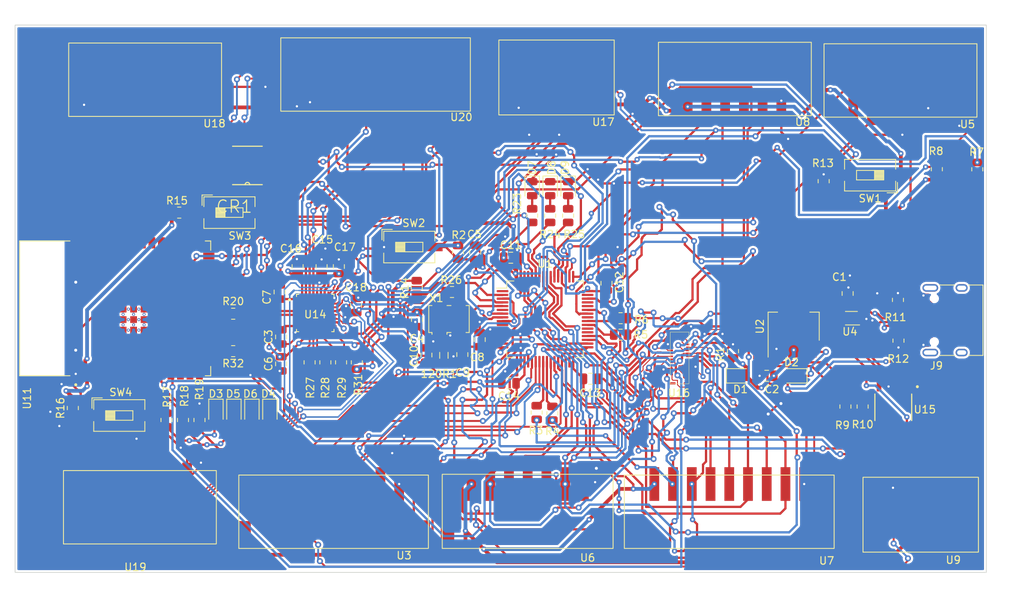
<source format=kicad_pcb>
(kicad_pcb (version 20211014) (generator pcbnew)
  (title_block (title "ev2 PCB - Finn Berg") (date "2023-02-14") (company "Cisco Systems"))
  (layers (0 "F.Cu" signal) (31 "B.Cu" power) (34 "B.Paste" user) (35 "F.Paste" user) (36 "B.SilkS" user "B.Silkscreen") (37 "F.SilkS" user "F.Silkscreen") (38 "B.Mask" user) (39 "F.Mask" user) (44 "Edge.Cuts" user))
  (net 0 "")
  (net 1 "+3.3VA")
  (net 2 "+3.3V")
  (net 3 "VBUS")
  (net 4 "GND")
  (net 5 "/RESET")
  (net 9 "/EEP_SDA")
  (net 10 "/EEP_SCL")
  (net 11 "/MICBIAS")
  (net 13 "Net-(C7-Pad2)")
  (net 14 "Net-(D1-Pad1)")
  (net 15 "Net-(D2-Pad1)")
  (net 16 "Net-(D3-Pad2)")
  (net 17 "Net-(C15-Pad2)")
  (net 18 "Net-(D5-Pad2)")
  (net 20 "Net-(D6-Pad2)")
  (net 23 "Net-(R3-Pad2)")
  (net 24 "Net-(R4-Pad2)")
  (net 25 "/IO_PC8")
  (net 26 "Net-(R5-Pad2)")
  (net 27 "/IO_PC9")
  (net 28 "Net-(R6-Pad2)")
  (net 29 "/BOOT0")
  (net 31 "Net-(D7-Pad2)")
  (net 32 "/BB_COLS_4")
  (net 33 "/BB_COLS_5")
  (net 34 "Net-(J9-PadA5)")
  (net 36 "Net-(J9-PadB5)")
  (net 37 "/IO_PC4")
  (net 39 "/CS_PA1")
  (net 40 "/BL_PA4")
  (net 41 "/SCK_SPI")
  (net 42 "/RST_PA6")
  (net 43 "/MOSI_SPI")
  (net 44 "/IO_PC5")
  (net 45 "/DC_PB0")
  (net 46 "Net-(D8-Pad2)")
  (net 47 "Net-(D9-Pad2)")
  (net 49 "/BB_ROW_2")
  (net 50 "/BB_ROW_3")
  (net 51 "/BB_ROW_4")
  (net 52 "/BB_ROW_5")
  (net 53 "/BB_ROW_6")
  (net 54 "/BB_ROW_7")
  (net 55 "/USB_D-")
  (net 56 "/USB_D+")
  (net 57 "/SWD_DIO")
  (net 59 "/SWD_CLK")
  (net 60 "/EN_ESP")
  (net 61 "Net-(R14-Pad2)")
  (net 62 "Net-(R15-Pad1)")
  (net 63 "Net-(R32-Pad2)")
  (net 64 "/BB_COLS_3")
  (net 65 "/BB_COLS_2")
  (net 66 "Net-(R17-Pad1)")
  (net 67 "Net-(R18-Pad1)")
  (net 69 "Net-(R19-Pad1)")
  (net 72 "Net-(R20-Pad1)")
  (net 73 "Net-(D4-Pad2)")
  (net 78 "/UART1_TX")
  (net 82 "/ESP_SCL")
  (net 86 "/ESP_SDA")
  (net 87 "/PC1")
  (net 93 "/PC0")
  (net 94 "/PD2")
  (net 95 "/HSE_IN")
  (net 98 "/BCLK")
  (net 99 "/DACLRC")
  (net 102 "Net-(R26-Pad2)")
  (net 103 "/DACDAT")
  (net 106 "Net-(R27-Pad2)")
  (net 107 "Net-(R28-Pad2)")
  (net 108 "/ADCDAT")
  (net 109 "Net-(R29-Pad2)")
  (net 110 "/UART1_RX")
  (net 111 "/BB_MIC")
  (net 112 "/UD-")
  (net 113 "/UD+")
  (net 114 "/ESP_UART1_TX")
  (net 115 "Net-(R31-Pad2)")
  (net 116 "/UART3_TX")
  (net 117 "/UART3_RX")
  (net 118 "/MTCK")
  (net 119 "/MTDO")
  (net 120 "/MTDI")
  (net 121 "/MTMS")
  (net 122 "/ESP_RXD0")
  (net 123 "/ESP_TXD0")
  (net 124 "/LINPUT1")
  (net 125 "/RINPUT1")
  (net 126 "/SPK_RN")
  (net 127 "/SPK_RP")
  (net 129 "/SPK_LN")
  (net 130 "/SPK_LP")
  (net 131 "/HP_R")
  (net 133 "/OUT3")
  (net 134 "/HP_L")
  (net 135 "/CH_TXD")
  (net 138 "/CH_RXD")
  (net 139 "/BB_ROW_1")
  (net 145 "/BB_COLS_1")
  (net 151 "/ESP_UART1_RX")
  (footprint "Resistor_SMD:R_0805_2012Metric" (layer "F.Cu") (at 120.7 73.1 180)
    (fp_text reference "R32")
    (fp_text value "4k7")
  )
  (footprint "Resistor_SMD:R_0805_2012Metric" (layer "F.Cu") (at 199.5 50.4 -90)
    (fp_text reference "R13")
    (fp_text value "4k7")
  )
  (footprint "Diode_SMD:D_0805_2012Metric" (layer "F.Cu") (at 195.6 76.4 180)
    (fp_text reference "D2")
    (fp_text value "DIODE")
  )
  (footprint "Capacitor_SMD:C_0805_2012Metric" (layer "F.Cu") (at 157.5 77.4 180)
    (fp_text reference "C14")
    (fp_text value "100n")
  )
  (footprint "Resistor_SMD:R_0805_2012Metric" (layer "F.Cu") (at 130.9 74.6 90)
    (fp_text reference "R27")
    (fp_text value "100")
  )
  (footprint "LED_SMD:LED_0805_2012Metric" (layer "F.Cu") (at 188.2 76.4)
    (fp_text reference "D1")
    (fp_text value "LED")
  )
  (footprint "Capacitor_SMD:C_0805_2012Metric" (layer "F.Cu") (at 153 59.9 -90)
    (fp_text reference "C5")
    (fp_text value "100n")
  )
  (footprint "1x4 pin download:1X8_CONNECTOR" (layer "F.Cu") (at 125.35 90.84885)
    (fp_text reference "U3")
    (fp_text value "1x8_connector")
  )
  (footprint "Resistor_SMD:R_0805_2012Metric" (layer "F.Cu") (at 120.7 68.1)
    (fp_text reference "R20")
    (fp_text value "660")
  )
  (footprint "Resistor_SMD:R_0805_2012Metric" (layer "F.Cu") (at 114 82.3 -90)
    (fp_text reference "R18")
    (fp_text value "660")
  )
  (footprint "Capacitor_SMD:C_0805_2012Metric" (layer "F.Cu") (at 202.7 65.4 90)
    (fp_text reference "C1")
    (fp_text value "22u")
  )
  (footprint "Resistor_SMD:R_0805_2012Metric" (layer "F.Cu") (at 209.48 71.7 90)
    (fp_text reference "R12")
    (fp_text value "5k1")
  )
  (footprint "LED_SMD:LED_0805_2012Metric" (layer "F.Cu") (at 163 51.4 -90)
    (fp_text reference "D8")
    (fp_text value "LED")
  )
  (footprint "Resistor_SMD:R_0805_2012Metric" (layer "F.Cu") (at 204.7 80.5 -90)
    (fp_text reference "R10")
    (fp_text value "560")
  )
  (footprint "1x4 pin download:1X8_CONNECTOR" (layer "F.Cu") (at 148.45 39.85115 180)
    (fp_text reference "U20")
    (fp_text value "1x8_connector")
  )
  (footprint "Resistor_SMD:R_0805_2012Metric" (layer "F.Cu") (at 111.8 82.3 -90)
    (fp_text reference "R17")
    (fp_text value "660")
  )
  (footprint "LED_SMD:LED_0805_2012Metric" (layer "F.Cu") (at 160.6 51.4 -90)
    (fp_text reference "D7")
    (fp_text value "LED")
  )
  (footprint "Resistor_SMD:R_0805_2012Metric" (layer "F.Cu") (at 214.6 48.8 90)
    (fp_text reference "R8")
    (fp_text value "1k5")
  )
  (footprint "Connector_USB:USB_C_Receptacle_HRO_TYPE-C-31-M-12" (layer "F.Cu") (at 216.86 68.97 90)
    (fp_text reference "J9")
    (fp_text value "USB_C_Receptacle")
  )
  (footprint "Capacitor_SMD:C_0805_2012Metric" (layer "F.Cu") (at 170.52 64.03 90)
    (fp_text reference "C12")
    (fp_text value "100n")
  )
  (footprint "CH340C:SOIC127P600X180-16N" (layer "F.Cu") (at 206.2475 80.6 -90)
    (fp_text reference "U15")
    (fp_text value "CH340N")
  )
  (footprint "Resistor_SMD:R_0805_2012Metric" (layer "F.Cu") (at 133 74.6 90)
    (fp_text reference "R28")
    (fp_text value "100")
  )
  (footprint "Package_QFP:LQFP-64_10x10mm_P0.5mm" (layer "F.Cu") (at 162.32 68.84)
    (fp_text reference "U1")
    (fp_text value "STM32F405RGTx")
  )
  (footprint "1x4 pin download:1x9_connector" (layer "F.Cu") (at 176.9 90.85)
    (fp_text reference "U7")
    (fp_text value "1x9_connector")
  )
  (footprint "Resistor_SMD:R_0805_2012Metric" (layer "F.Cu") (at 116.2 82.3 -90)
    (fp_text reference "R19")
    (fp_text value "660")
  )
  (footprint "Resistor_SMD:R_0805_2012Metric" (layer "F.Cu") (at 135.1 74.6 90)
    (fp_text reference "R29")
    (fp_text value "100")
  )
  (footprint "Resistor_SMD:R_0805_2012Metric" (layer "F.Cu") (at 209.41 66.26 -90)
    (fp_text reference "R11")
    (fp_text value "5k1")
  )
  (footprint "footprints:BM20B(0.8)-24DS-0.4V(51)" (layer "F.Cu") (at 181.575 76.2 90)
    (fp_text reference "U16")
    (fp_text value "BM20B(0.8)-24DS-0.4V(51)")
  )
  (footprint "Resistor_SMD:R_0805_2012Metric" (layer "F.Cu") (at 187.4 73.1 -90)
    (fp_text reference "R1")
    (fp_text value "150")
  )
  (footprint "ESP32-S3-WROOM-1-N8R2:QFN50P500X500X90-33N" (layer "F.Cu") (at 131.6525 68)
    (fp_text reference "U14")
    (fp_text value "WM8960CGEFL/RV")
  )
  (footprint "LED_SMD:LED_0805_2012Metric" (layer "F.Cu") (at 125.6 81.2 -90)
    (fp_text reference "D4")
    (fp_text value "LED")
  )
  (footprint "Capacitor_SMD:C_0805_2012Metric" (layer "F.Cu") (at 132.5 61.8 -90)
    (fp_text reference "C15")
    (fp_text value "4.7u")
  )
  (footprint "1x4 pin download:1x4_connector" (layer "F.Cu") (at 208.75 91.35)
    (fp_text reference "U9")
    (fp_text value "1x4_connector")
  )
  (footprint "Capacitor_SMD:C_0805_2012Metric" (layer "F.Cu") (at 129.3 61.8 90)
    (fp_text reference "C16")
    (fp_text value "100n")
  )
  (footprint "Resistor_SMD:R_0805_2012Metric" (layer "F.Cu") (at 163.3 81.4 90)
    (fp_text reference "R4")
    (fp_text value "2k2")
  )
  (footprint "Resistor_SMD:R_0805_2012Metric" (layer "F.Cu") (at 165.4 55 90)
    (fp_text reference "R25")
    (fp_text value "660")
  )
  (footprint "Button_Switch_SMD:SW_DIP_SPSTx01_Slide_6.7x4.1mm_W6.73mm_P2.54mm_LowProfile_JPin" (layer "F.Cu") (at 120.2 54.6)
    (fp_text reference "SW3")
    (fp_text value "SW_Push")
  )
  (footprint "Resistor_SMD:R_0805_2012Metric" (layer "F.Cu") (at 149.9 65.2 180)
    (fp_text reference "R26")
    (fp_text value "220")
  )
  (footprint "Resistor_SMD:R_0805_2012Metric" (layer "F.Cu") (at 172.4 70.9 180)
    (fp_text reference "R5")
    (fp_text value "2k2")
  )
  (footprint "Oscillator:Oscillator_SMD_SeikoEpson_SG8002LB-4Pin_5.0x3.2mm" (layer "F.Cu") (at 149.5 68.81)
    (fp_text reference "X1")
    (fp_text value "SG-5032CAN")
  )
  (footprint "1x4 pin download:1x4_connector" (layer "F.Cu") (at 167.55 40.15 180)
    (fp_text reference "U17")
    (fp_text value "1x4_connector")
  )
  (footprint "Resistor_SMD:R_0805_2012Metric" (layer "F.Cu") (at 160.6 55 90)
    (fp_text reference "R23")
    (fp_text value "660")
  )
  (footprint "1x4 pin download:1x6_connector" (layer "F.Cu") (at 115.15 40.55 180)
    (fp_text reference "U18")
    (fp_text value "1x6_connector")
  )
  (footprint "Capacitor_SMD:C_0805_2012Metric" (layer "F.Cu") (at 157.75 60.62)
    (fp_text reference "C11")
    (fp_text value "100n")
  )
  (footprint "Resistor_SMD:R_0805_2012Metric" (layer "F.Cu") (at 172.4 68.7 180)
    (fp_text reference "R6")
    (fp_text value "2k2")
  )
  (footprint "LED_SMD:LED_0805_2012Metric" (layer "F.Cu") (at 165.4 51.4 -90)
    (fp_text reference "D9")
    (fp_text value "LED")
  )
  (footprint "Capacitor_SMD:C_0805_2012Metric" (layer "F.Cu") (at 191.9 76.4 180)
    (fp_text reference "C2")
    (fp_text value "22u")
  )
  (footprint "1x4 pin download:1x6_connector" (layer "F.Cu") (at 193.85 40.45 180)
    (fp_text reference "U8")
    (fp_text value "1x6_connector")
  )
  (footprint "Resistor_SMD:R_0805_2012Metric" (layer "F.Cu") (at 220 48.8125 90)
    (fp_text reference "R7")
    (fp_text value "1k5")
  )
  (footprint "1x4 pin download:1x7_connector" (layer "F.Cu") (at 152.5 90.85)
    (fp_text reference "U6")
    (fp_text value "1x7_connector")
  )
  (footprint "Resistor_SMD:R_0805_2012Metric" (layer "F.Cu") (at 202.4 80.5 -90)
    (fp_text reference "R9")
    (fp_text value "560")
  )
  (footprint "Resistor_SMD:R_0805_2012Metric" (layer "F.Cu") (at 145.2 64.6 -90)
    (fp_text reference "R14")
    (fp_text value "100")
  )
  (footprint "1x4 pin download:1x6_connector" (layer "F.Cu") (at 215.95 40.65 180)
    (fp_text reference "U5")
    (fp_text value "1x6_connector")
  )
  (footprint "ESP32-S3-WROOM-1-N8R2:ESP32-S3-WROOM-1-N8R2" (layer "F.Cu") (at 104.95 67.3875 90)
    (fp_text reference "U11")
    (fp_text value "ESP32-S3-WROOM-1-N8R2")
  )
  (footprint "Inductor_SMD:L_0805_2012Metric" (layer "F.Cu") (at 148.82 73.66 -90)
    (fp_text reference "120R1")
    (fp_text value "FerriteBead")
  )
  (footprint "Package_TO_SOT_SMD:SOT-223-3_TabPin2" (layer "F.Cu") (at 195.5 69.8 90)
    (fp_text reference "U2")
    (fp_text value "AMS1117-3.3")
  )
  (footprint "Resistor_SMD:R_0805_2012Metric" (layer "F.Cu") (at 150.7 59.9 90)
    (fp_text reference "R2")
    (fp_text value "4k7")
  )
  (footprint "Resistor_SMD:R_0805_2012Metric" (layer "F.Cu") (at 113.5 54.6 180)
    (fp_text reference "R15")
    (fp_text value "10k")
  )
  (footprint "LED_SMD:LED_0805_2012Metric" (layer "F.Cu") (at 120.8 81.2 -90)
    (fp_text reference "D5")
    (fp_text value "LED")
  )
  (footprint "Capacitor_SMD:C_0805_2012Metric" (layer "F.Cu") (at 134.8 61.8 90)
    (fp_text reference "C17")
    (fp_text value "100n")
  )
  (footprint "Capacitor_SMD:C_0805_2012Metric" (layer "F.Cu") (at 153.6 71.56 90)
    (fp_text reference "C8")
    (fp_text value "10n")
  )
  (footprint "Capacitor_SMD:C_0805_2012Metric" (layer "F.Cu") (at 146.48 73.62 90)
    (fp_text reference "C10")
    (fp_text value "1u")
  )
  (footprint "LED_SMD:LED_0805_2012Metric" (layer "F.Cu") (at 123.2 81.2 -90)
    (fp_text reference "D6")
    (fp_text value "LED")
  )
  (footprint "1x4 pin download:1x6_connector" (layer "F.Cu") (at 102.05 90.25)
    (fp_text reference "U19")
    (fp_text value "1x6_connector")
  )
  (footprint "Resistor_SMD:R_0805_2012Metric" (layer "F.Cu") (at 161.2 81.3 90)
    (fp_text reference "R3")
    (fp_text value "2k2")
  )
  (footprint "ESP32-S3-WROOM-1-N8R2:New_ESP32_M24C02-RMN6TP" (layer "F.Cu") (at 122.6 48.3 180)
    (fp_text reference "CR1")
    (fp_text value "M24C02-RDW6TP")
  )
  (footprint "Button_Switch_SMD:SW_DIP_SPSTx01_Slide_6.7x4.1mm_W6.73mm_P2.54mm_LowProfile_JPin" (layer "F.Cu") (at 105.5 81.7)
    (fp_text reference "SW4")
    (fp_text value "SW_Push")
  )
  (footprint "Button_Switch_SMD:SW_DIP_SPSTx01_Slide_6.7x4.1mm_W6.73mm_P2.54mm_LowProfile_JPin" (layer "F.Cu") (at 205.7 49.6 180)
    (fp_text reference "SW1")
    (fp_text value "SW_Push")
  )
  (footprint "Capacitor_SMD:C_0805_2012Metric" (layer "F.Cu") (at 127.1 71.2 90)
    (fp_text reference "C3")
    (fp_text value "100n")
  )
  (footprint "Resistor_SMD:R_0805_2012Metric" (layer "F.Cu") (at 99.3 80.7 90)
    (fp_text reference "R16")
    (fp_text value "10k")
  )
  (footprint "Capacitor_SMD:C_0805_2012Metric" (layer "F.Cu") (at 168.4 76.8)
    (fp_text reference "C13")
    (fp_text value "100n")
  )
  (footprint "Package_TO_SOT_SMD:SOT-666" (layer "F.Cu") (at 203.2 68.7 180)
    (fp_text reference "U4")
    (fp_text value "USBLC6-2P6")
  )
  (footprint "LED_SMD:LED_0805_2012Metric" (layer "F.Cu") (at 118.4 81.2 -90)
    (fp_text reference "D3")
    (fp_text value "LED")
  )
  (footprint "Resistor_SMD:R_0805_2012Metric" (layer "F.Cu") (at 163 55 90)
    (fp_text reference "R24")
    (fp_text value "660")
  )
  (footprint "Button_Switch_SMD:SW_DIP_SPSTx01_Slide_6.7x4.1mm_W6.73mm_P2.54mm_LowProfile_JPin" (layer "F.Cu") (at 144.2 59.2)
    (fp_text reference "SW2")
    (fp_text value "SW_Push")
  )
  (footprint "Capacitor_SMD:C_0805_2012Metric" (layer "F.Cu") (at 137.1 67 90)
    (fp_text reference "C18")
    (fp_text value "100n")
  )
  (footprint "Capacitor_SMD:C_0805_2012Metric" (layer "F.Cu") (at 127.1 74.8 90)
    (fp_text reference "C6")
    (fp_text value "100n")
  )
  (footprint "Capacitor_SMD:C_0805_2012Metric" (layer "F.Cu") (at 145.23 68.88 -90)
    (fp_text reference "C4")
    (fp_text value "100n")
  )
  (footprint "Capacitor_SMD:C_0805_2012Metric" (layer "F.Cu") (at 151.28 73.56 -90)
    (fp_text reference "C9")
    (fp_text value "1u")
  )
  (footprint "Resistor_SMD:R_0805_2012Metric" (layer "F.Cu") (at 137.2 74.6 90)
    (fp_text reference "R31")
    (fp_text value "100")
  )
  (footprint "Capacitor_SMD:C_0805_2012Metric" (layer "F.Cu") (at 126.9 65.2 -90)
    (fp_text reference "C7")
    (fp_text value "4.7u")
  )
  (gr_rect (start 91.6 29.55) (end 221.2 102.65) (layer "Edge.Cuts") (width 0.1) (fill none))
  (segment (start 137.484267 67.565733) (end 138.175 66.875) (width 0.3) (layer "F.Cu") (net 1))
  (segment (start 148.45 44.75) (end 148.45 39.85115) (width 0.3) (layer "F.Cu") (net 1))
  (segment (start 133.4 64.491883) (end 133.4 63.6) (width 0.3) (layer "F.Cu") (net 1))
  (segment (start 138.175 66.875) (end 138.175 64.575) (width 0.3) (layer "F.Cu") (net 1))
  (segment (start 129.9025 65.525) (end 129.9025 63.3525) (width 0.3) (layer "F.Cu") (net 1))
  (segment (start 155.52 71.338959) (end 155.768959 71.09) (width 0.3) (layer "F.Cu") (net 1))
  (segment (start 155.52 71.48) (end 155.52 71.338959) (width 0.3) (layer "F.Cu") (net 1))
  (segment (start 145.52 73.72) (end 144.8 73) (width 0.3) (layer "F.Cu") (net 1))
  (segment (start 143.4 60.2) (end 146 57.6) (width 0.3) (layer "F.Cu") (net 1))
  (segment (start 135.473399 67.791405) (end 136.191405 67.791405) (width 0.3) (layer "F.Cu") (net 1))
  (segment (start 134.25 62.75) (end 134.8 62.75) (width 0.3) (layer "F.Cu") (net 1))
  (segment (start 137.05 62.75) (end 137.4 62.4) (width 0.3) (layer "F.Cu") (net 1))
  (segment (start 129.9025 63.3525) (end 129.3 62.75) (width 0.3) (layer "F.Cu") (net 1))
  (segment (start 153.6 72.51) (end 151.38 72.51) (width 0.3) (layer "F.Cu") (net 1))
  (segment (start 132.9025 65.525) (end 132.9025 64.989383) (width 0.3) (layer "F.Cu") (net 1))
  (segment (start 138 60.4) (end 143.2 60.4) (width 0.3) (layer "F.Cu") (net 1))
  (segment (start 132.9025 64.989383) (end 133.4 64.491883) (width 0.3) (layer "F.Cu") (net 1))
  (segment (start 151.28 72.61) (end 148.8325 72.61) (width 0.3) (layer "F.Cu") (net 1))
  (segment (start 134.58 67.75) (end 134.63 67.7) (width 0.3) (layer "F.Cu") (net 1))
  (segment (start 151.38 72.51) (end 151.28 72.61) (width 0.3) (layer "F.Cu") (net 1))
  (segment (start 129.3 62.75) (end 128.35 62.75) (width 0.3) (layer "F.Cu") (net 1))
  (segment (start 136.191405 67.791405) (end 136.35 67.95) (width 0.3) (layer "F.Cu") (net 1))
  (segment (start 135.093223 67.411229) (end 135.473399 67.791405) (width 0.3) (layer "F.Cu") (net 1))
  (segment (start 133.4 63.6) (end 134.25 62.75) (width 0.3) (layer "F.Cu") (net 1))
  (segment (start 156.645 71.09) (end 155.768959 71.09) (width 0.3) (layer "F.Cu") (net 1))
  (segment (start 136.35 62.75) (end 134.8 62.75) (width 0.3) (layer "F.Cu") (net 1))
  (segment (start 146 57.6) (end 148.2 57.6) (width 0.3) (layer "F.Cu") (net 1))
  (segment (start 143.2 60.4) (end 143.4 60.2) (width 0.3) (layer "F.Cu") (net 1))
  (segment (start 134.1275 67.75) (end 134.58 67.75) (width 0.3) (layer "F.Cu") (net 1))
  (segment (start 134.8 62.75) (end 137.05 62.75) (width 0.3) (layer "F.Cu") (net 1))
  (segment (start 147 46.2) (end 148.45 44.75) (width 0.3) (layer "F.Cu") (net 1))
  (segment (start 154.49 72.51) (end 153.6 72.51) (width 0.3) (layer "F.Cu") (net 1))
  (segment (start 128.35 62.75) (end 128 62.4) (width 0.3) (layer "F.Cu") (net 1))
  (segment (start 155.52 71.48) (end 154.49 72.51) (width 0.3) (layer "F.Cu") (net 1))
  (segment (start 134.63 67.7) (end 134.804453 67.7) (width 0.3) (layer "F.Cu") (net 1))
  (segment (start 136.35 67.95) (end 137.1 67.95) (width 0.3) (layer "F.Cu") (net 1))
  (segment (start 144.8 73) (end 144.8 71.8) (width 0.3) (layer "F.Cu") (net 1))
  (segment (start 137.1 67.95) (end 137.484267 67.565733) (width 0.3) (layer "F.Cu") (net 1))
  (segment (start 138.175 64.575) (end 136.35 62.75) (width 0.3) (layer "F.Cu") (net 1))
  (segment (start 147.6975 73.72) (end 145.52 73.72) (width 0.3) (layer "F.Cu") (net 1))
  (segment (start 148.8325 72.61) (end 148.82 72.5975) (width 0.3) (layer "F.Cu") (net 1))
  (segment (start 148.82 72.5975) (end 147.6975 73.72) (width 0.3) (layer "F.Cu") (net 1))
  (segment (start 134.804453 67.7) (end 135.093223 67.411229) (width 0.3) (layer "F.Cu") (net 1))
  (via (at 144.8 71.8) (size 0.7) (drill 0.3) (layers "F.Cu" "B.Cu") (net 1))
  (via (at 137.484267 67.565733) (size 0.7) (drill 0.3) (layers "F.Cu" "B.Cu") (net 1))
  (via (at 147 46.2) (size 0.7) (drill 0.3) (layers "F.Cu" "B.Cu") (net 1))
  (via (at 134.8 62.75) (size 0.7) (drill 0.3) (layers "F.Cu" "B.Cu") (net 1))
  (via (at 128 62.4) (size 0.7) (drill 0.3) (layers "F.Cu" "B.Cu") (net 1))
  (via (at 137.4 62.4) (size 0.7) (drill 0.3) (layers "F.Cu" "B.Cu") (net 1))
  (via (at 148.2 57.6) (size 0.7) (drill 0.3) (layers "F.Cu" "B.Cu") (net 1))
  (via (at 138 60.4) (size 0.7) (drill 0.3) (layers "F.Cu" "B.Cu") (net 1))
  (segment (start 139.45 67.889339) (end 139.010161 67.4495) (width 0.3) (layer "B.Cu") (net 1))
  (segment (start 144.8 71.8) (end 143.45 70.45) (width 0.3) (layer "B.Cu") (net 1))
  (segment (start 140.65 70.45) (end 139.45 69.25) (width 0.3) (layer "B.Cu") (net 1))
  (segment (start 143.45 70.45) (end 140.65 70.45) (width 0.3) (layer "B.Cu") (net 1))
  (segment (start 139.010161 67.4495) (end 137.6005 67.4495) (width 0.3) (layer "B.Cu") (net 1))
  (segment (start 148.2 57.6) (end 148.2 47.4) (width 0.3) (layer "B.Cu") (net 1))
  (segment (start 134.45 62.4) (end 134.8 62.75) (width 0.3) (layer "B.Cu") (net 1))
  (segment (start 148.2 47.4) (end 147 46.2) (width 0.3) (layer "B.Cu") (net 1))
  (segment (start 128 62.4) (end 134.45 62.4) (width 0.3) (layer "B.Cu") (net 1))
  (segment (start 139.45 69.25) (end 139.45 67.889339) (width 0.3) (layer "B.Cu") (net 1))
  (segment (start 137.6005 67.4495) (end 137.484267 67.565733) (width 0.3) (layer "B.Cu") (net 1))
  (segment (start 137.4 62.4) (end 137.4 61) (width 0.3) (layer "B.Cu") (net 1))
  (segment (start 137.4 61) (end 138 60.4) (width 0.3) (layer "B.Cu") (net 1))
  (segment (start 127.1 70.3) (end 125.8 71.6) (width 0.3) (layer "F.Cu") (net 2))
  (segment (start 163.3 61.2) (end 163.3 61.1) (width 0.3) (layer "F.Cu") (net 2))
  (segment (start 127.25115 37.3) (end 129.5 37.3) (width 0.5) (layer "F.Cu") (net 2))
  (segment (start 179.259699 76.859699) (end 179.259699 76.274699) (width 0.127) (layer "F.Cu") (net 2))
  (segment (start 158.57 62.9295) (end 158.3705 62.73) (width 0.3) (layer "F.Cu") (net 2))
  (segment (start 214.1125 50.2) (end 214.6 49.7125) (width 0.5) (layer "F.Cu") (net 2))
  (segment (start 179.9885 76.9965) (end 179.3965 76.9965) (width 0.127) (layer "F.Cu") (net 2))
  (segment (start 180.9 76.7) (end 181.542 76.7) (width 0.127) (layer "F.Cu") (net 2))
  (segment (start 158.1005 56.448185) (end 157.796603 56.448185) (width 0.5) (layer "F.Cu") (net 2))
  (segment (start 168.546447 87.453554) (end 168.600001 87.4) (width 0.3) (layer "F.Cu") (net 2))
  (segment (start 99.3 79.3) (end 98.4 78.4) (width 0.5) (layer "F.Cu") (net 2))
  (segment (start 129.1775 69.75) (end 127.6 69.75) (width 0.3) (layer "F.Cu") (net 2))
  (segment (start 209.8 48.865) (end 209.065 49.6) (width 0.5) (layer "F.Cu") (net 2))
  (segment (start 144.8 89.4) (end 144.8 97.9) (width 0.3) (layer "F.Cu") (net 2))
  (segment (start 216.25 91.35) (end 216.25 92.95) (width 0.5) (layer "F.Cu") (net 2))
  (segment (start 213.1 50.2) (end 214.1125 50.2) (width 0.5) (layer "F.Cu") (net 2))
  (segment (start 124.00115 40.55) (end 127.25115 37.3) (width 0.5) (layer "F.Cu") (net 2))
  (segment (start 159.57 75.93) (end 159.57 76.28) (width 0.3) (layer "F.Cu") (net 2))
  (segment (start 138.196447 71.396447) (end 138.2 71.4) (width 0.3) (layer "F.Cu") (net 2))
  (segment (start 115.15 52.0375) (end 115.15 40.55) (width 0.5) (layer "F.Cu") (net 2))
  (segment (start 148 78.4) (end 149.3 79.7) (width 0.3) (layer "F.Cu") (net 2))
  (segment (start 199.9 38.2) (end 200.4 38.2) (width 0.5) (layer "F.Cu") (net 2))
  (segment (start 209.065 51.235) (end 207.8 52.5) (width 0.5) (layer "F.Cu") (net 2))
  (segment (start 209.8 46.7) (end 209.8 48.865) (width 0.5) (layer "F.Cu") (net 2))
  (segment (start 130.4025 70.475) (end 130.4025 71.123972) (width 0.3) (layer "F.Cu") (net 2))
  (segment (start 179.3965 76.9965) (end 179.259699 76.859699) (width 0.127) (layer "F.Cu") (net 2))
  (segment (start 97 100.9) (end 117.65 100.9) (width 0.5) (layer "F.Cu") (net 2))
  (segment (start 142.111153 67.565233) (end 142 67.45408) (width 0.5) (layer "F.Cu") (net 2))
  (segment (start 201.4 71.6) (end 196.6 71.6) (width 0.3) (layer "F.Cu") (net 2))
  (segment (start 145.45 67.71) (end 145.23 67.93) (width 0.3) (layer "F.Cu") (net 2))
  (segment (start 207.8 54.8) (end 208 55) (width 0.5) (layer "F.Cu") (net 2))
  (segment (start 101.2 76.3775) (end 100.96 76.1375) (width 0.5) (layer "F.Cu") (net 2))
  (segment (start 138.2 72) (end 138.125001 72.074999) (width 0.3) (layer "F.Cu") (net 2))
  (segment (start 189.1375 76.4) (end 189.1375 75.2375) (width 0.5) (layer "F.Cu") (net 2))
  (segment (start 216.25 92.95) (end 207.9 101.3) (width 0.5) (layer "F.Cu") (net 2))
  (segment (start 168 64.7) (end 168 65.085) (width 0.3) (layer "F.Cu") (net 2))
  (segment (start 149 85.2) (end 144.8 89.4) (width 0.3) (layer "F.Cu") (net 2))
  (segment (start 130.14655 36.65345) (end 149.696228 36.65345) (width 0.5) (layer "F.Cu") (net 2))
  (segment (start 147.5 100.3) (end 142.4 100.3) (width 0.5) (layer "F.Cu") (net 2))
  (segment (start 125.5 71.9) (end 125.5 72.6) (width 0.3) (layer "F.Cu") (net 2))
  (segment (start 180.799511 76.599511) (end 180.9 76.7) (width 0.127) (layer "F.Cu") (net 2))
  (segment (start 155.9 101.3) (end 154.15 99.55) (width 0.5) (layer "F.Cu") (net 2))
  (segment (start 180.183169 75.0635) (end 180.574831 75.0635) (width 0.127) (layer "F.Cu") (net 2))
  (segment (start 179.259699 76.274699) (end 179.185 76.2) (width 0.127) (layer "F.Cu") (net 2))
  (segment (start 147.3 88.9) (end 147.3 100.1) (width 0.3) (layer "F.Cu") (net 2))
  (segment (start 146.48 74.57) (end 148 76.09) (width 0.3) (layer "F.Cu") (net 2))
  (segment (start 180.799511 76.200489) (end 180.799511 76.599511) (width 0.127) (layer "F.Cu") (net 2))
  (segment (start 159.57 76.28) (end 158.45 77.4) (width 0.3) (layer "F.Cu") (net 2))
  (segment (start 150.9 100.3) (end 147.5 100.3) (width 0.5) (layer "F.Cu") (net 2))
  (segment (start 155.4 85.4) (end 153.8 87) (width 0.3) (layer "F.Cu") (net 2))
  (segment (start 180.638331 75) (end 181.365 75) (width 0.127) (layer "F.Cu") (net 2))
  (segment (start 175.45 40.15) (end 176.3 39.3) (width 0.5) (layer "F.Cu") (net 2))
  (segment (start 112.5875 54.6) (end 115.15 52.0375) (width 0.5) (layer "F.Cu") (net 2))
  (segment (start 180.8915 75.93) (end 180.8915 76.1085) (width 0.127) (layer "F.Cu") (net 2))
  (segment (start 174.1 90.9) (end 174.1 91.5) (width 0.3) (layer "F.Cu") (net 2))
  (segment (start 169.6 87.4) (end 172 89.8) (width 0.3) (layer "F.Cu") (net 2))
  (segment (start 151.7 97.1) (end 154.15 99.55) (width 0.5) (layer "F.Cu") (net 2))
  (segment (start 116.9825 50.205) (end 119.806 50.205) (width 0.5) (layer "F.Cu") (net 2))
  (segment (start 149.3 79.7) (end 149.4 79.7) (width 0.3) (layer "F.Cu") (net 2))
  (segment (start 112.5 56.3) (end 112.5 54.6875) (width 0.5) (layer "F.Cu") (net 2))
  (segment (start 158.525 77.475) (end 158.525 79.075) (width 0.3) (layer "F.Cu") (net 2))
  (segment (start 95.8 83.2875) (end 95.8 99.7) (width 0.5) (layer "F.Cu") (net 2))
  (segment (start 196.6 41.5) (end 199.9 38.2) (width 0.5) (layer "F.Cu") (net 2))
  (segment (start 168.3 81.9) (end 168.3 87.207107) (width 0.3) (layer "F.Cu") (net 2))
  (segment (start 158.47 62.29) (end 158.47 63.165) (width 0.5) (layer "F.Cu") (net 2))
  (segment (start 158.57 63.165) (end 156.8 61.395) (width 0.3) (layer "F.Cu") (net 2))
  (segment (start 115.15 40.55) (end 124.00115 40.55) (width 0.5) (layer "F.Cu") (net 2))
  (segment (start 157.348418 56) (end 153.6875 56) (width 0.5) (layer "F.Cu") (net 2))
  (segment (start 138.2 71.4) (end 138.2 72) (width 0.3) (layer "F.Cu") (net 2))
  (segment (start 156.725 79.925) (end 156.4 79.6) (width 0.3) (layer "F.Cu") (net 2))
  (segment (start 168.2 95.6) (end 172.3 91.5) (width 0.5) (layer "F.Cu") (net 2))
  (segment (start 182.1 77.9) (end 180.3 77.9) (width 0.127) (layer "F.Cu") (net 2))
  (segment (start 115.15 52.0375) (end 116.9825 50.205) (width 0.5) (layer "F.Cu") (net 2))
  (segment (start 170.41 65.09) (end 170.52 64.98) (width 0.3) (layer "F.Cu") (net 2))
  (segment (start 167.45 78.427) (end 167.823 78.8) (width 0.3) (layer "F.Cu") (net 2))
  (segment (start 166.07 75.42) (end 167.45 76.8) (width 0.3) (layer "F.Cu") (net 2))
  (segment (start 195.5 66.65) (end 195.5 72.95) (width 0.5) (layer "F.Cu") (net 2))
  (segment (start 183.4 76.5005) (end 182.6995 75.8) (width 0.127) (layer "F.Cu") (net 2))
  (segment (start 117.65 100.9) (end 118.25 100.3) (width 0.5) (layer "F.Cu") (net 2))
  (segment (start 149.696228 36.65345) (end 150.142778 37.1) (width 0.5) (layer "F.Cu") (net 2))
  (segment (start 189.1375 75.2375) (end 188.7 74.8) (width 0.5) (layer "F.Cu") (net 2))
  (segment (start 182.1 77.258) (end 182.1 77.9) (width 0.127) (layer "F.Cu") (net 2))
  (segment (start 145 74.6) (end 146.45 74.6) (width 0.3) (layer "F.Cu") (net 2))
  (segment (start 159.57 74.515) (end 159.57 75.93) (width 0.3) (layer "F.Cu") (net 2))
  (segment (start 142 65.132082) (end 142.732582 64.3995) (width 0.5) (layer "F.Cu") (net 2))
  (segment (start 181.365 75.8) (end 181.0215 75.8) (width 0.127) (layer "F.Cu") (net 2))
  (segment (start 151.7 99.5) (end 150.9 100.3) (width 0.5) (layer "F.Cu") (net 2))
  (segment (start 142 67.45408) (end 142 65.132082) (width 0.5) (layer "F.Cu") (net 2))
  (segment (start 127.676472 73.85) (end 127.1 73.85) (width 0.3) (layer "F.Cu") (net 2))
  (segment (start 100.96 74.34) (end 101.2 74.1) (width 0.5) (layer "F.Cu") (net 2))
  (segment (start 219.9875 49.7125) (end 220 49.725) (width 0.5) (layer "F.Cu") (net 2))
  (segment (start 156.8 61.395) (end 156.8 60.62) (width 0.3) (layer "F.Cu") (net 2))
  (segment (start 147.3 100.1) (end 147.5 100.3) (width 0.3) (layer "F.Cu") (net 2))
  (segment (start 205.2 75.4) (end 201.4 71.6) (width 0.3) (layer "F.Cu") (net 2))
  (segment (start 150.142778 37.1) (end 167.2 37.1) (width 0.5) (layer "F.Cu") (net 2))
  (segment (start 203.875 64.876472) (end 203.875 64.989949) (width 0.5) (layer "F.Cu") (net 2))
  (segment (start 196.6 71.6) (end 195.5 72.7) (width 0.3) (layer "F.Cu") (net 2))
  (segment (start 153.6875 56) (end 150.7 58.9875) (width 0.5) (layer "F.Cu") (net 2))
  (segment (start 180.3 77.9) (end 179.9885 77.5885) (width 0.127) (layer "F.Cu") (net 2))
  (segment (start 203.875 64.989949) (end 203.464949 65.4) (width 0.5) (layer "F.Cu") (net 2))
  (segment (start 207.8 52.5) (end 207.8 54.8) (width 0.5) (layer "F.Cu") (net 2))
  (segment (start 140.8 68.792894) (end 138.196447 71.396447) (width 0.3) (layer "F.Cu") (net 2))
  (segment (start 148.82 74.7225) (end 146.6325 74.7225) (width 0.3) (layer "F.Cu") (net 2))
  (segment (start 180.799511 76.200489) (end 180.183169 75.584147) (width 0.127) (layer "F.Cu") (net 2))
  (segment (start 157.675 79.925) (end 156.725 79.925) (width 0.3) (layer "F.Cu") (net 2))
  (segment (start 161.379672 60.520328) (end 162.420328 60.520328) (width 0.3) (layer "F.Cu") (net 2))
  (segment (start 138.125001 72.074999) (end 136.9536 72.074999) (width 0.3) (layer "F.Cu") (net 2))
  (segment (start 155.4 85.2) (end 155.4 85.4) (width 0.3) (layer "F.Cu") (net 2))
  (segment (start 167.55 37.45) (end 167.55 40.15) (width 0.5) (layer "F.Cu") (net 2))
  (segment (start 100.96 76.1375) (end 100.96 74.34) (width 0.5) (layer "F.Cu") (net 2))
  (segment (start 180.183169 75.584147) (end 180.183169 75.0635) (width 0.127) (layer "F.Cu") (net 2))
  (segment (start 210.6 83.2575) (end 210.6925 83.35) (width 0.3) (layer "F.Cu") (net 2))
  (segment (start 180.8915 76.1085) (end 180.799511 76.200489) (width 0.127) (layer "F.Cu") (net 2))
  (segment (start 168.3 87.207107) (end 168.546447 87.453554) (width 0.3) (layer "F.Cu") (net 2))
  (segment (start 173 89.8) (end 174.1 90.9) (width 0.3) (layer "F.Cu") (net 2))
  (segment (start 99.3 79.7875) (end 99.3 79.3) (width 0.5) (layer "F.Cu") (net 2))
  (segment (start 195.5 72.7) (end 195.5 72.95) (width 0.3) (layer "F.Cu") (net 2))
  (segment (start 172.3 91.5) (end 174.1 91.5) (width 0.5) (layer "F.Cu") (net 2))
  (segment (start 127.6 69.75) (end 127.1 70.25) (width 0.3) (layer "F.Cu") (net 2))
  (segment (start 168 65.085) (end 167.995 65.09) (width 0.3) (layer "F.Cu") (net 2))
  (segment (start 146.45 74.6) (end 146.48 74.57) (width 0.3) (layer "F.Cu") (net 2))
  (segment (start 125.8 71.6) (end 125.5 71.9) (width 0.3) (layer "F.Cu") (net 2))
  (segment (start 158.45 77.4) (end 158.525 77.475) (width 0.3) (layer "F.Cu") (net 2))
  (segment (start 191.2 78) (end 190.7375 78) (width 0.5) (layer "F.Cu") (net 2))
  (segment (start 101.2 77.8) (end 101.2 76.3775) (width 0.5) (layer "F.Cu") (net 2))
  (segment (start 130.4025 71.123972) (end 129.463236 72.063236) (width 0.3) (layer "F.Cu") (net 2))
  (segment (start 148 76.09) (end 148 78.4) (width 0.3) (layer "F.Cu") (net 2))
  (segment (start 129.5 37.3) (end 130.14655 36.65345) (width 0.5) (layer "F.Cu") (net 2))
  (segment (start 151.7 97.1) (end 151.7 99.5) (width 0.5) (layer "F.Cu") (net 2))
  (segment (start 181.0215 75.8) (end 180.8915 75.93) (width 0.127) (layer "F.Cu") (net 2))
  (segment (start 182.6995 75.8) (end 181.365 75.8) (width 0.127) (layer "F.Cu") (net 2))
  (segment (start 207.9 101.3) (end 155.9 101.3) (width 0.5) (layer "F.Cu") (net 2))
  (segment (start 157.796603 56.448185) (end 157.348418 56) (width 0.5) (layer "F.Cu") (net 2))
  (segment (start 156.8 60.62) (end 158.47 62.29) (width 0.5) (layer "F.Cu") (net 2))
  (segment (start 140.8 68.651472) (end 140.8 68.792894) (width 0.3) (layer "F.Cu") (net 2))
  (segment (start 146.6325 74.7225) (end 146.48 74.57) (width 0.3) (layer "F.Cu") (net 2))
  (segment (start 136.9 72.3) (end 136.9 72.128599) (width 0.25) (layer "F.Cu") (net 2))
  (segment (start 158.525 79.075) (end 157.675 79.925) (width 0.3) (layer "F.Cu") (net 2))
  (segment (start 163.2 61.3) (end 163.3 61.2) (width 0.3) (layer "F.Cu") (net 2))
  (segment (start 127.1 70.25) (end 127.1 70.3) (width 0.3) (layer "F.Cu") (net 2))
  (segment (start 140.5 68.1) (end 140.8 68.4) (width 0.5) (layer "F.Cu") (net 2))
  (segment (start 148.8 87.4) (end 147.3 88.9) (width 0.3) (layer "F.Cu") (net 2))
  (segment (start 166.07 74.515) (end 166.07 75.42) (width 0.3) (layer "F.Cu") (net 2))
  (segment (start 196.75 65.4) (end 195.5 66.65) (width 0.5) (layer "F.Cu") (net 2))
  (segment (start 99.3 79.7875) (end 95.8 83.2875) (width 0.5) (layer "F.Cu") (net 2))
  (segment (start 210.6925 83.35) (end 216.25 88.9075) (width 0.5) (layer "F.Cu") (net 2))
  (segment (start 167.995 65.09) (end 170.41 65.09) (width 0.3) (layer "F.Cu") (net 2))
  (segment (start 208.6 55) (end 210 53.6) (width 0.5) (layer "F.Cu") (net 2))
  (segment (start 168.600001 87.4) (end 169.6 87.4) (width 0.3) (layer "F.Cu") (net 2))
  (segment (start 214.6 49.7125) (end 219.9875 49.7125) (width 0.5) (layer "F.Cu") (net 2))
  (segment (start 95.8 99.7) (end 97 100.9) (width 0.5) (layer "F.Cu") (net 2))
  (segment (start 112.5 54.6875) (end 112.5875 54.6) (width 0.5) (layer "F.Cu") (net 2))
  (segment (start 172 89.8) (end 173 89.8) (width 0.3) (layer "F.Cu") (net 2))
  (segment (start 167.55 40.15) (end 175.45 40.15) (width 0.5) (layer "F.Cu") (net 2))
  (segment (start 148.23 67.71) (end 145.45 67.71) (width 0.3) (layer "F.Cu") (net 2))
  (segment (start 167.2 37.1) (end 167.55 37.45) (width 0.5) (layer "F.Cu") (net 2))
  (segment (start 216.25 88.9075) (end 216.25 91.35) (width 0.5) (layer "F.Cu") (net 2))
  (segment (start 203.464949 65.4) (end 196.75 65.4) (width 0.5) (layer "F.Cu") (net 2))
  (segment (start 168.4 81.8) (end 168.3 81.9) (width 0.3) (layer "F.Cu") (net 2))
  (segment (start 158.57 63.165) (end 158.57 62.9295) (width 0.3) (layer "F.Cu") (net 2))
  (segment (start 180.574831 75.0635) (end 180.638331 75) (width 0.127) (layer "F.Cu") (net 2))
  (segment (start 162.420328 60.520328) (end 163.2 61.3) (width 0.3) (layer "F.Cu") (net 2))
  (segment (start 208 55) (end 208.6 55) (width 0.5) (layer "F.Cu") (net 2))
  (segment (start 144.8 97.9) (end 142.4 100.3) (width 0.3) (layer "F.Cu") (net 2))
  (segment (start 209.065 49.6) (end 209.065 51.235) (width 0.5) (layer "F.Cu") (net 2))
  (segment (start 220 49.725) (end 219.026472 49.725) (width 0.5) (layer "F.Cu") (net 2))
  (segment (start 190.7375 78) (end 189.1375 76.4) (width 0.5) (layer "F.Cu") (net 2))
  (segment (start 178.5 41) (end 180.8 41) (width 0.5) (layer "F.Cu") (net 2))
  (segment (start 219.026472 49.725) (end 203.875 64.876472) (width 0.5) (layer "F.Cu") (net 2))
  (segment (start 181.542 76.7) (end 182.1 77.258) (width 0.127) (layer "F.Cu") (net 2))
  (segment (start 118.25 100.3) (end 142.4 100.3) (width 0.5) (layer "F.Cu") (net 2))
  (segment (start 210.6 81.9) (end 210.6 83.2575) (width 0.3) (layer "F.Cu") (net 2))
  (segment (start 129.463236 72.063236) (end 127.676472 73.85) (width 0.3) (layer "F.Cu") (net 2))
  (segment (start 140.8 68.4) (end 140.8 68.651472) (width 0.5) (layer "F.Cu") (net 2))
  (segment (start 205.2 77.7) (end 205.2 75.4) (width 0.3) (layer "F.Cu") (net 2))
  (segment (start 180.8 41) (end 181.35 40.45) (width 0.5) (layer "F.Cu") (net 2))
  (segment (start 179.9885 77.5885) (end 179.9885 76.9965) (width 0.127) (layer "F.Cu") (net 2))
  (segment (start 167.45 76.8) (end 167.45 78.427) (width 0.3) (layer "F.Cu") (net 2))
  (via (at 188.7 74.8) (size 0.7) (drill 0.3) (layers "F.Cu" "B.Cu") (net 2))
  (via (at 101.2 77.8) (size 0.7) (drill 0.3) (layers "F.Cu" "B.Cu") (net 2))
  (via (at 174.1 91.5) (size 0.7) (drill 0.3) (layers "F.Cu" "B.Cu") (net 2))
  (via (at 112.5 56.3) (size 0.7) (drill 0.3) (layers "F.Cu" "B.Cu") (net 2))
  (via (at 209.8 46.7) (size 0.7) (drill 0.3) (layers "F.Cu" "B.Cu") (net 2))
  (via (at 156.4 79.6) (size 0.7) (drill 0.3) (layers "F.Cu" "B.Cu") (net 2))
  (via (at 158.3705 62.73) (size 0.7) (drill 0.3) (layers "F.Cu" "B.Cu") (net 2))
  (via (at 210 53.6) (size 0.7) (drill 0.3) (layers "F.Cu" "B.Cu") (net 2))
  (via (at 154.15 99.55) (size 0.7) (drill 0.3) (layers "F.Cu" "B.Cu") (net 2))
  (via (at 168.2 95.6) (size 0.7) (drill 0.3) (layers "F.Cu" "B.Cu") (net 2))
  (via (at 168 64.7) (size 0.7) (drill 0.3) (layers "F.Cu" "B.Cu") (net 2))
  (via (at 126.9 73.85) (size 0.7) (drill 0.3) (layers "F.Cu" "B.Cu") (net 2))
  (via (at 176.3 39.3) (size 0.7) (drill 0.3) (layers "F.Cu" "B.Cu") (net 2))
  (via (at 158.1005 56.448185) (size 0.7) (drill 0.3) (layers "F.Cu" "B.Cu") (net 2))
  (via (at 167.823 78.8) (size 0.7) (drill 0.3) (layers "F.Cu" "B.Cu") (net 2))
  (via (at 192.85 76.4) (size 0.7) (drill 0.3) (layers "F.Cu" "B.Cu") (net 2))
  (via (at 195.5 72.95) (size 0.7) (drill 0.3) (layers "F.Cu" "B.Cu") (net 2))
  (via (at 149.4 79.7) (size 0.7) (drill 0.3) (layers "F.Cu" "B.Cu") (net 2))
  (via (at 176.9 90.85) (size 0.7) (drill 0.3) (layers "F.Cu" "B.Cu") (net 2))
  (via (at 98.4 78.4) (size 0.7) (drill 0.3) (layers "F.Cu" "B.Cu") (net 2))
  (via (at 129.463236 72.063236) (size 0.7) (drill 0.3) (layers "F.Cu" "B.Cu") (net 2))
  (via (at 200.4 38.2) (size 0.7) (drill 0.3) (layers "F.Cu" "B.Cu") (net 2))
  (via (at 156.8 60.62) (size 0.7) (drill 0.3) (layers "F.Cu" "B.Cu") (net 2))
  (via (at 196.6 41.5) (size 0.7) (drill 0.3) (layers "F.Cu" "B.Cu") (net 2))
  (via (at 153.8 87) (size 0.7) (drill 0.3) (layers "F.Cu" "B.Cu") (net 2))
  (via (at 140.5 68.1) (size 0.7) (drill 0.3) (layers "F.Cu" "B.Cu") (net 2))
  (via (at 125.5 72.6) (size 0.7) (drill 0.3) (layers "F.Cu" "B.Cu") (net 2))
  (via (at 148.8 87.4) (size 0.7) (drill 0.3) (layers "F.Cu" "B.Cu") (net 2))
  (via (at 178.5 41) (size 0.7) (drill 0.3) (layers "F.Cu" "B.Cu") (net 2))
  (via (at 191.2 78) (size 0.7) (drill 0.3) (layers "F.Cu" "B.Cu") (net 2))
  (via (at 163.3 61.1) (size 0.7) (drill 0.3) (layers "F.Cu" "B.Cu") (net 2))
  (via (at 149 85.2) (size 0.7) (drill 0.3) (layers "F.Cu" "B.Cu") (net 2))
  (via (at 136.9 72.3) (size 0.8) (drill 0.4) (layers "F.Cu" "B.Cu") (net 2))
  (via (at 142.111153 67.565233) (size 0.7) (drill 0.3) (layers "F.Cu" "B.Cu") (net 2))
  (via (at 150.7 58.9875) (size 0.7) (drill 0.3) (layers "F.Cu" "B.Cu") (net 2))
  (via (at 205.2 77.7) (size 0.7) (drill 0.3) (layers "F.Cu" "B.Cu") (net 2))
  (via (at 161.379672 60.520328) (size 0.7) (drill 0.3) (layers "F.Cu" "B.Cu") (net 2))
  (via (at 168.4 81.8) (size 0.7) (drill 0.3) (layers "F.Cu" "B.Cu") (net 2))
  (via (at 142.732582 64.3995) (size 0.7) (drill 0.3) (layers "F.Cu" "B.Cu") (net 2))
  (via (at 210.6 81.9) (size 0.7) (drill 0.3) (layers "F.Cu" "B.Cu") (net 2))
  (via (at 152.5 90.85) (size 0.7) (drill 0.3) (layers "F.Cu" "B.Cu") (net 2))
  (via (at 181.35 40.45) (size 0.7) (drill 0.3) (layers "F.Cu" "B.Cu") (net 2))
  (via (at 145.23 67.93) (size 0.7) (drill 0.3) (layers "F.Cu" "B.Cu") (net 2))
  (via (at 203.45 40.65) (size 0.7) (drill 0.3) (layers "F.Cu" "B.Cu") (net 2))
  (via (at 213.1 50.2) (size 0.7) (drill 0.3) (layers "F.Cu" "B.Cu") (net 2))
  (via (at 101.2 74.1) (size 0.7) (drill 0.3) (layers "F.Cu" "B.Cu") (net 2))
  (via (at 183.4 76.5005) (size 0.7) (drill 0.3) (layers "F.Cu" "B.Cu") (net 2))
  (via (at 145 74.6) (size 0.7) (drill 0.3) (layers "F.Cu" "B.Cu") (net 2))
  (via (at 151.7 97.1) (size 0.7) (drill 0.3) (layers "F.Cu" "B.Cu") (net 2))
  (via (at 155.4 85.2) (size 0.7) (drill 0.3) (layers "F.Cu" "B.Cu") (net 2))
  (segment (start 195.5 72.95) (end 195.5 73.75) (width 0.5) (layer "B.Cu") (net 2))
  (segment (start 158.3705 62.73) (end 161.57 62.73) (width 0.3) (layer "B.Cu") (net 2))
  (segment (start 161.6 60.1) (end 161.379672 60.320328) (width 0.3) (layer "B.Cu") (net 2))
  (segment (start 158.1005 57.9995) (end 156.8 59.3) (width 0.5) (layer "B.Cu") (net 2))
  (segment (start 144.011472 68.2) (end 144.96 68.2) (width 0.5) (layer "B.Cu") (net 2))
  (segment (start 153.8 87) (end 149.2 87) (width 0.3) (layer "B.Cu") (net 2))
  (segment (start 188.7 74.8) (end 188.65 74.75) (width 0.5) (layer "B.Cu") (net 2))
  (segment (start 101.2 74.1) (end 101.2 67.6) (width 0.5) (layer "B.Cu") (net 2))
  (segment (start 155.4 82.8) (end 155.2 82.8) (width 0.3) (layer "B.Cu") (net 2))
  (segment (start 164.25 99.55) (end 168.2 95.6) (width 0.5) (layer "B.Cu") (net 2))
  (segment (start 155.8 80.2) (end 155.8 82.4) (width 0.3) (layer "B.Cu") (net 2))
  (segment (start 142.732582 64.3995) (end 142.732582 64.367418) (width 0.5) (layer "B.Cu") (net 2))
  (segment (start 154.15 99.55) (end 164.25 99.55) (width 0.5) (layer "B.Cu") (net 2))
  (segment (start 188.35 74.75) (end 185 71.4) (width 0.5) (layer "B.Cu") (net 2))
  (segment (start 155.2 82.8) (end 155.2 85) (width 0.3) (layer "B.Cu") (net 2))
  (segment (start 155.8 82.4) (end 155.4 82.8) (width 0.3) (layer "B.Cu") (net 2))
  (segment (start 183.3005 76.401) (end 183.3005 72.938839) (width 0.3) (layer "B.Cu") (net 2))
  (segment (start 142.14492 67.599) (end 143.410472 67.599) (width 0.5) (layer "B.Cu") (net 2))
  (segment (start 142.111153 67.565233) (end 142.14492 67.599) (width 0.5) (layer "B.Cu") (net 2))
  (segment (start 168.4 81.6) (end 168.4 81.8) (width 0.3) (layer "B.Cu") (net 2))
  (segment (start 156.8 59.3) (end 156.8 60.62) (width 0.5) (layer "B.Cu") (net 2))
  (segment (start 158.1005 56.448185) (end 158.1005 57.9995) (width 0.5) (layer "B.Cu") (net 2))
  (segment (start 161.379672 60.320328) (end 161.379672 60.520328) (width 0.3) (layer "B.Cu") (net 2))
  (segment (start 195.5 73.75) (end 192.85 76.4) (width 0.5) (layer "B.Cu") (net 2))
  (segment (start 151.7 97.1) (end 151.7 91.65) (width 0.5) (layer "B.Cu") (net 2))
  (segment (start 136.9 72.3) (end 136.552303 71.952303) (width 0.3) (layer "B.Cu") (net 2))
  (segment (start 205.2 77.7) (end 206.4 77.7) (width 0.3) (layer "B.Cu") (net 2))
  (segment (start 161.6 62.7) (end 161.6 60.1) (width 0.3) (layer "B.Cu") (net 2))
  (segment (start 208.2 45.1) (end 209.8 46.7) (width 0.5) (layer "B.Cu") (net 2))
  (segment (start 206.4 77.7) (end 210.6 81.9) (width 0.3) (layer "B.Cu") (net 2))
  (segment (start 167.823 81.023) (end 168.4 81.6) (width 0.3) (layer "B.Cu") (net 2))
  (segment (start 145.23 67.93) (end 145.8 68.5) (width 0.3) (layer "B.Cu") (net 2))
  (segment (start 195.55 40.45) (end 196.6 41.5) (width 0.5) (layer "B.Cu") (net 2))
  (segment (start 167.823 78.8) (end 167.823 81.023) (width 0.3) (layer "B.Cu") (net 2))
  (segment (start 149.4 79.7) (end 149.4 84.8) (width 0.3) (layer "B.Cu") (net 2))
  (segment (start 210 53.6) (end 210 53.3) (width 0.5) (layer "B.Cu") (net 2))
  (segment (start 176.25 91.5) (end 176.9 90.85) (width 0.5) (layer "B.Cu") (net 2))
  (segment (start 200.4 38.2) (end 201 38.2) (width 0.5) (layer "B.Cu") (net 2))
  (segment (start 141.034767 67.565233) (end 140.5 68.1) (width 0.5) (layer "B.Cu") (net 2))
  (segment (start 210 53.3) (end 213.1 50.2) (width 0.5) (layer "B.Cu") (net 2))
  (segment (start 151.7 91.65) (end 152.5 90.85) (width 0.5) (layer "B.Cu") (net 2))
  (segment (start 203.45 40.65) (end 207.9 45.1) (width 0.5) (layer "B.Cu") (net 2))
  (segment (start 201 38.2) (end 203.45 40.65) (width 0.5) (layer "B.Cu") (net 2))
  (segment (start 174.1 91.5) (end 176.25 91.5) (width 0.5) (layer "B.Cu") (net 2))
  (segment (start 163.3 61.1) (end 165.1 62.9) (width 0.3) (layer "B.Cu") (net 2))
  (segment (start 149.4 84.8) (end 149 85.2) (width 0.3) (layer "B.Cu") (net 2))
  (segment (start 188.65 74.75) (end 188.35 74.75) (width 0.5) (layer "B.Cu") (net 2))
  (segment (start 167.5 65.2) (end 168 64.7) (width 0.3) (layer "B.Cu") (net 2))
  (segment (start 167 65.2) (end 167.5 65.2) (width 0.3) (layer "B.Cu") (net 2))
  (segment (start 183.4 76.5005) (end 183.3005 76.401) (width 0.3) (layer "B.Cu") (net 2))
  (segment (start 166.8 65.4) (end 167 65.2) (width 0.3) (layer "B.Cu") (net 2))
  (segment (start 184.839339 71.4) (end 185 71.4) (width 0.3) (layer "B.Cu") (net 2))
  (segment (start 144.96 68.2) (end 145.23 67.93) (width 0.5) (layer "B.Cu") (net 2))
  (segment (start 161.57 62.73) (end 161.6 62.7) (width 0.3) (layer "B.Cu") (net 2))
  (segment (start 176.3 39.3) (end 176.8 39.3) (width 0.5) (layer "B.Cu") (net 2))
  (segment (start 131.74137 72.063236) (end 129.463236 72.063236) (width 0.3) (layer "B.Cu") (net 2))
  (segment (start 136.552303 71.952303) (end 131.852303 71.952303) (width 0.3) (layer "B.Cu") (net 2))
  (segment (start 155.2 85) (end 155.4 85.2) (width 0.3) (layer "B.Cu") (net 2))
  (segment (start 142.732582 64.367418) (end 148.1125 58.9875) (width 0.5) (layer "B.Cu") (net 2))
  (segment (start 165.1 62.9) (end 165.1 65.4) (width 0.3) (layer "B.Cu") (net 2))
  (segment (start 143.410472 67.599) (end 144.011472 68.2) (width 0.5) (layer "B.Cu") (net 2))
  (segment (start 98.4 78.4) (end 100.6 78.4) (width 0.5) (layer "B.Cu") (net 2))
  (segment (start 148.1125 58.9875) (end 150.7 58.9875) (width 0.5) (layer "B.Cu") (net 2))
  (segment (start 156.4 79.6) (end 155.8 80.2) (width 0.3) (layer "B.Cu") (net 2))
  (segment (start 145.8 68.5) (end 145.8 73.8) (width 0.3) (layer "B.Cu") (net 2))
  (segment (start 207.9 45.1) (end 208.2 45.1) (width 0.5) (layer "B.Cu") (net 2))
  (segment (start 145.8 73.8) (end 145 74.6) (width 0.3) (layer "B.Cu") (net 2))
  (segment (start 183.3005 72.938839) (end 184.839339 71.4) (width 0.3) (layer "B.Cu") (net 2))
  (segment (start 100.6 78.4) (end 101.2 77.8) (width 0.5) (layer "B.Cu") (net 2))
  (segment (start 131.852303 71.952303) (end 131.74137 72.063236) (width 0.3) (layer "B.Cu") (net 2))
  (segment (start 125.65 72.6) (end 126.9 73.85) (width 0.3) (layer "B.Cu") (net 2))
  (segment (start 125.5 72.6) (end 125.65 72.6) (width 0.3) (layer "B.Cu") (net 2))
  (segment (start 149.2 87) (end 148.8 87.4) (width 0.3) (layer "B.Cu") (net 2))
  (segment (start 165.1 65.4) (end 166.8 65.4) (width 0.3) (layer "B.Cu") (net 2))
  (segment (start 192.8 76.4) (end 191.2 78) (width 0.5) (layer "B.Cu") (net 2))
  (segment (start 101.2 67.6) (end 112.5 56.3) (width 0.5) (layer "B.Cu") (net 2))
  (segment (start 192.85 76.4) (end 192.8 76.4) (width 0.5) (layer "B.Cu") (net 2))
  (segment (start 181.35 40.45) (end 195.55 40.45) (width 0.5) (layer "B.Cu") (net 2))
  (segment (start 176.8 39.3) (end 178.5 41) (width 0.5) (layer "B.Cu") (net 2))
  (segment (start 142.111153 67.565233) (end 141.034767 67.565233) (width 0.5) (layer "B.Cu") (net 2))
  (segment (start 209.153528 74.5) (end 207.8 74.5) (width 0.3) (layer "F.Cu") (net 3))
  (segment (start 194.7 76.4375) (end 194.6625 76.4) (width 0.3) (layer "F.Cu") (net 3))
  (segment (start 198.24 81.64) (end 194.7 78.1) (width 0.25) (layer "F.Cu") (net 3))
  (segment (start 205.1 65.388528) (end 204.138528 66.35) (width 0.3) (layer "F.Cu") (net 3))
  (segment (start 213.89 71.22) (end 213.015 71.22) (width 0.3) (layer "F.Cu") (net 3))
  (segment (start 216 69.11) (end 213.89 71.22) (width 0.3) (layer "F.Cu") (net 3))
  (segment (start 213.674693 66.52) (end 216 68.845307) (width 0.3) (layer "F.Cu") (net 3))
  (segment (start 212.815 71.42) (end 210.408528 71.42) (width 0.3) (layer "F.Cu") (net 3))
  (segment (start 211.32 66.52) (end 210.9 66.1) (width 0.3) (layer "F.Cu") (net 3))
  (segment (start 132.9955 101.875) (end 209.945 101.875) (width 0.25) (layer "F.Cu") (net 3))
  (segment (start 210.75 101.07) (end 210.75 100.78) (width 0.25) (layer "F.Cu") (net 3))
  (segment (start 125.35 90.84885) (end 125.35 92.27) (width 0.25) (layer "F.Cu") (net 3))
  (segment (start 213.015 71.22) (end 212.815 71.42) (width 0.3) (layer "F.Cu") (net 3))
  (segment (start 212.815 66.52) (end 211.32 66.52) (width 0.3) (layer "F.Cu") (net 3))
  (segment (start 208.84 97.94) (end 198.24 87.34) (width 0.25) (layer "F.Cu") (net 3))
  (segment (start 203 68.7) (end 202.275 68.7) (width 0.3) (layer "F.Cu") (net 3))
  (segment (start 216 68.845307) (end 216 69.11) (width 0.3) (layer "F.Cu") (net 3))
  (segment (start 211 72.653528) (end 209.153528 74.5) (width 0.3) (layer "F.Cu") (net 3))
  (segment (start 205.25 71.65) (end 203.1 69.5) (width 0.3) (layer "F.Cu") (net 3))
  (segment (start 204.138528 66.35) (end 202.7 66.35) (width 0.3) (layer "F.Cu") (net 3))
  (segment (start 210.1 63.9) (end 205.7 63.9) (width 0.3) (layer "F.Cu") (net 3))
  (segment (start 208.84 98.79) (end 208.84 97.94) (width 0.25) (layer "F.Cu") (net 3))
  (segment (start 194.7 78.1) (end 194.7 76.4375) (width 0.3) (layer "F.Cu") (net 3))
  (segment (start 203.1 69.5) (end 203.1 68.8) (width 0.3) (layer "F.Cu") (net 3))
  (segment (start 212.815 66.52) (end 213.674693 66.52) (width 0.3) (layer "F.Cu") (net 3))
  (segment (start 132.27 101.1495) (end 132.9955 101.875) (width 0.25) (layer "F.Cu") (net 3))
  (segment (start 211 72.5) (end 211 72.653528) (width 0.3) (layer "F.Cu") (net 3))
  (segment (start 209.945 101.875) (end 210.75 101.07) (width 0.25) (layer "F.Cu") (net 3))
  (segment (start 205.7 63.9) (end 205.1 64.5) (width 0.3) (layer "F.Cu") (net 3))
  (segment (start 212.08 71.42) (end 211 72.5) (width 0.3) (layer "F.Cu") (net 3))
  (segment (start 212.815 71.42) (end 212.08 71.42) (width 0.3) (layer "F.Cu") (net 3))
  (segment (start 210.9 64.7) (end 210.1 63.9) (width 0.3) (layer "F.Cu") (net 3))
  (segment (start 210.408528 71.42) (end 210.178528 71.65) (width 0.3) (layer "F.Cu") (net 3))
  (segment (start 198.24 87.34) (end 198.24 81.64) (width 0.25) (layer "F.Cu") (net 3))
  (segment (start 203.1 68.8) (end 203 68.7) (width 0.3) (layer "F.Cu") (net 3))
  (segment (start 125.35 92.27) (end 132.04 98.96) (width 0.25) (layer "F.Cu") (net 3))
  (segment (start 205.1 64.5) (end 205.1 65.388528) (width 0.3) (layer "F.Cu") (net 3))
  (segment (start 210.9 66.1) (end 210.9 64.7) (width 0.3) (layer "F.Cu") (net 3))
  (segment (start 210.178528 71.65) (end 205.25 71.65) (width 0.3) (layer "F.Cu") (net 3))
  (via (at 132.27 101.1495) (size 0.8) (drill 0.4) (layers "F.Cu" "B.Cu") (net 3))
  (via (at 132.04 98.96) (size 0.8) (drill 0.4) (layers "F.Cu" "B.Cu") (net 3))
  (via (at 194.7 78.1) (size 0.7) (drill 0.3) (layers "F.Cu" "B.Cu") (net 3))
  (via (at 207.8 74.5) (size 0.7) (drill 0.3) (layers "F.Cu" "B.Cu") (net 3))
  (via (at 208.84 98.79) (size 0.8) (drill 0.4) (layers "F.Cu" "B.Cu") (net 3))
  (via (at 210.75 100.78) (size 0.8) (drill 0.4) (layers "F.Cu" "B.Cu") (net 3))
  (segment (start 200.8 74.5) (end 197.2 78.1) (width 0.3) (layer "B.Cu") (net 3))
  (segment (start 132.04 98.96) (end 132.04 100.9195) (width 0.25) (layer "B.Cu") (net 3))
  (segment (start 210.75 100.78) (end 210.75 100.7) (width 0.25) (layer "B.Cu") (net 3))
  (segment (start 132.04 100.9195) (end 132.27 101.1495) (width 0.25) (layer "B.Cu") (net 3))
  (segment (start 210.75 100.7) (end 208.84 98.79) (width 0.25) (layer "B.Cu") (net 3))
  (segment (start 207.8 74.5) (end 200.8 74.5) (width 0.3) (layer "B.Cu") (net 3))
  (segment (start 197.2 78.1) (end 194.7 78.1) (width 0.3) (layer "B.Cu") (net 3))
  (segment (start 173.6 80.8) (end 174.260624 80.8) (width 0.3) (layer "F.Cu") (net 4))
  (segment (start 99.69 43.51) (end 102.65 40.55) (width 0.3) (layer "F.Cu") (net 4))
  (segment (start 99.69 63.89) (end 99.69 58.6375) (width 0.3) (layer "F.Cu") (net 4))
  (segment (start 107.41 68.8875) (end 107.41 68.7475) (width 0.3) (layer "F.Cu") (net 4))
  (segment (start 135.00838 64.200512) (end 134.70838 64.500512) (width 0.3) (layer "F.Cu") (net 4))
  (segment (start 159.07 74.515) (end 159.07 72.67) (width 0.3) (layer "F.Cu") (net 4))
  (segment (start 155.39 70.59) (end 155 70.2) (width 0.3) (layer "F.Cu") (net 4))
  (segment (start 146.48 71.08) (end 146.41 71.01) (width 0.3) (layer "F.Cu") (net 4))
  (segment (start 171.15 61.75) (end 171.15 60.05) (width 0.3) (layer "F.Cu") (net 4))
  (segment (start 158.7 60.62) (end 158.7 59.7) (width 0.127) (layer "F.Cu") (net 4))
  (segment (start 106.01 68.8875) (end 105.8875 68.8875) (width 0.25) (layer "F.Cu") (net 4))
  (segment (start 159.07 72.67) (end 158.93 72.67) (width 0.3) (layer "F.Cu") (net 4))
  (segment (start 181.365 74.6) (end 181.702 74.6) (width 0.127) (layer "F.Cu") (net 4))
  (segment (start 180.4 70.2) (end 180.8 69.8) (width 0.127) (layer "F.Cu") (net 4))
  (segment (start 164.2 44.2) (end 162.2 46.2) (width 0.3) (layer "F.Cu") (net 4))
  (segment (start 131.9025 65.525) (end 131.9025 65.2) (width 0.3) (layer "F.Cu") (net 4))
  (segment (start 179.185 75) (end 179.185 75.4) (width 0.127) (layer "F.Cu") (net 4))
  (segment (start 133.35 59.4) (end 133 59.4) (width 0.127) (layer "F.Cu") (net 4))
  (segment (start 99 85) (end 97.3 83.3) (width 0.3) (layer "F.Cu") (net 4))
  (segment (start 156.55 76.25) (end 157 75.8) (width 0.3) (layer "F.Cu") (net 4))
  (segment (start 97.3 83.3) (end 97.5 83.1) (width 0.3) (layer "F.Cu") (net 4))
  (segment (start 107.41 68.8875) (end 107.2875 68.8875) (width 0.3) (layer "F.Cu") (net 4))
  (segment (start 130.13 46.395) (end 125.394 46.395) (width 0.3) (layer "F.Cu") (net 4))
  (segment (start 130.95 47.215) (end 130.13 46.395) (width 0.3) (layer "F.Cu") (net 4))
  (segment (start 107.26 68.86) (end 107.26 68.8) (width 0.3) (layer "F.Cu") (net 4))
  (segment (start 134.2 65.363896) (end 134.2 66) (width 0.3) (layer "F.Cu") (net 4))
  (segment (start 162.2 46.2) (end 161.6 46.8) (width 0.3) (layer "F.Cu") (net 4))
  (segment (start 156.55 77.4) (end 156.55 76.25) (width 0.3) (layer "F.Cu") (net 4))
  (segment (start 137.1 64.207106) (end 136.142894 63.25) (width 0.3) (layer "F.Cu") (net 4))
  (segment (start 146.48 71.08) (end 146.48 72.67) (width 0.3) (layer "F.Cu") (net 4))
  (segment (start 160.6 50.0505) (end 160.6 50.4625) (width 0.3) (layer "F.Cu") (net 4))
  (segment (start 215.95 40.65) (end 217.6 42.3) (width 0.3) (layer "F.Cu") (net 4))
  (segment (start 202.7 64.45) (end 202.7 64.5) (width 0.3) (layer "F.Cu") (net 4))
  (segment (start 202.7 64.45) (end 202.7 63.3) (width 0.3) (layer "F.Cu") (net 4))
  (segment (start 116.3625 80.2625) (end 116.2 80.1) (width 0.3) (layer "F.Cu") (net 4))
  (segment (start 187.2125 72.1875) (end 185.934668 73.465332) (width 0.3) (layer "F.Cu") (net 4))
  (segment (start 107.2875 68.8875) (end 107.26 68.86) (width 0.3) (layer "F.Cu") (net 4))
  (segment (start 102.2 85) (end 99 85) (width 0.3) (layer "F.Cu") (net 4))
  (segment (start 153.62 70.59) (end 153.6 70.61) (width 0.3) (layer "F.Cu") (net 4))
  (segment (start 204.125 68.7) (end 205.1 68.7) (width 0.3) (layer "F.Cu") (net 4))
  (segment (start 146.53 72.67) (end 146.48 72.67) (width 0.3) (layer "F.Cu") (net 4))
  (segment (start 209.41 65.3475) (end 206.68 65.3475) (width 0.3) (layer "F.Cu") (net 4))
  (segment (start 125.6 73.65) (end 127.1 72.15) (width 0.25) (layer "F.Cu") (net 4))
  (segment (start 154.25 58.95) (end 155.6 57.6) (width 0.3) (layer "F.Cu") (net 4))
  (segment (start 134.1275 68.25) (end 134.967963 68.25) (width 0.127) (layer "F.Cu") (net 4))
  (segment (start 145.23 69.83) (end 146.41 71.01) (width 0.3) (layer "F.Cu") (net 4))
  (segment (start 146.41 71.01) (end 149.67 71.01) (width 0.3) (layer "F.Cu") (net 4))
  (segment (start 159.07 70.87) (end 159 70.8) (width 0.3) (layer "F.Cu") (net 4))
  (segment (start 181.8 69.8) (end 183 69.8) (width 0.127) (layer "F.Cu") (net 4))
  (segment (start 154.2 60.4) (end 154.2 61.7005) (width 0.3) (layer "F.Cu") (net 4))
  (segment (start 187.4 72.1875) (end 187.2125 72.1875) (width 0.3) (layer "F.Cu") (net 4))
  (segment (start 181.817 75.4) (end 181.365 75.4) (width 0.127) (layer "F.Cu") (net 4))
  (segment (start 138 59.4) (end 140.635 59.4) (width 0.3) (layer "F.Cu") (net 4))
  (segment (start 171.2 44.2) (end 174 41.4) (width 0.3) (layer "F.Cu") (net 4))
  (segment (start 130.95 39.85115) (end 130.95 47.215) (width 0.3) (layer "F.Cu") (net 4))
  (segment (start 107.41 70.2875) (end 107.41 70.329963) (width 0.25) (layer "F.Cu") (net 4))
  (segment (start 129.25 60.85) (end 129.2 60.8) (width 0.127) (layer "F.Cu") (net 4))
  (segment (start 132.5 59.9) (end 133 59.4) (width 0.127) (layer "F.Cu") (net 4))
  (segment (start 186 70.8) (end 183.6 70.8) (width 0.3) (layer "F.Cu") (net 4))
  (segment (start 128.2275 72.15) (end 129.9025 70.475) (width 0.25) (layer "F.Cu") (net 4))
  (segment (start 157.9 38) (end 160.05 40.15) (width 0.3) (layer "F.Cu") (net 4))
  (segment (start 108.81 67.4875) (end 108.8875 67.4875) (width 0.25) (layer "F.Cu") (net 4))
  (segment (start 171.313885 78) (end 173.6 80.286115) (width 0.3) (layer "F.Cu") (net 4))
  (segment (start 193.85 40.45) (end 193.85 43.85) (width 0.3) (layer "F.Cu") (net 4))
  (segment (start 134.70838 64.652281) (end 134.55 64.810661) (width 0.3) (layer "F.Cu") (net 4))
  (segment (start 174.640038 81.232283) (end 174.640038 81.826304) (width 0.3) (layer "F.Cu") (net 4))
  (segment (start 142.52 68.582943) (end 142.172943 68.582943) (width 0.3) (layer "F.Cu") (net 4))
  (segment (start 125.6 80.2625) (end 125.6 78.9) (width 0.3) (layer "F.Cu") (net 4))
  (segment (start 202.7 64.5) (end 202.8 64.6) (width 0.3) (layer "F.Cu") (net 4))
  (segment (start 99.69 58.6375) (end 99.69 43.51) (width 0.3) (layer "F.Cu") (net 4))
  (segment (start 172 62.6) (end 171.15 61.75) (width 0.3) (layer "F.Cu") (net 4))
  (segment (start 137.3 66.05) (end 137.39 65.96) (width 0.3) (layer "F.Cu") (net 4))
  (segment (start 106.01 70.51) (end 106.01 70.2875) (width 0.25) (layer "F.Cu") (net 4))
  (segment (start 135.00838 64.115148) (end 135.00838 64.200512) (width 0.3) (layer "F.Cu") (net 4))
  (segment (start 169 90.6) (end 169 88.91597) (width 0.3) (layer "F.Cu") (net 4))
  (segment (start 132.1505 63.9505) (end 132.2 63.9505) (width 0.127) (layer "F.Cu") (net 4))
  (segment (start 181.365 75.4) (end 182.187 75.4) (width 0.127) (layer "F.Cu") (net 4))
  (segment (start 108.865 81.7) (end 105.5 81.7) (width 0.3) (layer "F.Cu") (net 4))
  (segment (start 174.86 82.046266) (end 174.86 83.15) (width 0.3) (layer "F.Cu") (net 4))
  (segment (start 136.142894 63.25) (end 135.873528 63.25) (width 0.3) (layer "F.Cu") (net 4))
  (segment (start 135.873528 63.25) (end 135.00838 64.115148) (width 0.3) (layer "F.Cu") (net 4))
  (segment (start 134.8 60.85) (end 133.35 59.4) (width 0.127) (layer "F.Cu") (net 4))
  (segment (start 160.05 44.05) (end 160.2 44.2) (width 0.3) (layer "F.Cu") (net 4))
  (segment (start 132.5 60.85) (end 134.8 60.85) (width 0.127) (layer "F.Cu") (net 4))
  (segment (start 156.8 57.6) (end 157 57.8) (width 0.3) (layer "F.Cu") (net 4))
  (segment (start 157.6 74) (end 157.6 75.2) (width 0.3) (layer "F.Cu") (net 4))
  (segment (start 106.01 67.4875) (end 106.01 67.445037) (width 0.25) (layer "F.Cu") (net 4))
  (segment (start 135.536469 68.411842) (end 135.541842 68.411842) (width 0.3) (layer "F.Cu") (net 4))
  (segment (start 169 88.91597) (end 169.16647 88.7495) (width 0.3) (layer "F.Cu") (net 4))
  (segment (start 135.938158 67.211842) (end 137.1 66.05) (width 0.3) (layer "F.Cu") (net 4))
  (segment (start 134.1275 66.25) (end 134.1275 66.0725) (width 0.3) (layer "F.Cu") (net 4))
  (segment (start 137.1 66.1) (end 137.1 66.05) (width 0.3) (layer "F.Cu") (net 4))
  (segment (start 114.55 86.85) (end 114.55 90.25) (width 0.3) (layer "F.Cu") (net 4))
  (segment (start 151.28 75.02) (end 149.7 76.6) (width 0.3) (layer "F.Cu") (net 4))
  (segment (start 101.15 40.55) (end 100.8 40.2) (width 0.3) (layer "F.Cu") (net 4))
  (segment (start 130.95 37.30345) (end 131 37.25345) (width 0.3) (layer "F.Cu") (net 4))
  (segment (start 131.9025 64.6975) (end 132 64.6) (width 0.127) (layer "F.Cu") (net 4))
  (segment (start 105.8125 68.8875) (end 106.01 68.8875) (width 0.25) (layer "F.Cu") (net 4))
  (segment (start 153 59.2) (end 154.2 60.4) (width 0.3) (layer "F.Cu") (net 4))
  (segment (start 171.313885 78) (end 170.113885 76.8) (width 0.3) (layer "F.Cu") (net 4))
  (segment (start 137.1 64.7) (end 137.1 64.207106) (width 0.3) (layer "F.Cu") (net 4))
  (segment (start 170.52 63.08) (end 171.52 63.08) (width 0.3) (layer "F.Cu") (net 4))
  (segment (start 152.9 69.91) (end 150.77 69.91) (width 0.3) (layer "F.Cu") (net 4))
  (segment (start 150.81 74.51) (end 150.1 73.8) (width 0.3) (layer "F.Cu") (net 4))
  (segment (start 179.185 72.2) (end 179.185 72.6) (width 0.127) (layer "F.Cu") (net 4))
  (segment (start 105.5 81.7) (end 102.2 85) (width 0.3) (layer "F.Cu") (net 4))
  (segment (start 181.365 71.8) (end 181.365 71.780222) (width 0.127) (layer "F.Cu") (net 4))
  (segment (start 159.07 72.67) (end 159.07 70.87) (width 0.3) (layer "F.Cu") (net 4))
  (segment (start 153.6 70.61) (end 153.6 69.2) (width 0.3) (layer "F.Cu") (net 4))
  (segment (start 159.25 40.15) (end 158.8 40.6) (width 0.3) (layer "F.Cu") (net 4))
  (segment (start 135.536469 68.411842) (end 135.536469 68.456469) (width 0.3) (layer "F.Cu") (net 4))
  (segment (start 102.65 39.45) (end 104.3 37.8) (width 0.3) (layer "F.Cu") (net 4))
  (segment (start 174.260624 80.8) (end 174.260624 80.85287) (width 0.3) (layer "F.Cu") (net 4))
  (segment (start 135.763349 67.091405) (end 135.883786 67.211842) (width 0.3) (layer "F.Cu") (net 4))
  (segment (start 96.3 81.2) (end 96.3 79) (width 0.3) (layer "F.Cu") (net 4))
  (segment (start 158.93 72.67) (end 157.6 74) (width 0.3) (layer "F.Cu") (net 4))
  (segment (start 166.3375 50.4625) (end 165.4 50.4625) (width 0.3) (layer "F.Cu") (net 4))
  (segment (start 107.41 68.7475) (end 107.4 68.7375) (width 0.3) (layer "F.Cu") (net 4))
  (segment (start 106.01 70.2875) (end 105.7875 70.2875) (width 0.25) (layer "F.Cu") (net 4))
  (segment (start 153 58.95) (end 153 59.2) (width 0.3) (layer "F.Cu") (net 4))
  (segment (start 143.5 85.144962) (end 141.922481 86.722481) (width 0.3) (layer "F.Cu") (net 4))
  (segment (start 145 69.4) (end 145 69.2) (width 0.3) (layer "F.Cu") (net 4))
  (segment (start 181.702 74.6) (end 182 74.898) (width 0.127) (layer "F.Cu") (net 4))
  (segment (start 202.7 63.3) (end 203 63) (width 0.3) (layer "F.Cu") (net 4))
  (segment (start 112.2 84.5) (end 109.4 84.5) (width 0.3) (layer "F.Cu") (net 4))
  (segment (start 151.28 74.51) (end 151.28 75.02) (width 0.3) (layer "F.Cu") (net 4))
  (segment (start 109.4 84.5) (end 108.865 83.965) (width 0.3) (layer "F.Cu") (net 4))
  (segment (start 105.7125 67.4875) (end 106.01 67.4875) (width 0.25) (layer "F.Cu") (net 4))
  (segment (start 134.55 65.013896) (end 134.2 65.363896) (width 0.3) (layer "F.Cu") (net 4))
  (segment (start 206.68 65.3475) (end 206.65 65.3775) (width 0.3) (layer "F.Cu") (net 4))
  (segment (start 183.4135 70.2135) (end 186.4 70.2135) (width 0.127) (layer "F.Cu") (net 4))
  (segment (start 99.69 74.51) (end 99.69 72.98) (width 0.3) (layer "F.Cu") (net 4))
  (segment (start 186.4 70.4) (end 186 70.8) (width 0.127) (layer "F.Cu") (net 4))
  (segment (start 180.4 70.815222) (end 180.4 70.2) (width 0.127) (layer "F.Cu") (net 4))
  (segment (start 126.65 75.75) (end 125.6 74.7) (width 0.25) (layer "F.Cu") (net 4))
  (segment (start 145.23 69.43) (end 145 69.2) (width 0.3) (layer "F.Cu") (net 4))
  (segment (start 193.85 40.45) (end 193.85 39.6505) (width 0.3) (layer "F.Cu") (net 4))
  (segment (start 113.7 86) (end 112.2 84.5) (width 0.3) (layer "F.Cu") (net 4))
  (segment (start 193.85 43.85) (end 194.755378 44.755378) (width 0.3) (layer "F.Cu") (net 4))
  (segment (start 108.81 68.8875) (end 108.9875 68.8875) (width 0.25) (layer "F.Cu") (net 4))
  (segment (start 118.4 80.2625) (end 116.3625 80.2625) (width 0.3) (layer "F.Cu") (net 4))
  (segment (start 149.67 71.01) (end 150.77 69.91) (width 0.3) (layer "F.Cu") (net 4))
  (segment (start 99.69 74.51) (end 99.69 76.1375) (width 0.3) (layer "F.Cu") (net 4))
  (segment (start 120.8 80.2625) (end 118.4 80.2625) (width 0.3) (layer "F.Cu") (net 4))
  (segment (start 121.6125 73.1) (end 121.6125 74.9125) (width 0.3) (layer "F.Cu") (net 4))
  (segment (start 108.865 81.7) (end 108.865 83.735) (width 0.3) (layer "F.Cu") (net 4))
  (segment (start 182 75.217) (end 181.817 75.4) (width 0.127) (layer "F.Cu") (net 4))
  (segment (start 173.6 80.286115) (end 173.6 80.8) (width 0.3) (layer "F.Cu") (net 4))
  (segment (start 135.348311 68.6) (end 135.536469 68.411842) (width 0.127) (layer "F.Cu") (net 4))
  (segment (start 215.95 40.65) (end 213.45 40.65) (width 0.3) (layer "F.Cu") (net 4))
  (segment (start 125.6 78.9) (end 123 76.3) (width 0.3) (layer "F.Cu") (net 4))
  (segment (start 175.4 76.796021) (end 175.793696 76.402325) (width 0.3) (layer "F.Cu") (net 4))
  (segment (start 155.6 57.6) (end 156.8 57.6) (width 0.3) (layer "F.Cu") (net 4))
  (segment (start 160.05 40.15) (end 160.05 44.05) (width 0.3) (layer "F.Cu") (net 4))
  (segment (start 121.6125 74.9125) (end 123 76.3) (width 0.3) (layer "F.Cu") (net 4))
  (segment (start 193.8 80.1) (end 193.5 80.1) (width 0.3) (layer "F.Cu") (net 4))
  (segment (start 140.635 59.4) (end 140.835 59.2) (width 0.3) (layer "F.Cu") (net 4))
  (segment (start 125.6 80.2625) (end 123.2 80.2625) (width 0.3) (layer "F.Cu") (net 4))
  (segment (start 193.5 80.1) (end 192.1 81.5) (width 0.3) (layer "F.Cu") (net 4))
  (segment (start 129.9025 70.475) (end 129.125 70.475) (width 0.127) (layer "F.Cu") (net 4))
  (segment (start 147.4 71.8) (end 146.53 72.67) (width 0.3) (layer "F.Cu") (net 4))
  (segment (start 142.99 68.112943) (end 142.52 68.582943) (width 0.3) (layer "F.Cu") (net 4))
  (segment (start 186.4 70.2135) (end 186.4 70.3865) (width 0.127) (layer "F.Cu") (net 4))
  (segment (start 186.4 70.3865) (end 186.4 70.4) (width 0.127) (layer "F.Cu") (net 4))
  (segment (start 171.52 63.08) (end 172 62.6) (width 0.3) (layer "F.Cu") (net 4))
  (segment (start 96.3 79) (end 97.8 77.5) (width 0.3) (layer "F.Cu") (net 4))
  (segment (start 167.5 90.85) (end 168.75 90.85) (width 0.3) (layer "F.Cu") (net 4))
  (segment (start 116.4 88.4) (end 116.4 88) (width 0.3) (layer "F.Cu") (net 4))
  (segment (start 158.7 59.7) (end 158.6 59.6) (width 0.127) (layer "F.Cu") (net 4))
  (segment (start 153.6 70.61) (end 152.9 69.91) (width 0.3) (layer "F.Cu") (net 4))
  (segment (start 134.55 64.810661) (end 134.55 65.013896) (width 0.3) (layer "F.Cu") (net 4))
  (segment (start 134.70838 64.500512) (end 134.70838 64.652281) (width 0.3) (layer "F.Cu") (net 4))
  (segment (start 159.07 63.165) (end 159.07 60.99) (width 0.3) (layer "F.Cu") (net 4))
  (segment (start 149.4477 37.25345) (end 150.19425 38) (width 0.3) (layer "F.Cu") (net 4))
  (segment (start 131 37.25345) (end 149.4477 37.25345) (width 0.3) (layer "F.Cu") (net 4))
  (segment (start 174.260624 80.85287) (end 174.640038 81.232283) (width 0.3) (layer "F.Cu") (net 4))
  (segment (start 125.6 74.7) (end 125.6 73.65) (width 0.25) (layer "F.Cu") (net 4))
  (segment (start 132 63.8) (end 132.1505 63.9505) (width 0.127) (layer "F.Cu") (net 4))
  (segment (start 160.6 50.4625) (end 163 50.4625) (width 0.3) (layer "F.Cu") (net 4))
  (segment (start 102.65 40.55) (end 101.15 40.55) (width 0.3) (layer "F.Cu") (net 4))
  (segment (start 163 50.4625) (end 165.4 50.4625) (width 0.3) (layer "F.Cu") (net 4))
  (segment (start 135.883786 67.211842) (end 135.938158 67.211842) (width 0.3) (layer "F.Cu") (net 4))
  (segment (start 137.1 66.05) (end 137.3 66.05) (width 0.3) (layer "F.Cu") (net 4))
  (segment (start 178.269685 75.4) (end 178.128887 75.540798) (width 0.127) (layer "F.Cu") (net 4))
  (segment (start 181.365 71.780222) (end 180.4 70.815222) (width 0.127) (layer "F.Cu") (net 4))
  (segment (start 154.2 61.7005) (end 154 61.9005) (width 0.3) (layer "F.Cu") (net 4))
  (segment (start 108.865 83.735) (end 107.8 84.8) (width 0.3) (layer "F.Cu") (net 4))
  (segment (start 123.2 80.2625) (end 120.8 80.2625) (width 0.3) (layer "F.Cu") (net 4))
  (segment (start 156.645 70.59) (end 155.39 70.59) (width 0.3) (layer "F.Cu") (net 4))
  (segment (start 147.4 71.8) (end 145 69.4) (width 0.3) (layer "F.Cu") (net 4))
  (segment (start 132 64.6) (end 132 63.8) (width 0.127) (layer "F.Cu") (net 4))
  (segment (start 156.645 70.59) (end 153.62 70.59) (width 0.3) (layer "F.Cu") (net 4))
  (segment (start 150.19425 38) (end 157.9 38) (width 0.3) (layer "F.Cu") (net 4))
  (segment (start 205.1 68.7) (end 205.2 68.8) (width 0.3) (layer "F.Cu") (net 4))
  (segment (start 161.6 46.8) (end 161.2 46.8) (width 0.3) (layer "F.Cu") (net 4))
  (segment (start 108.81 67.41) (end 108.81 67.4875) (width 0.25) (layer "F.Cu") (net 4))
  (segment (start 137.1 66.05) (end 137.1 64.7) (width 0.3) (layer "F.Cu") (net 4))
  (segment (start 135.317963 68.6) (end 135.348311 68.6) (width 0.127) (layer "F.Cu") (net 4))
  (segment (start 130.95 39.85115) (end 130.95 37.30345) (width 0.3) (layer "F.Cu") (net 4))
  (segment (start 134.967963 68.25) (end 135.317963 68.6) (width 0.127) (layer "F.Cu") (net 4))
  (segment (start 171.505378 50.705378) (end 169.905378 50.705378) (width 0.3) (layer "F.Cu") (net 4))
  (segment (start 164.2 44.2) (end 171.2 44.2) (width 0.3) (layer "F.Cu") (net 4))
  (segment (start 205.2 68.8) (end 205.8 68.8) (width 0.3) (layer "F.Cu") (net 4))
  (segment (start 114.55 90.25) (end 116.4 88.4) (width 0.3) (layer "F.Cu") (net 4))
  (segment (start 137.1 64.7) (end 137.205378 64.594622) (width 0.3) (layer "F.Cu") (net 4))
  (segment (start 205.8 68.8) (end 206 69) (width 0.3) (layer "F.Cu") (net 4))
  (segment (start 182.187 75.4) (end 182.4 75.187) (width 0.127) (layer "F.Cu") (net 4))
  (segment (start 174.640038 81.826304) (end 174.86 82.046266) (width 0.3) (layer "F.Cu") (net 4))
  (segment (start 135.536469 68.456469) (end 135.65 68.57) (width 0.3) (layer "F.Cu") (net 4))
  (segment (start 130.95 47.215) (end 123.565 54.6) (width 0.3) (layer "F.Cu") (net 4))
  (segment (start 204.7875 44.2) (end 210 44.2) (width 0.3) (layer "F.Cu") (net 4))
  (segment (start 102.65 40.55) (end 102.65 39.45) (width 0.3) (layer "F.Cu") (net 4))
  (segment (start 171.15 60.05) (end 172 59.2) (width 0.3) (layer "F.Cu") (net 4))
  (segment (start 145.23 69.83) (end 145.23 69.43) (width 0.3) (layer "F.Cu") (net 4))
  (segment (start 107.41 70.2875) (end 107.41 70.59) (width 0.25) (layer "F.Cu") (net 4))
  (segment (start 129.74885 39.85115) (end 129.2 40.4) (width 0.3) (layer "F.Cu") (net 4))
  (segment (start 163.8 46.8505) (end 160.6 50.0505) (width 0.3) (layer "F.Cu") (net 4))
  (segment (start 179.084858 71.8) (end 178.712326 72.172532) (width 0.127) (layer "F.Cu") (net 4))
  (segment (start 179.185 71.8) (end 179.185 72.2) (width 0.127) (layer "F.Cu") (net 4))
  (segment (start 108.9125 68.8875) (end 108.81 68.8875) (width 0.25) (layer "F.Cu") (net 4))
  (segment (start 131.9025 65.2) (end 131.9025 64.6975) (width 0.127) (layer "F.Cu") (net 4))
  (segment (start 106.004763 70.2875) (end 105.957128 70.335135) (width 0.3) (layer "F.Cu") (net 4))
  (segment (start 179.185 75.4) (end 178.269685 75.4) (width 0.127) (layer "F.Cu") (net 4))
  (segment (start 193.2 72.95) (end 193.2 72.8) (width 0.3) (layer "F.Cu") (net 4))
  (segment (start 159.07 60.99) (end 158.7 60.62) (width 0.3) (layer "F.Cu") (net 4))
  (segment (start 170.113885 76.8) (end 169.35 76.8) (width 0.3) (layer "F.Cu") (net 4))
  (segment (start 175.4 78.2) (end 175.4 76.796021) (width 0.3) (layer "F.Cu") (net 4))
  (segment (start 142.172943 68.582943) (end 142.1 68.51) (width 0.3) (layer "F.Cu") (net 4))
  (segment (start 182 74.898) (end 182 75.217) (width 0.127) (layer "F.Cu") (net 4))
  (segment (start 183 69.8) (end 183.4135 70.2135) (width 0.127) (layer "F.Cu") (net 4))
  (segment (start 143.5 84.4) (end 143.5 85.144962) (width 0.3) (layer "F.Cu") (net 4))
  (segment (start 157.6 75.2) (end 157 75.8) (width 0.3) (layer "F.Cu") (net 4))
  (segment (start 145.23 69.83) (end 146.48 71.08) (width 0.3) (layer "F.Cu") (net 4))
  (segment (start 169.905378 50.705378) (end 169.4 50.2) (width 0.3) (layer "F.Cu") (net 4))
  (segment (start 129.3 60.85) (end 129.25 60.85) (width 0.127) (layer "F.Cu") (net 4))
  (segment (start 153 58.95) (end 154.25 58.95) (width 0.3) (layer "F.Cu") (net 4))
  (segment (start 135.763349 67.091405) (end 136.108595 67.091405) (width 0.3) (layer "F.Cu") (net 4))
  (segment (start 151.28 74.51) (end 150.81 74.51) (width 0.3) (layer "F.Cu") (net 4))
  (segment (start 127.1 72.15) (end 128.2275 72.15) (width 0.25) (layer "F.Cu") (net 4))
  (segment (start 168 48.8) (end 166.3375 50.4625) (width 0.3) (layer "F.Cu") (net 4))
  (segment (start 113.7 86) (end 114.55 86.85) (width 0.3) (layer "F.Cu") (net 4))
  (segment (start 160.05 40.15) (end 159.25 40.15) (width 0.3) (layer "F.Cu") (net 4))
  (segment (start 106.01 70.2875) (end 106.004763 70.2875) (width 0.3) (layer "F.Cu") (net 4))
  (segment (start 132.5 60.85) (end 132.5 59.9) (width 0.127) (layer "F.Cu") (net 4))
  (segment (start 199.5 49.4875) (end 204.7875 44.2) (width 0.3) (layer "F.Cu") (net 4))
  (segment (start 142.99 66.299) (end 142.99 68.112943) (width 0.3) (layer "F.Cu") (net 4))
  (segment (start 108.865 83.965) (end 108.865 81.7) (width 0.3) (layer "F.Cu") (net 4))
  (segment (start 179.185 71.8) (end 179.084858 71.8) (width 0.127) (layer "F.Cu") (net 4))
  (segment (start 104.3 37.8) (end 125 37.8) (width 0.3) (layer "F.Cu") (net 4))
  (segment (start 180.8 69.8) (end 181.8 69.8) (width 0.127) (layer "F.Cu") (net 4))
  (segment (start 129.125 70.475) (end 129 70.6) (width 0.127) (layer "F.Cu") (net 4))
  (segment (start 168.75 90.85) (end 169 90.6) (width 0.3) (layer "F.Cu") (net 4))
  (segment (start 134.1275 66.0725) (end 134.2 66) (width 0.3) (layer "F.Cu") (net 4))
  (segment (start 127.1 75.75) (end 126.65 75.75) (width 0.25) (layer "F.Cu") (net 4))
  (segment (start 99.69 72.98) (end 99.684977 72.974977) (width 0.3) (layer "F.Cu") (net 4))
  (segment (start 217.6 42.3) (end 217.6 43) (width 0.3) (layer "F.Cu") (net 4))
  (segment (start 136.108595 67.091405) (end 137.1 66.1) (width 0.3) (layer "F.Cu") (net 4))
  (segment (start 130.95 39.85115) (end 129.74885 39.85115) (width 0.3) (layer "F.Cu") (net 4))
  (via (at 212.815 72.269502) (size 0.7) (drill 0.3) (layers "F.Cu" "B.Cu") (net 4))
  (via (at 193.85 39.6505) (size 0.7) (drill 0.3) (layers "F.Cu" "B.Cu") (net 4))
  (via (at 135.65 68.57) (size 0.7) (drill 0.3) (layers "F.Cu" "B.Cu") (net 4))
  (via (at 160.2 44.2) (size 0.7) (drill 0.3) (layers "F.Cu" "B.Cu") (net 4))
  (via (at 130.95 39.85115) (size 0.7) (drill 0.3) (layers "F.Cu" "B.Cu") (net 4))
  (via (at 138 59.4) (size 0.7) (drill 0.3) (layers "F.Cu" "B.Cu") (net 4))
  (via (at 135.763349 67.091405) (size 0.7) (drill 0.3) (layers "F.Cu" "B.Cu") (net 4))
  (via (at 113.7 86) (size 0.7) (drill 0.3) (layers "F.Cu" "B.Cu") (net 4))
  (via (at 175.793696 76.402325) (size 0.7) (drill 0.3) (layers "F.Cu" "B.Cu") (net 4))
  (via (at 134.2 66) (size 0.7) (drill 0.3) (layers "F.Cu" "B.Cu") (net 4))
  (via (at 140.835 59.2) (size 0.7) (drill 0.3) (layers "F.Cu" "B.Cu") (net 4))
  (via (at 210 44.2) (size 0.7) (drill 0.3) (layers "F.Cu" "B.Cu") (net 4))
  (via (at 194.755378 44.755378) (size 0.7) (drill 0.3) (layers "F.Cu" "B.Cu") (net 4))
  (via (at 173.6 80.8) (size 0.7) (drill 0.3) (layers "F.Cu" "B.Cu") (net 4))
  (via (at 123 76.3) (size 0.7) (drill 0.3) (layers "F.Cu" "B.Cu") (net 4))
  (via (at 133 59.4) (size 0.7) (drill 0.3) (layers "F.Cu" "B.Cu") (net 4))
  (via (at 141.922481 86.722481) (size 0.7) (drill 0.3) (layers "F.Cu" "B.Cu") (net 4))
  (via (at 129.2 60.8) (size 0.7) (drill 0.3) (layers "F.Cu" "B.Cu") (net 4))
  (via (at 145 69.2) (size 0.7) (drill 0.3) (layers "F.Cu" "B.Cu") (net 4))
  (via (at 161.2 46.8) (size 0.7) (drill 0.3) (layers "F.Cu" "B.Cu") (net 4))
  (via (at 134.8 60.85) (size 0.7) (drill 0.3) (layers "F.Cu" "B.Cu") (net 4))
  (via (at 159.07 72.67) (size 0.7) (drill 0.3) (layers "F.Cu" "B.Cu") (net 4))
  (via (at 178.128887 75.540798) (size 0.7) (drill 0.3) (layers "F.Cu" "B.Cu") (net 4))
  (via (at 206.65 65.3775) (size 0.7) (drill 0.3) (layers "F.Cu" "B.Cu") (net 4))
  (via (at 155 70.2) (size 0.7) (drill 0.3) (layers "F.Cu" "B.Cu") (net 4))
  (via (at 178.712326 72.172532) (size 0.7) (drill 0.3) (layers "F.Cu" "B.Cu") (net 4))
  (via (at 157 57.8) (size 0.7) (drill 0.3) (layers "F.Cu" "B.Cu") (net 4))
  (via (at 126.9 75.75) (size 0.7) (drill 0.3) (layers "F.Cu" "B.Cu") (net 4))
  (via (at 190.95 76.4) (size 0.7) (drill 0.3) (layers "F.Cu" "B.Cu") (net 4))
  (via (at 217.6 43) (size 0.7) (drill 0.3) (layers "F.Cu" "B.Cu") (net 4))
  (via (at 153.6 69.2) (size 0.7) (drill 0.3) (layers "F.Cu" "B.Cu") (net 4))
  (via (at 206 69) (size 0.7) (drill 0.3) (layers "F.Cu" "B.Cu") (net 4))
  (via (at 137.205378 64.594622) (size 0.7) (drill 0.3) (layers "F.Cu" "B.Cu") (net 4))
  (via (at 143.5 84.4) (size 0.7) (drill 0.3) (layers "F.Cu" "B.Cu") (net 4))
  (via (at 99.69 63.89) (size 0.8) (drill 0.4) (layers "F.Cu" "B.Cu") (net 4))
  (via (at 107.8 84.8) (size 0.7) (drill 0.3) (layers "F.Cu" "B.Cu") (net 4))
  (via (at 183.6 70.8) (size 0.7) (drill 0.3) (layers "F.Cu" "B.Cu") (net 4))
  (via (at 209.41 65.3475) (size 0.7) (drill 0.3) (layers "F.Cu" "B.Cu") (net 4))
  (via (at 175.4 78.2) (size 0.7) (drill 0.3) (layers "F.Cu" "B.Cu") (net 4))
  (via (at 97.5 83.1) (size 0.7) (drill 0.3) (layers "F.Cu" "B.Cu") (net 4))
  (via (at 172 59.2) (size 0.7) (drill 0.3) (layers "F.Cu" "B.Cu") (net 4))
  (via (at 203 63) (size 0.7) (drill 0.3) (layers "F.Cu" "B.Cu") (net 4))
  (via (at 212.815 65.670498) (size 0.7) (drill 0.3) (layers "F.Cu" "B.Cu") (net 4))
  (via (at 208.75 91.35) (size 0.7) (drill 0.3) (layers "F.Cu" "B.Cu") (net 4))
  (via (at 181.8 69.8) (size 0.7) (drill 0.3) (layers "F.Cu" "B.Cu") (net 4))
  (via (at 149.7 76.6) (size 0.7) (drill 0.3) (layers "F.Cu" "B.Cu") (net 4))
  (via (at 193.2 72.8) (size 0.7) (drill 0.3) (layers "F.Cu" "B.Cu") (net 4))
  (via (at 137.39 65.96) (size 0.7) (drill 0.3) (layers "F.Cu" "B.Cu") (net 4))
  (via (at 209.48 72.6125) (size 0.7) (drill 0.3) (layers "F.Cu" "B.Cu") (net 4))
  (via (at 205.2 68.8) (size 0.7) (drill 0.3) (layers "F.Cu" "B.Cu") (net 4))
  (via (at 125 37.8) (size 0.7) (drill 0.3) (layers "F.Cu" "B.Cu") (net 4))
  (via (at 187.4 72.1875) (size 0.7) (drill 0.3) (layers "F.Cu" "B.Cu") (net 4))
  (via (at 97.8 77.5) (size 0.7) (drill 0.3) (layers "F.Cu" "B.Cu") (net 4))
  (via (at 157 75.8) (size 0.7) (drill 0.3) (layers "F.Cu" "B.Cu") (net 4))
  (via (at 169 90.6) (size 0.7) (drill 0.3) (layers "F.Cu" "B.Cu") (net 4))
  (via (at 193.8 80.1) (size 0.8) (drill 0.4) (layers "F.Cu" "B.Cu") (net 4))
  (via (at 142.99 66.299) (size 0.7) (drill 0.3) (layers "F.Cu" "B.Cu") (net 4))
  (via (at 163.8 46.8505) (size 0.7) (drill 0.3) (layers "F.Cu" "B.Cu") (net 4))
  (via (at 169.16647 88.7495) (size 0.8) (drill 0.4) (layers "F.Cu" "B.Cu") (net 4))
  (via (at 182.4 75.187) (size 0.7) (drill 0.3) (layers "F.Cu" "B.Cu") (net 4))
  (via (at 174.86 83.15) (size 0.7) (drill 0.3) (layers "F.Cu" "B.Cu") (net 4))
  (via (at 129 70.6) (size 0.7) (drill 0.3) (layers "F.Cu" "B.Cu") (net 4))
  (via (at 96.3 81.2) (size 0.7) (drill 0.3) (layers "F.Cu" "B.Cu") (net 4))
  (via (at 129.2 40.4) (size 0.7) (drill 0.3) (layers "F.Cu" "B.Cu") (net 4))
  (via (at 99.69 76.1375) (size 0.7) (drill 0.3) (layers "F.Cu" "B.Cu") (net 4))
  (via (at 159 70.8) (size 0.7) (drill 0.3) (layers "F.Cu" "B.Cu") (net 4))
  (via (at 169.4 50.2) (size 0.7) (drill 0.3) (layers "F.Cu" "B.Cu") (net 4))
  (via (at 208.1575 77.825) (size 0.7) (drill 0.3) (layers "F.Cu" "B.Cu") (net 4))
  (via (at 154 61.9005) (size 0.7) (drill 0.3) (layers "F.Cu" "B.Cu") (net 4))
  (via (at 142.1 68.51) (size 0.7) (drill 0.3) (layers "F.Cu" "B.Cu") (net 4))
  (via (at 100.8 40.2) (size 0.7) (drill 0.3) (layers "F.Cu" "B.Cu") (net 4))
  (via (at 142.85 90.84885) (size 0.7) (drill 0.3) (layers "F.Cu" "B.Cu") (net 4))
  (via (at 149.67 71.01) (size 0.7) (drill 0.3) (layers "F.Cu" "B.Cu") (net 4))
  (via (at 174 41.4) (size 0.7) (drill 0.3) (layers "F.Cu" "B.Cu") (net 4))
  (via (at 168 48.8) (size 0.7) (drill 0.3) (layers "F.Cu" "B.Cu") (net 4))
  (via (at 150.1 73.8) (size 0.7) (drill 0.3) (layers "F.Cu" "B.Cu") (net 4))
  (via (at 116.2 80.1) (size 0.7) (drill 0.3) (layers "F.Cu" "B.Cu") (net 4))
  (via (at 171.505378 50.705378) (size 0.7) (drill 0.3) (layers "F.Cu" "B.Cu") (net 4))
  (via (at 132.5 60.85) (size 0.7) (drill 0.3) (layers "F.Cu" "B.Cu") (net 4))
  (via (at 202.8 64.6) (size 0.7) (drill 0.3) (layers "F.Cu" "B.Cu") (net 4))
  (via (at 132.2 63.9505) (size 0.7) (drill 0.3) (layers "F.Cu" "B.Cu") (net 4))
  (via (at 158.8 40.6) (size 0.7) (drill 0.3) (layers "F.Cu" "B.Cu") (net 4))
  (via (at 116.4 88) (size 0.7) (drill 0.3) (layers "F.Cu" "B.Cu") (net 4))
  (via (at 171.313885 78) (size 0.7) (drill 0.3) (layers "F.Cu" "B.Cu") (net 4))
  (via (at 99.684977 72.974977) (size 0.8) (drill 0.4) (layers "F.Cu" "B.Cu") (net 4))
  (via (at 147.4 71.8) (size 0.7) (drill 0.3) (layers "F.Cu" "B.Cu") (net 4))
  (via (at 196.9 90.85) (size 0.7) (drill 0.3) (layers "F.Cu" "B.Cu") (net 4))
  (via (at 213.45 40.65) (size 0.7) (drill 0.3) (layers "F.Cu" "B.Cu") (net 4))
  (via (at 186 70.8) (size 0.7) (drill 0.3) (layers "F.Cu" "B.Cu") (net 4))
  (via (at 172 62.6) (size 0.7) (drill 0.3) (layers "F.Cu" "B.Cu") (net 4))
  (via (at 199.5 49.4875) (size 0.7) (drill 0.3) (layers "F.Cu" "B.Cu") (net 4))
  (via (at 158.6 59.6) (size 0.7) (drill 0.3) (layers "F.Cu" "B.Cu") (net 4))
  (via (at 192.1 81.5) (size 0.8) (drill 0.4) (layers "F.Cu" "B.Cu") (net 4))
  (via (at 185.934668 73.465332) (size 0.7) (drill 0.3) (layers "F.Cu" "B.Cu") (net 4))
  (via (at 164.2 44.2) (size 0.7) (drill 0.3) (layers "F.Cu" "B.Cu") (net 4))
  (segment (start 178.128887 75.671113) (end 178.128887 75.540798) (width 0.3) (layer "B.Cu") (net 4))
  (segment (start 160.2 44.2) (end 164.2 44.2) (width 0.3) (layer "B.Cu") (net 4))
  (segment (start 193.2 74.15) (end 190.95 76.4) (width 0.3) (layer "B.Cu") (net 4))
  (segment (start 169.4 50.2) (end 168 48.8) (width 0.3) (layer "B.Cu") (net 4))
  (segment (start 174.86 84.572233) (end 173.55 85.882233) (width 0.3) (layer "B.Cu") (net 4))
  (segment (start 205.2 66.8275) (end 206.65 65.3775) (width 0.3) (layer "B.Cu") (net 4))
  (segment (start 133 59.4) (end 133.810161 59.4) (width 0.3) (layer "B.Cu") (net 4))
  (segment (start 174 41.4) (end 174 40.61005) (width 0.3) (layer "B.Cu") (net 4))
  (segment (start 197.4 91.35) (end 196.9 90.85) (width 0.3) (layer "B.Cu") (net 4))
  (segment (start 136.55 60.85) (end 138 59.4) (width 0.3) (layer "B.Cu") (net 4))
  (segment (start 176.01005 38.6) (end 192.7995 38.6) (width 0.3) (layer "B.Cu") (net 4))
  (segment (start 205.2 68.8) (end 202.6 71.4) (width 0.3) (layer "B.Cu") (net 4))
  (segment (start 186.224264 71.775736) (end 186.636028 72.1875) (width 0.3) (layer "B.Cu") (net 4))
  (segment (start 211.3 88.8) (end 208.75 91.35) (width 0.3) (layer "B.Cu") (net 4))
  (segment (start 182.046202 75.540798) (end 178.128887 75.540798) (width 0.127) (layer "B.Cu") (net 4))
  (segment (start 143.02 66.269) (end 142.99 66.299) (width 0.3) (layer "B.Cu") (net 4))
  (segment (start 186.0125 70.8) (end 187.4 72.1875) (width 0.127) (layer "B.Cu") (net 4))
  (segment (start 179.4 71.8) (end 179.084858 71.8) (width 0.127) (layer "B.Cu") (net 4))
  (segment (start 186 70.8) (end 186.0125 70.8) (width 0.127) (layer "B.Cu") (net 4))
  (segment (start 137.39 65.96) (end 140.4 65.96) (width 0.3) (layer "B.Cu") (net 4))
  (segment (start 150.1 71.44) (end 149.67 71.01) (width 0.3) (layer "B.Cu") (net 4))
  (segment (start 98.3275 77.5) (end 99.69 76.1375) (width 0.3) (layer "B.Cu") (net 4))
  (segment (start 99.69 72.969954) (end 99.69 63.89) (width 0.3) (layer "B.Cu") (net 4))
  (segment (start 205.2 68.8) (end 205.2 66.8275) (width 0.3) (layer "B.Cu") (net 4))
  (segment (start 143.02 66.15) (end 143.02 66.269) (width 0.3) (layer "B.Cu") (net 4))
  (segment (start 138.309661 54.9005) (end 142.910661 54.9005) (width 0.3) (layer "B.Cu") (net 4))
  (segment (start 129.2 60.8) (end 132.45 60.8) (width 0.127) (layer "B.Cu") (net 4))
  (segment (start 133.810161 59.4) (end 138.309661 54.9005) (width 0.3) (layer "B.Cu") (net 4))
  (segment (start 193.2 71.4) (end 193.2 72.8) (width 0.3) (layer "B.Cu") (net 4))
  (segment (start 175.793696 76.402325) (end 175.996021 76.2) (width 0.3) (layer "B.Cu") (net 4))
  (segment (start 140.59 66.15) (end 143.02 66.15) (width 0.3) (layer "B.Cu") (net 4))
  (segment (start 123 76.3) (end 123.55 75.75) (width 0.3) (layer "B.Cu") (net 4))
  (segment (start 97.8 77.5) (end 98.3275 77.5) (width 0.3) (layer "B.Cu") (net 4))
  (segment (start 209.48 72.6125) (end 209.48 76.5025) (width 0.3) (layer "B.Cu") (net 4))
  (segment (start 175.4 79) (end 175.4 78.2) (width 0.3) (layer "B.Cu") (net 4))
  (segment (start 209.41 65.3475) (end 212.492002 65.3475) (width 0.3) (layer "B.Cu") (net 4))
  (segment (start 192.7995 38.6) (end 193.85 39.6505) (width 0.3) (layer "B.Cu") (net 4))
  (segment (start 209.48 76.5025) (end 208.1575 77.825) (width 0.3) (layer "B.Cu") (net 4))
  (segment (start 212.815 72.269502) (end 212.472002 72.6125) (width 0.3) (layer "B.Cu") (net 4))
  (segment (start 208.75 91.35) (end 197.4 91.35) (width 0.3) (layer "B.Cu") (net 4))
  (segment (start 211.3 80.9675) (end 211.3 88.8) (width 0.3) (layer "B.Cu") (net 4))
  (segment (start 172 51.2) (end 171.505378 50.705378) (width 0.3) (layer "B.Cu") (net 4))
  (segment (start 194.755378 44.755378) (end 199.4875 49.4875) (width 0.3) (layer "B.Cu") (net 4))
  (segment (start 179.084858 71.8) (end 178.712326 72.172532) (width 0.127) (layer "B.Cu") (net 4))
  (segment (start 190.95 76.4) (end 190.95 74.289339) (width 0.3) (layer "B.Cu") (net 4))
  (segment (start 134.8 60.85) (end 136.55 60.85) (width 0.3) (layer "B.Cu") (net 4))
  (segment (start 186.636028 72.1875) (end 187.4 72.1875) (width 0.3) (layer "B.Cu") (net 4))
  (segment (start 175.996021 76.2) (end 177.6 76.2) (width 0.3) (layer "B.Cu") (net 4))
  (segment (start 142.85 87.65) (end 142.85 90.84885) (width 0.3) (layer "B.Cu") (net 4))
  (segment (start 159 70.8) (end 155.6 70.8) (width 0.3) (layer "B.Cu") (net 4))
  (segment (start 97.5 82.4) (end 96.3 81.2) (width 0.3) (layer "B.Cu") (net 4))
  (segment (start 177.6 76.2) (end 178.128887 75.671113) (width 0.3) (layer "B.Cu") (net 4))
  (segment (start 128.89885 37.8) (end 130.95 39.85115) (width 0.3) (layer "B.Cu") (net 4))
  (segment (start 141.922481 86.722481) (end 142.85 87.65) (width 0.3) (layer "B.Cu") (net 4))
  (segment (start 116.2 80.1) (end 113.7 82.6) (width 0.3) (layer "B.Cu") (net 4))
  (segment (start 149.7 76.6) (end 149.7 78.2) (width 0.3) (layer "B.Cu") (net 4))
  (segment (start 181.8 69.8) (end 181.4 69.8) (width 0.127) (layer "B.Cu") (net 4))
  (segment (start 205.8725 64.6) (end 206.65 65.3775) (width 0.3) (layer "B.Cu") (net 4))
  (segment (start 202.8 64.6) (end 205.8725 64.6) (width 0.3) (layer "B.Cu") (net 4))
  (segment (start 213.45 40.75) (end 213.45 40.65) (width 0.3) (layer "B.Cu") (net 4))
  (segment (start 123.55 75.75) (end 126.9 75.75) (width 0.3) (layer "B.Cu") (net 4))
  (segment (start 172 59.2) (end 172 51.2) (width 0.3) (layer "B.Cu") (net 4))
  (segment (start 210 44.2) (end 213.45 40.75) (width 0.3) (layer "B.Cu") (net 4))
  (segment (start 173.6 80.8) (end 175.4 79) (width 0.3) (layer "B.Cu") (net 4))
  (segment (start 212.472002 72.6125) (end 209.48 72.6125) (width 0.3) (layer "B.Cu") (net 4))
  (segment (start 173.055 87.345) (end 171.604278 88.795722) (width 0.3) (layer "B.Cu") (net 4))
  (segment (start 193.2 72.8) (end 193.2 74.15) (width 0.3) (layer "B.Cu") (net 4))
  (segment (start 99.684977 72.974977) (end 99.69 72.969954) (width 0.3) (layer "B.Cu") (net 4))
  (segment (start 163.7495 46.8) (end 163.8 46.8505) (width 0.3) (layer "B.Cu") (net 4))
  (segment (start 143.35 56.685) (end 140.835 59.2) (width 0.3) (layer "B.Cu") (net 4))
  (segment (start 190.95 74.289339) (end 188.436397 71.775736) (width 0.3) (layer "B.Cu") (net 4))
  (segment (start 199.4875 49.4875) (end 199.5 49.4875) (width 0.3) (layer "B.Cu") (net 4))
  (segment (start 149.7 78.2) (end 143.5 84.4) (width 0.3) (layer "B.Cu") (net 4))
  (segment (start 132.45 60.8) (end 132.5 60.85) (width 0.127) (layer "B.Cu") (net 4))
  (segment (start 212.492002 65.3475) (end 212.815 65.670498) (width 0.3) (layer "B.Cu") (net 4))
  (segment (start 97.5 83.1) (end 97.5 82.4) (width 0.3) (layer "B.Cu") (net 4))
  (segment (start 208.1575 77.825) (end 211.3 80.9675) (width 0.3) (layer "B.Cu") (net 4))
  (segment (start 202.6 71.4) (end 193.2 71.4) (width 0.3) (layer "B.Cu") (net 4))
  (segment (start 125 37.8) (end 128.89885 37.8) (width 0.3) (layer "B.Cu") (net 4))
  (segment (start 188.436397 71.775736) (end 186.224264 71.775736) (width 0.3) (layer "B.Cu") (net 4))
  (segment (start 173.55 86.85) (end 173.055 87.345) (width 0.3) (layer "B.Cu") (net 4))
  (segment (start 173.55 85.882233) (end 173.55 86.85) (width 0.3) (layer "B.Cu") (net 4))
  (segment (start 143.35 55.339839) (end 143.35 56.685) (width 0.3) (layer "B.Cu") (net 4))
  (segment (start 171.604278 88.795722) (end 169.228661 88.795722) (width 0.3) (layer "B.Cu") (net 4))
  (segment (start 174 40.61005) (end 176.01005 38.6) (width 0.3) (layer "B.Cu") (net 4))
  (segment (start 142.910661 54.9005) (end 143.35 55.339839) (width 0.3) (layer "B.Cu") (net 4))
  (segment (start 174.86 83.15) (end 174.86 84.572233) (width 0.3) (layer "B.Cu") (net 4))
  (segment (start 150.1 73.8) (end 150.1 71.44) (width 0.3) (layer "B.Cu") (net 4))
  (segment (start 140.4 65.96) (end 140.58 66.14) (width 0.3) (layer "B.Cu") (net 4))
  (segment (start 161.2 46.8) (end 163.7495 46.8) (width 0.3) (layer "B.Cu") (net 4))
  (segment (start 140.58 66.14) (end 140.59 66.15) (width 0.3) (layer "B.Cu") (net 4))
  (segment (start 182.4 75.187) (end 182.046202 75.540798) (width 0.127) (layer "B.Cu") (net 4))
  (segment (start 155.6 70.8) (end 155 70.2) (width 0.3) (layer "B.Cu") (net 4))
  (segment (start 113.7 82.6) (end 113.7 86) (width 0.3) (layer "B.Cu") (net 4))
  (segment (start 181.4 69.8) (end 179.4 71.8) (width 0.127) (layer "B.Cu") (net 4))
  (segment (start 189.55 58.05) (end 189.35 57.85) (width 0.3) (layer "F.Cu") (net 5))
  (segment (start 156.645 68.09) (end 154.91 68.09) (width 0.3) (layer "F.Cu") (net 5))
  (segment (start 154.91 68.09) (end 154.9 68.1) (width 0.3) (layer "F.Cu") (net 5))
  (segment (start 208.5 57) (end 191.460661 57) (width 0.3) (layer "F.Cu") (net 5))
  (segment (start 211.095 40.795) (end 211.095 54.405) (width 0.3) (layer "F.Cu") (net 5))
  (segment (start 153.1 60.95) (end 153 60.85) (width 0.3) (layer "F.Cu") (net 5))
  (segment (start 189.85 43.05) (end 189.85 37.85) (width 0.3) (layer "F.Cu") (net 5))
  (segment (start 210.95 40.65) (end 211.095 40.795) (width 0.3) (layer "F.Cu") (net 5))
  (segment (start 190.410661 58.05) (end 189.55 58.05) (width 0.3) (layer "F.Cu") (net 5))
  (segment (start 150.7 60.8125) (end 149.0875 59.2) (width 0.3) (layer "F.Cu") (net 5))
  (segment (start 166.7 51.5) (end 156.007106 51.5) (width 0.3) (layer "F.Cu") (net 5))
  (segment (start 189.85 37.85) (end 180.35 37.85) (width 0.3) (layer "F.Cu") (net 5))
  (segment (start 153 60.85) (end 150.7375 60.85) (width 0.3) (layer "F.Cu") (net 5))
  (segment (start 149.0875 59.2) (end 147.565 59.2) (width 0.3) (layer "F.Cu") (net 5))
  (segment (start 156.007106 51.5) (end 148.307106 59.2) (width 0.3) (layer "F.Cu") (net 5))
  (segment (start 189.35 57.85) (end 189.35 43.55) (width 0.3) (layer "F.Cu") (net 5))
  (segment (start 180.35 37.85) (end 166.7 51.5) (width 0.3) (layer "F.Cu") (net 5))
  (segment (start 211.095 54.405) (end 208.5 57) (width 0.3) (layer "F.Cu") (net 5))
  (segment (start 189.35 43.55) (end 189.85 43.05) (width 0.3) (layer "F.Cu") (net 5))
  (segment (start 153.1 62.6) (end 153.1 60.95) (width 0.3) (layer "F.Cu") (net 5))
  (segment (start 150.7375 60.85) (end 150.7 60.8125) (width 0.3) (layer "F.Cu") (net 5))
  (segment (start 148.307106 59.2) (end 147.565 59.2) (width 0.3) (layer "F.Cu") (net 5))
  (segment (start 191.460661 57) (end 190.410661 58.05) (width 0.3) (layer "F.Cu") (net 5))
  (via (at 153.1 62.6) (size 0.7) (drill 0.3) (layers "F.Cu" "B.Cu") (net 5))
  (via (at 154.9 68.1) (size 0.7) (drill 0.3) (layers "F.Cu" "B.Cu") (net 5))
  (segment (start 154.9 68.1) (end 155.4 67.6) (width 0.3) (layer "B.Cu") (net 5))
  (segment (start 154.992894 62.6) (end 153.1 62.6) (width 0.3) (layer "B.Cu") (net 5))
  (segment (start 155.4 67.6) (end 155.4 63.007106) (width 0.3) (layer "B.Cu") (net 5))
  (segment (start 155.4 63.007106) (end 154.992894 62.6) (width 0.3) (layer "B.Cu") (net 5))
  (segment (start 135.451882 70.099731) (end 135.451882 70.077032) (width 0.3) (layer "F.Cu") (net 9))
  (segment (start 183.2 47.4) (end 183.2 45.5) (width 0.3) (layer "F.Cu") (net 9))
  (segment (start 129 36.7) (end 129.62155 36.07845) (width 0.25) (layer "F.Cu") (net 9))
  (segment (start 158.0505 55.5) (end 156.1 53.5495) (width 0.3) (layer "F.Cu") (net 9))
  (segment (start 120.2 45) (end 122.2 43) (width 0.25) (layer "F.Cu") (net 9))
  (segment (start 159.5495 54.973828) (end 158.576672 54.973828) (width 0.3) (layer "F.Cu") (net 9))
  (segment (start 129.62155 36.07845) (end 149.934401 36.07845) (width 0.25) (layer "F.Cu") (net 9))
  (segment (start 119.806 46.395) (end 119.806 45.394) (width 0.25) (layer "F.Cu") (net 9))
  (segment (start 149.934401 36.07845) (end 150.155951 36.3) (width 0.25) (layer "F.Cu") (net 9))
  (segment (start 169.8 36.3) (end 172.4 38.9) (width 0.25) (layer "F.Cu") (net 9))
  (segment (start 134.8575 69.484419) (end 134.623081 69.25) (width 0.3) (layer "F.Cu") (net 9))
  (segment (start 161.07 63.165) (end 161.07 61.907007) (width 0.3) (layer "F.Cu") (net 9))
  (segment (start 119.806 45.394) (end 120.2 45) (width 0.25) (layer "F.Cu") (net 9))
  (segment (start 135.352929 70.051318) (end 135.426612 70.125001) (width 0.3) (layer "F.Cu") (net 9))
  (segment (start 174.3 47.8) (end 174.6 47.5) (width 0.3) (layer "F.Cu") (net 9))
  (segment (start 161.07 61.907007) (end 160.1 60.937007) (width 0.3) (layer "F.Cu") (net 9))
  (segment (start 156.1 53.5495) (end 156.1 52.6) (width 0.3) (layer "F.Cu") (net 9))
  (segment (start 150.155951 36.3) (end 169.8 36.3) (width 0.25) (layer "F.Cu") (net 9))
  (segment (start 135.352929 70.051318) (end 134.8575 69.555889) (width 0.3) (layer "F.Cu") (net 9))
  (segment (start 158.576672 54.973828) (end 158.0505 55.5) (width 0.3) (layer "F.Cu") (net 9))
  (segment (start 134.623081 69.25) (end 134.1275 69.25) (width 0.3) (layer "F.Cu") (net 9))
  (segment (start 135.426612 70.125001) (end 135.451882 70.099731) (width 0.3) (layer "F.Cu") (net 9))
  (segment (start 122.6 36.7) (end 129 36.7) (width 0.25) (layer "F.Cu") (net 9))
  (segment (start 122.2 43) (end 122.2 41.9) (width 0.25) (layer "F.Cu") (net 9))
  (segment (start 134.8575 69.555889) (end 134.8575 69.484419) (width 0.3) (layer "F.Cu") (net 9))
  (segment (start 160.1 60.937007) (end 160.1 59.7) (width 0.3) (layer "F.Cu") (net 9))
  (segment (start 183.2 45.5) (end 185.1 43.6) (width 0.3) (layer "F.Cu") (net 9))
  (segment (start 172.4 47.8) (end 174.3 47.8) (width 0.3) (layer "F.Cu") (net 9))
  (via (at 172.4 38.9) (size 0.8) (drill 0.4) (layers "F.Cu" "B.Cu") (net 9))
  (via (at 172.4 47.8) (size 0.7) (drill 0.3) (layers "F.Cu" "B.Cu") (net 9))
  (via (at 122.6 36.7) (size 0.8) (drill 0.4) (layers "F.Cu" "B.Cu") (net 9))
  (via (at 174.6 47.5) (size 0.7) (drill 0.3) (layers "F.Cu" "B.Cu") (net 9))
  (via (at 160.1 59.7) (size 0.8) (drill 0.4) (layers "F.Cu" "B.Cu") (net 9))
  (via (at 183.2 47.4) (size 0.7) (drill 0.3) (layers "F.Cu" "B.Cu") (net 9))
  (via (at 185.1 43.6) (size 0.7) (drill 0.3) (layers "F.Cu" "B.Cu") (net 9))
  (via (at 135.451882 70.077032) (size 0.8) (drill 0.4) (layers "F.Cu" "B.Cu") (net 9))
  (via (at 159.5495 54.973828) (size 0.8) (drill 0.4) (layers "F.Cu" "B.Cu") (net 9))
  (via (at 156.1 52.6) (size 0.7) (drill 0.3) (layers "F.Cu" "B.Cu") (net 9))
  (via (at 220 47.9) (size 0.7) (drill 0.3) (layers "F.Cu" "B.Cu") (net 9))
  (via (at 158.0505 55.5) (size 0.8) (drill 0.4) (layers "F.Cu" "B.Cu") (net 9))
  (via (at 122.2 41.9) (size 0.8) (drill 0.4) (layers "F.Cu" "B.Cu") (net 9))
  (segment (start 183 47.2) (end 183.2 47.4) (width 0.3) (layer "B.Cu") (net 9))
  (segment (start 174.9 47.2) (end 177.639339 47.2) (width 0.3) (layer "B.Cu") (net 9))
  (segment (start 134.836469 68.121892) (end 134.6 67.885423) (width 0.3) (layer "B.Cu") (net 9))
  (segment (start 144.26 67.6) (end 144.57005 67.6) (width 0.3) (layer "B.Cu") (net 9))
  (segment (start 135.330585 65.489293) (end 135.427898 65.39198) (width 0.3) (layer "B.Cu") (net 9))
  (segment (start 137.164983 66.895067) (end 137.194317 66.865733) (width 0.3) (layer "B.Cu") (net 9))
  (segment (start 177.639339 47.2) (end 177.689339 47.25) (width 0.3) (layer "B.Cu") (net 9))
  (segment (start 134.6 66.910615) (end 134.8995 66.611115) (width 0.3) (layer "B.Cu") (net 9))
  (segment (start 145.652081 67.362131) (end 157.514212 55.5) (width 0.3) (layer "B.Cu") (net 9))
  (segment (start 199.539339 43.6) (end 204.039339 48.1) (width 0.3) (layer "B.Cu") (net 9))
  (segment (start 218.4 44.4) (end 220 46) (width 0.3) (layer "B.Cu") (net 9))
  (segment (start 135.427898 65.39198) (end 136.086161 65.39198) (width 0.3) (layer "B.Cu") (net 9))
  (segment (start 178.360661 47.2) (end 183 47.2) (width 0.3) (layer "B.Cu") (net 9))
  (segment (start 172.4 38.9) (end 172.4 40.8) (width 0.25) (layer "B.Cu") (net 9))
  (segment (start 212.3 48.1) (end 213.1 47.3) (width 0.3) (layer "B.Cu") (net 9))
  (segment (start 136.5255 66.255584) (end 137.164983 66.895067) (width 0.3) (layer "B.Cu") (net 9))
  (segment (start 143.413217 66.865733) (end 143.525733 66.865733) (width 0.3) (layer "B.Cu") (net 9))
  (segment (start 204.039339 48.1) (end 212.3 48.1) (width 0.3) (layer "B.Cu") (net 9))
  (segment (start 143.525733 66.865733) (end 144.26 67.6) (width 0.3) (layer "B.Cu") (net 9))
  (segment (start 143.27995 66.999) (end 143.413217 66.865733) (width 0.3) (layer "B.Cu") (net 9))
  (segment (start 145.51995 67.23) (end 145.652081 67.362131) (width 0.3) (layer "B.Cu") (net 9))
  (segment (start 157.75 47.55) (end 172.15 47.55) (width 0.3) (layer "B.Cu") (net 9))
  (segment (start 177.689339 47.25) (end 178.310661 47.25) (width 0.3) (layer "B.Cu") (net 9))
  (segment (start 156.1 52.6) (end 156.1 49.2) (width 0.3) (layer "B.Cu") (net 9))
  (segment (start 122.6 41.5) (end 122.6 36.7) (width 0.25) (layer "B.Cu") (net 9))
  (segment (start 172.15 47.55) (end 172.4 47.8) (width 0.3) (layer "B.Cu") (net 9))
  (segment (start 213.1 44.4) (end 218.4 44.4) (width 0.3) (layer "B.Cu") (net 9))
  (segment (start 142.70005 66.999) (end 143.27995 66.999) (width 0.3) (layer "B.Cu") (net 9))
  (segment (start 136.5255 65.831319) (end 136.5255 66.255584) (width 0.3) (layer "B.Cu") (net 9))
  (segment (start 122.2 41.9) (end 122.6 41.5) (width 0.25) (layer "B.Cu") (net 9))
  (segment (start 142.566783 66.865733) (end 142.70005 66.999) (width 0.3) (layer "B.Cu") (net 9))
  (segment (start 174.6 47.5) (end 174.9 47.2) (width 0.3) (layer "B.Cu") (net 9))
  (segment (start 144.94005 67.23) (end 145.51995 67.23) (width 0.3) (layer "B.Cu") (net 9))
  (segment (start 172.4 40.8) (end 175.2 43.6) (width 0.25) (layer "B.Cu") (net 9))
  (segment (start 157.6 47.7) (end 157.75 47.55) (width 0.3) (layer "B.Cu") (net 9))
  (segment (start 137.194317 66.865733) (end 142.566783 66.865733) (width 0.3) (layer "B.Cu") (net 9))
  (segment (start 185.1 43.6) (end 199.539339 43.6) (width 0.3) (layer "B.Cu") (net 9))
  (segment (start 160.1 59.7) (end 160.1 55.524328) (width 0.3) (layer "B.Cu") (net 9))
  (segment (start 213.1 47.3) (end 213.1 44.4) (width 0.3) (layer "B.Cu") (net 9))
  (segment (start 134.910707 65.489293) (end 135.330585 65.489293) (width 0.3) (layer "B.Cu") (net 9))
  (segment (start 157.514212 55.5) (end 158.0505 55.5) (width 0.3) (layer "B.Cu") (net 9))
  (segment (start 136.086161 65.39198) (end 136.5255 65.831319) (width 0.3) (layer "B.Cu") (net 9))
  (segment (start 134.8995 66.611115) (end 134.8995 65.5005) (width 0.3) (layer "B.Cu") (net 9))
  (segment (start 178.310661 47.25) (end 178.360661 47.2) (width 0.3) (layer "B.Cu") (net 9))
  (segment (start 134.836469 69.534858) (end 134.836469 68.121892) (width 0.3) (layer "B.Cu") (net 9))
  (segment (start 144.57005 67.6) (end 144.94005 67.23) (width 0.3) (layer "B.Cu") (net 9))
  (segment (start 160.1 55.524328) (end 159.5495 54.973828) (width 0.3) (layer "B.Cu") (net 9))
  (segment (start 175.2 43.6) (end 185.1 43.6) (width 0.25) (layer "B.Cu") (net 9))
  (segment (start 220 46) (end 220 47.9) (width 0.3) (layer "B.Cu") (net 9))
  (segment (start 156.1 49.2) (end 157.6 47.7) (width 0.3) (layer "B.Cu") (net 9))
  (segment (start 135.352929 70.051318) (end 134.836469 69.534858) (width 0.3) (layer "B.Cu") (net 9))
  (segment (start 134.6 67.885423) (end 134.6 66.910615) (width 0.3) (layer "B.Cu") (net 9))
  (segment (start 139.8 69) (end 138.025001 70.774999) (width 0.3) (layer "F.Cu") (net 10))
  (segment (start 139.8 65.260661) (end 139.8 69) (width 0.3) (layer "F.Cu") (net 10))
  (segment (start 216.4 46.1) (end 214.9 46.1) (width 0.25) (layer "F.Cu") (net 10))
  (segment (start 135.5 71) (end 135.725001 70.774999) (width 0.3) (layer "F.Cu") (net 10))
  (segment (start 170.436396 36.3) (end 215.15 36.3) (width 0.25) (layer "F.Cu") (net 10))
  (segment (start 214.6 47.8875) (end 214.5875 47.8875) (width 0.3) (layer "F.Cu") (net 10))
  (segment (start 154.6 35.85) (end 169.986396 35.85) (width 0.25) (layer "F.Cu") (net 10))
  (segment (start 132.25 35.45) (end 154.2 35.45) (width 0.25) (layer "F.Cu") (net 10))
  (segment (start 213.1 48.5) (end 213.9875 48.5) (width 0.3) (layer "F.Cu") (net 10))
  (segment (start 168.5 54.7) (end 172.6 50.6) (width 0.3) (layer "F.Cu") (net 10))
  (segment (start 118 44.9) (end 118.2 44.7) (width 0.25) (layer "F.Cu") (net 10))
  (segment (start 140.426922 64.633739) (end 139.8 65.260661) (width 0.3) (layer "F.Cu") (net 10))
  (segment (start 172.6 50.6) (end 175.3 50.6) (width 0.3) (layer "F.Cu") (net 10))
  (segment (start 160.85 60.010661) (end 160.85 59.55) (width 0.3) (layer "F.Cu") (net 10))
  (segment (start 138.025001 70.774999) (end 136.9536 70.774999) (width 0.3) (layer "F.Cu") (net 10))
  (segment (start 119.806 47.665) (end 118.465 47.665) (width 0.25) (layer "F.Cu") (net 10))
  (segment (start 129 35.8) (end 129.5 35.3) (width 0.25) (layer "F.Cu") (net 10))
  (segment (start 160.6 60.260661) (end 160.85 60.010661) (width 0.3) (layer "F.Cu") (net 10))
  (segment (start 215.15 36.3) (end 218.8 39.95) (width 0.25) (layer "F.Cu") (net 10))
  (segment (start 122.2 35.8) (end 129 35.8) (width 0.25) (layer "F.Cu") (net 10))
  (segment (start 161.57 63.165) (end 161.57 61.699901) (width 0.3) (layer "F.Cu") (net 10))
  (segment (start 135.2 71) (end 135.5 71) (width 0.3) (layer "F.Cu") (net 10))
  (segment (start 191.5 47.7) (end 193.3 45.9) (width 0.3) (layer "F.Cu") (net 10))
  (segment (start 154.2 35.45) (end 154.6 35.85) (width 0.25) (layer "F.Cu") (net 10))
  (segment (start 214.9 46.1) (end 214.6 46.4) (width 0.25) (layer "F.Cu") (net 10))
  (segment (start 218.8 43.7) (end 216.4 46.1) (width 0.25) (layer "F.Cu") (net 10))
  (segment (start 134.1275 69.75) (end 134.1275 69.943248) (width 0.3) (layer "F.Cu") (net 10))
  (segment (start 129.5 35.3) (end 132.1 35.3) (width 0.25) (layer "F.Cu") (net 10))
  (segment (start 140.426922 64.623136) (end 140.426922 64.633739) (width 0.3) (layer "F.Cu") (net 10))
  (segment (start 160.85 59.55) (end 162 58.4) (width 0.3) (layer "F.Cu") (net 10))
  (segment (start 214.5875 47.8875) (end 214.5 47.8) (width 0.3) (layer "F.Cu") (net 10))
  (segment (start 135.725001 70.774999) (end 136.9536 70.774999) (width 0.3) (layer "F.Cu") (net 10))
  (segment (start 213.9875 48.5) (end 214.6 47.8875) (width 0.3) (layer "F.Cu") (net 10))
  (segment (start 118.465 47.665) (end 118 47.2) (width 0.25) (layer "F.Cu") (net 10))
  (segment (start 121.2 36.8) (end 122.2 35.8) (width 0.25) (layer "F.Cu") (net 10))
  (segment (start 214.6 46.4) (end 214.6 47.8875) (width 0.25) (layer "F.Cu") (net 10))
  (segment (start 161.57 61.699901) (end 160.6 60.7299) (width 0.3) (layer "F.Cu") (net 10))
  (segment (start 118 47.2) (end 118 44.9) (width 0.25) (layer "F.Cu") (net 10))
  (segment (start 169.986396 35.85) (end 170.436396 36.3) (width 0.25) (layer "F.Cu") (net 10))
  (segment (start 118.2 44.7) (end 120.8 42.1) (width 0.25) (layer "F.Cu") (net 10))
  (segment (start 160.6 60.7299) (end 160.6 60.260661) (width 0.3) (layer "F.Cu") (net 10))
  (segment (start 120.8 42.1) (end 120.8 41.9) (width 0.25) (layer "F.Cu") (net 10))
  (segment (start 132.1 35.3) (end 132.25 35.45) (width 0.25) (layer "F.Cu") (net 10))
  (segment (start 190.5 47.7) (end 191.5 47.7) (width 0.3) (layer "F.Cu") (net 10))
  (segment (start 134.1275 69.943248) (end 134.143248 69.943248) (width 0.3) (layer "F.Cu") (net 10))
  (segment (start 134.143248 69.943248) (end 135.2 71) (width 0.3) (layer "F.Cu") (net 10))
  (segment (start 218.8 39.95) (end 218.8 43.7) (width 0.25) (layer "F.Cu") (net 10))
  (via (at 213.1 48.5) (size 0.7) (drill 0.3) (layers "F.Cu" "B.Cu") (net 10))
  (via (at 162 58.4) (size 0.8) (drill 0.4) (layers "F.Cu" "B.Cu") (net 10))
  (via (at 168.5 54.7) (size 0.7) (drill 0.3) (layers "F.Cu" "B.Cu") (net 10))
  (via (at 190.5 47.7) (size 0.7) (drill 0.3) (layers "F.Cu" "B.Cu") (net 10))
  (via (at 120.8 41.9) (size 0.8) (drill 0.4) (layers "F.Cu" "B.Cu") (net 10))
  (via (at 175.3 50.6) (size 0.7) (drill 0.3) (layers "F.Cu" "B.Cu") (net 10))
  (via (at 193.3 45.9) (size 0.7) (drill 0.3) (layers "F.Cu" "B.Cu") (net 10))
  (via (at 121.2 36.8) (size 0.8) (drill 0.4) (layers "F.Cu" "B.Cu") (net 10))
  (via (at 140.426922 64.623136) (size 0.8) (drill 0.4) (layers "F.Cu" "B.Cu") (net 10))
  (segment (start 190 48.5) (end 190.5 48) (width 0.3) (layer "B.Cu") (net 10))
  (segment (start 196.2 48.8) (end 196.2 54.9) (width 0.3) (layer "B.Cu") (net 10))
  (segment (start 143.367056 65.5995) (end 143.746556 65.22) (width 0.3) (layer "B.Cu") (net 10))
  (segment (start 205.5 54.9) (end 206.7 53.7) (width 0.3) (layer "B.Cu") (net 10))
  (segment (start 162 52.6) (end 162 58.4) (width 0.3) (layer "B.Cu") (net 10))
  (segment (start 120.8 41.9) (end 121.2 41.5) (width 0.25) (layer "B.Cu") (net 10))
  (segment (start 158.05 50.15) (end 158.8 49.4) (width 0.3) (layer "B.Cu") (net 10))
  (segment (start 187.9 50.6) (end 190 48.5) (width 0.3) (layer "B.Cu") (net 10))
  (segment (start 158.8 49.4) (end 162 52.6) (width 0.3) (layer "B.Cu") (net 10))
  (segment (start 157.607106 54.7) (end 157.8 54.7) (width 0.3) (layer "B.Cu") (net 10))
  (segment (start 166.3 57.5) (end 168.5 55.3) (width 0.3) (layer "B.Cu") (net 10))
  (segment (start 157.8 54.7) (end 158.05 54.45) (width 0.3) (layer "B.Cu") (net 10))
  (segment (start 162 58.4) (end 162.9 57.5) (width 0.3) (layer "B.Cu") (net 10))
  (segment (start 193.3 45.9) (end 196.2 48.8) (width 0.3) (layer "B.Cu") (net 10))
  (segment (start 207.9 53.7) (end 213.1 48.5) (width 0.3) (layer "B.Cu") (net 10))
  (segment (start 158.05 54.45) (end 158.05 50.15) (width 0.3) (layer "B.Cu") (net 10))
  (segment (start 175.3 50.6) (end 187.9 50.6) (width 0.3) (layer "B.Cu") (net 10))
  (segment (start 141.403286 65.5995) (end 143.367056 65.5995) (width 0.3) (layer "B.Cu") (net 10))
  (segment (start 196.2 54.9) (end 205.5 54.9) (width 0.3) (layer "B.Cu") (net 10))
  (segment (start 168.5 55.3) (end 168.5 54.7) (width 0.3) (layer "B.Cu") (net 10))
  (segment (start 206.7 53.7) (end 207.9 53.7) (width 0.3) (layer "B.Cu") (net 10))
  (segment (start 143.746556 65.22) (end 147.087106 65.22) (width 0.3) (layer "B.Cu") (net 10))
  (segment (start 162.9 57.5) (end 166.3 57.5) (width 0.3) (layer "B.Cu") (net 10))
  (segment (start 140.426922 64.623136) (end 141.403286 65.5995) (width 0.3) (layer "B.Cu") (net 10))
  (segment (start 147.087106 65.22) (end 157.607106 54.7) (width 0.3) (layer "B.Cu") (net 10))
  (segment (start 121.2 41.5) (end 121.2 36.8) (width 0.25) (layer "B.Cu") (net 10))
  (segment (start 190.5 48) (end 190.5 47.7) (width 0.3) (layer "B.Cu") (net 10))
  (segment (start 127 61.7) (end 127 64.15) (width 0.3) (layer "F.Cu") (net 11))
  (segment (start 140.95 45.95) (end 132.7 54.2) (width 0.3) (layer "F.Cu") (net 11))
  (segment (start 140.95 39.85115) (end 140.95 45.95) (width 0.3) (layer "F.Cu") (net 11))
  (segment (start 127 64.15) (end 126.9 64.25) (width 0.3) (layer "F.Cu") (net 11))
  (via (at 127 61.7) (size 0.8) (drill 0.4) (layers "F.Cu" "B.Cu") (net 11))
  (via (at 132.7 54.2) (size 0.8) (drill 0.4) (layers "F.Cu" "B.Cu") (net 11))
  (segment (start 132.7 57.499445) (end 130.399445 59.8) (width 0.3) (layer "B.Cu") (net 11))
  (segment (start 130.399445 59.8) (end 129.6 59.8) (width 0.3) (layer "B.Cu") (net 11))
  (segment (start 132.7 54.2) (end 132.7 57.499445) (width 0.3) (layer "B.Cu") (net 11))
  (segment (start 128.9 59.8) (end 127 61.7) (width 0.3) (layer "B.Cu") (net 11))
  (segment (start 129.6 59.8) (end 128.9 59.8) (width 0.3) (layer "B.Cu") (net 11))
  (segment (start 129.0775 66.15) (end 129.1775 66.25) (width 0.3) (layer "F.Cu") (net 13))
  (segment (start 126.9 66.15) (end 129.0775 66.15) (width 0.3) (layer "F.Cu") (net 13))
  (segment (start 187.4 76.2625) (end 187.2625 76.4) (width 0.3) (layer "F.Cu") (net 14))
  (segment (start 187.4 74.0125) (end 187.4 76.2625) (width 0.3) (layer "F.Cu") (net 14))
  (segment (start 199.8 73.2) (end 198.05 73.2) (width 0.3) (layer "F.Cu") (net 15))
  (segment (start 196.5375 76.4) (end 197.5 76.4) (width 0.3) (layer "F.Cu") (net 15))
  (segment (start 198.05 73.2) (end 197.8 72.95) (width 0.3) (layer "F.Cu") (net 15))
  (segment (start 197.5 76.4) (end 197.8 76.1) (width 0.3) (layer "F.Cu") (net 15))
  (via (at 197.8 76.1) (size 0.8) (drill 0.4) (layers "F.Cu" "B.Cu") (net 15))
  (via (at 199.8 73.2) (size 0.8) (drill 0.4) (layers "F.Cu" "B.Cu") (net 15))
  (segment (start 197.8 76.1) (end 197.8 75.2) (width 0.3) (layer "B.Cu") (net 15))
  (segment (start 197.8 75.2) (end 199.8 73.2) (width 0.3) (layer "B.Cu") (net 15))
  (segment (start 118.2 84.3) (end 118.2 82.3375) (width 0.3) (layer "F.Cu") (net 16))
  (segment (start 113.638372 85.050872) (end 114.849128 85.050872) (width 0.3) (layer "F.Cu") (net 16))
  (segment (start 111.8 83.2125) (end 113.638372 85.050872) (width 0.3) (layer "F.Cu") (net 16))
  (segment (start 118.2 82.3375) (end 118.4 82.1375) (width 0.3) (layer "F.Cu") (net 16))
  (via (at 118.2 84.3) (size 0.7) (drill 0.3) (layers "F.Cu" "B.Cu") (net 16))
  (via (at 114.849128 85.050872) (size 0.7) (drill 0.3) (layers "F.Cu" "B.Cu") (net 16))
  (segment (start 114.849128 85.050872) (end 116.149128 85.050872) (width 0.3) (layer "B.Cu") (net 16))
  (segment (start 116.9 84.3) (end 118.2 84.3) (width 0.3) (layer "B.Cu") (net 16))
  (segment (start 116.149128 85.050872) (end 116.5 84.7) (width 0.3) (layer "B.Cu") (net 16))
  (segment (start 116.5 84.7) (end 116.9 84.3) (width 0.3) (layer "B.Cu") (net 16))
  (segment (start 132.9 64.284777) (end 132.4025 64.782277) (width 0.3) (layer "F.Cu") (net 17))
  (segment (start 132.9 63.15) (end 132.9 64.284777) (width 0.3) (layer "F.Cu") (net 17))
  (segment (start 132.5 62.75) (end 132.9 63.15) (width 0.3) (layer "F.Cu") (net 17))
  (segment (start 132.4025 64.782277) (end 132.4025 65.525) (width 0.3) (layer "F.Cu") (net 17))
  (segment (start 116.3875 85.6) (end 117.2 85.6) (width 0.3) (layer "F.Cu") (net 18))
  (segment (start 119.044622 85.455378) (end 120.8 83.7) (width 0.3) (layer "F.Cu") (net 18))
  (segment (start 120.8 83.7) (end 120.8 82.1375) (width 0.3) (layer "F.Cu") (net 18))
  (segment (start 114 83.2125) (end 116.3875 85.6) (width 0.3) (layer "F.Cu") (net 18))
  (via (at 117.2 85.6) (size 0.7) (drill 0.3) (layers "F.Cu" "B.Cu") (net 18))
  (via (at 119.044622 85.455378) (size 0.7) (drill 0.3) (layers "F.Cu" "B.Cu") (net 18))
  (segment (start 117.2 85.6) (end 118.9 85.6) (width 0.3) (layer "B.Cu") (net 18))
  (segment (start 118.9 85.6) (end 119.044622 85.455378) (width 0.3) (layer "B.Cu") (net 18))
  (segment (start 116.2 83.2125) (end 116.2 83.6) (width 0.3) (layer "F.Cu") (net 20))
  (segment (start 123.3 84.6) (end 123.3 82.2375) (width 0.3) (layer "F.Cu") (net 20))
  (segment (start 121.7 86.2) (end 123.3 84.6) (width 0.3) (layer "F.Cu") (net 20))
  (segment (start 116.2 83.6) (end 118.8 86.2) (width 0.3) (layer "F.Cu") (net 20))
  (segment (start 123.3 82.2375) (end 123.2 82.1375) (width 0.3) (layer "F.Cu") (net 20))
  (segment (start 118.8 86.2) (end 121.7 86.2) (width 0.3) (layer "F.Cu") (net 20))
  (segment (start 162.07 79.6175) (end 161.2 80.4875) (width 0.3) (layer "F.Cu") (net 23))
  (segment (start 162.07 74.515) (end 162.07 79.6175) (width 0.3) (layer "F.Cu") (net 23))
  (segment (start 162.57 79.7575) (end 163.3 80.4875) (width 0.3) (layer "F.Cu") (net 24))
  (segment (start 162.57 74.515) (end 162.57 79.7575) (width 0.3) (layer "F.Cu") (net 24))
  (segment (start 173.3125 70.9) (end 173.5 70.9) (width 0.3) (layer "F.Cu") (net 25))
  (segment (start 173.5 70.9) (end 174.9 69.5) (width 0.3) (layer "F.Cu") (net 25))
  (segment (start 191.35 43.45) (end 191.35 40.45) (width 0.3) (layer "F.Cu") (net 25))
  (segment (start 190.4 44.4) (end 191.35 43.45) (width 0.3) (layer "F.Cu") (net 25))
  (via (at 174.9 69.5) (size 0.8) (drill 0.4) (layers "F.Cu" "B.Cu") (net 25))
  (via (at 190.4 44.4) (size 0.8) (drill 0.4) (layers "F.Cu" "B.Cu") (net 25))
  (segment (start 176.2 44.4) (end 190.4 44.4) (width 0.3) (layer "B.Cu") (net 25))
  (segment (start 173.9 68.5) (end 173.9 67.460661) (width 0.3) (layer "B.Cu") (net 25))
  (segment (start 173.710661 66.15) (end 173.2995 66.15) (width 0.3) (layer "B.Cu") (net 25))
  (segment (start 173.2995 47.3005) (end 176.2 44.4) (width 0.3) (layer "B.Cu") (net 25))
  (segment (start 173.9 67.460661) (end 174.15 67.210661) (width 0.3) (layer "B.Cu") (net 25))
  (segment (start 174.15 66.589339) (end 173.710661 66.15) (width 0.3) (layer "B.Cu") (net 25))
  (segment (start 174.15 67.210661) (end 174.15 66.589339) (width 0.3) (layer "B.Cu") (net 25))
  (segment (start 173.2995 66.15) (end 173.2995 47.3005) (width 0.3) (layer "B.Cu") (net 25))
  (segment (start 174.9 69.5) (end 173.9 68.5) (width 0.3) (layer "B.Cu") (net 25))
  (segment (start 171.4875 70.9) (end 170.181041 70.9) (width 0.3) (layer "F.Cu") (net 26))
  (segment (start 170.181041 70.9) (end 168.871041 69.59) (width 0.3) (layer "F.Cu") (net 26))
  (segment (start 168.871041 69.59) (end 167.995 69.59) (width 0.3) (layer "F.Cu") (net 26))
  (segment (start 182.7 64) (end 182.7 66.5) (width 0.3) (layer "F.Cu") (net 27))
  (segment (start 180.432523 68.767477) (end 180.067477 68.767477) (width 0.3) (layer "F.Cu") (net 27))
  (segment (start 178.007523 68.707523) (end 178 68.7) (width 0.3) (layer "F.Cu") (net 27))
  (segment (start 188.85 61.05) (end 187.2 62.7) (width 0.3) (layer "F.Cu") (net 27))
  (segment (start 184 62.7) (end 182.7 64) (width 0.3) (layer "F.Cu") (net 27))
  (segment (start 187.2 62.7) (end 184 62.7) (width 0.3) (layer "F.Cu") (net 27))
  (segment (start 178 68.7) (end 173.3125 68.7) (width 0.3) (layer "F.Cu") (net 27))
  (segment (start 180 68.7) (end 180.067477 68.767477) (width 0.3) (layer "F.Cu") (net 27))
  (segment (start 188.85 40.45) (end 188.85 61.05) (width 0.3) (layer "F.Cu") (net 27))
  (segment (start 180 68.6) (end 180 68.7) (width 0.3) (layer "F.Cu") (net 27))
  (segment (start 182.7 66.5) (end 180.432523 68.767477) (width 0.3) (layer "F.Cu") (net 27))
  (via (at 180.067477 68.767477) (size 0.8) (drill 0.4) (layers "F.Cu" "B.Cu") (net 27))
  (via (at 178.007523 68.707523) (size 0.8) (drill 0.4) (layers "F.Cu" "B.Cu") (net 27))
  (segment (start 178.067477 68.767477) (end 178.007523 68.707523) (width 0.3) (layer "B.Cu") (net 27))
  (segment (start 180.067477 68.767477) (end 178.067477 68.767477) (width 0.3) (layer "B.Cu") (net 27))
  (segment (start 171.0975 69.09) (end 171.4875 68.7) (width 0.3) (layer "F.Cu") (net 28))
  (segment (start 167.995 69.09) (end 171.0975 69.09) (width 0.3) (layer "F.Cu") (net 28))
  (segment (start 179.3 37.5) (end 171.4 45.4) (width 0.3) (layer "F.Cu") (net 29))
  (segment (start 160.57 62.288959) (end 160.57 63.165) (width 0.3) (layer "F.Cu") (net 29))
  (segment (start 159.899611 61.797279) (end 160.07832 61.797279) (width 0.3) (layer "F.Cu") (net 29))
  (segment (start 201.2125 49.6) (end 199.5 51.3125) (width 0.3) (layer "F.Cu") (net 29))
  (segment (start 171.4 45.4) (end 164.107107 45.4) (width 0.3) (layer "F.Cu") (net 29))
  (segment (start 164.107107 45.4) (end 158.807107 50.7) (width 0.3) (layer "F.Cu") (net 29))
  (segment (start 202.335 49.6) (end 201.2125 49.6) (width 0.3) (layer "F.Cu") (net 29))
  (segment (start 160.07832 61.797279) (end 160.57 62.288959) (width 0.3) (layer "F.Cu") (net 29))
  (segment (start 199.5 51.3125) (end 199.5 51.1) (width 0.3) (layer "F.Cu") (net 29))
  (segment (start 158.807107 50.7) (end 158.8 50.7) (width 0.3) (layer "F.Cu") (net 29))
  (segment (start 199.5 51.1) (end 203.8 46.8) (width 0.3) (layer "F.Cu") (net 29))
  (via (at 203.8 46.8) (size 0.8) (drill 0.4) (layers "F.Cu" "B.Cu") (net 29))
  (via (at 159.899611 61.797279) (size 0.8) (drill 0.4) (layers "F.Cu" "B.Cu") (net 29))
  (via (at 179.3 37.5) (size 0.8) (drill 0.4) (layers "F.Cu" "B.Cu") (net 29))
  (via (at 158.8 50.7) (size 0.8) (drill 0.4) (layers "F.Cu" "B.Cu") (net 29))
  (segment (start 159.899611 61.797279) (end 159.35 61.247668) (width 0.3) (layer "B.Cu") (net 29))
  (segment (start 158.8 58.4) (end 158.8 50.7) (width 0.3) (layer "B.Cu") (net 29))
  (segment (start 159.35 59.389339) (end 159.569669 59.169669) (width 0.3) (layer "B.Cu") (net 29))
  (segment (start 159.35 61.247668) (end 159.35 59.389339) (width 0.3) (layer "B.Cu") (net 29))
  (segment (start 159.569669 59.169669) (end 158.8 58.4) (width 0.3) (layer "B.Cu") (net 29))
  (segment (start 203.8 46.8) (end 194.5 37.5) (width 0.3) (layer "B.Cu") (net 29))
  (segment (start 194.5 37.5) (end 179.3 37.5) (width 0.3) (layer "B.Cu") (net 29))
  (segment (start 160.6 52.3375) (end 160.6 54.0875) (width 0.3) (layer "F.Cu") (net 31))
  (segment (start 178.617477 71.278138) (end 178.617477 71.2) (width 0.3) (layer "F.Cu") (net 32))
  (segment (start 154.3 63.8) (end 155.8 62.3) (width 0.3) (layer "F.Cu") (net 32))
  (segment (start 165.416727 88.1) (end 163.163839 88.1) (width 0.3) (layer "F.Cu") (net 32))
  (segment (start 155.478959 66.3) (end 153.7 66.3) (width 0.3) (layer "F.Cu") (net 32))
  (segment (start 178.617477 71.2) (end 180.2 71.2) (width 0.3) (layer "F.Cu") (net 32))
  (segment (start 176 81.198574) (end 176 80.877996) (width 0.3) (layer "F.Cu") (net 32))
  (segment (start 175.260624 80.438657) (end 175.260624 79.817335) (width 0.3) (layer "F.Cu") (net 32))
  (segment (start 178.178138 71.717477) (end 178.617477 71.278138) (width 0.3) (layer "F.Cu") (net 32))
  (segment (start 167.373 82.6) (end 167.8 83.027) (width 0.3) (layer "F.Cu") (net 32))
  (segment (start 167.8 83.027) (end 167.8 85.716727) (width 0.3) (layer "F.Cu") (net 32))
  (segment (start 176.764629 71.717477) (end 178.178138 71.717477) (width 0.3) (layer "F.Cu") (net 32))
  (segment (start 167.8 85.716727) (end 166.192227 87.3245) (width 0.3) (layer "F.Cu") (net 32))
  (segment (start 159.07 65.33) (end 158.7 65.7) (width 0.3) (layer "F.Cu") (net 32))
  (segment (start 176.2 73.760661) (end 176.2 72.282106) (width 0.3) (layer "F.Cu") (net 32))
  (segment (start 180.913 72.2) (end 180.6 71.887) (width 0.127) (layer "F.Cu") (net 32))
  (segment (start 166.192227 87.3245) (end 165.416727 88.1) (width 0.3) (layer "F.Cu") (net 32))
  (segment (start 156.5 62.3) (end 156.5 62.53) (width 0.3) (layer "F.Cu") (net 32))
  (segment (start 173.6 77.392893) (end 173.6 76.360661) (width 0.3) (layer "F.Cu") (net 32))
  (segment (start 175.699963 80.877996) (end 175.260624 80.438657) (width 0.3) (layer "F.Cu") (net 32))
  (segment (start 163.163839 88.1) (end 162.5 88.763839) (width 0.3) (layer "F.Cu") (net 32))
  (segment (start 160.8755 65) (end 160.8755 65.1755) (width 0.3) (layer "F.Cu") (net 32))
  (segment (start 175.642533 79.435426) (end 173.6 77.392893) (width 0.3) (layer "F.Cu") (net 32))
  (segment (start 159.07 65.1) (end 159.07 65.33) (width 0.3) (layer "F.Cu") (net 32))
  (segment (start 173.6 76.360661) (end 176.2 73.760661) (width 0.3) (layer "F.Cu") (net 32))
  (segment (start 156.5 62.53) (end 159.07 65.1) (width 0.3) (layer "F.Cu") (net 32))
  (segment (start 175.260624 79.817335) (end 175.642533 79.435426) (width 0.3) (layer "F.Cu") (net 32))
  (segment (start 181.365 72.2) (end 180.913 72.2) (width 0.127) (layer "F.Cu") (net 32))
  (segment (start 175.890038 81.308536) (end 176 81.198574) (width 0.3) (layer "F.Cu") (net 32))
  (segment (start 155.8 62.3) (end 156.5 62.3) (width 0.3) (layer "F.Cu") (net 32))
  (segment (start 153.7 66.3) (end 153 65.6) (width 0.3) (layer "F.Cu") (net 32))
  (segment (start 155.768959 66.59) (end 155.478959 66.3) (width 0.3) (layer "F.Cu") (net 32))
  (segment (start 156.645 66.59) (end 155.768959 66.59) (width 0.3) (layer "F.Cu") (net 32))
  (segment (start 176.2 72.282106) (end 176.764629 71.717477) (width 0.3) (layer "F.Cu") (net 32))
  (segment (start 180.2 71.2) (end 180.6 71.6) (width 0.3) (layer "F.Cu") (net 32))
  (segment (start 180.6 71.887) (end 180.6 71.6) (width 0.127) (layer "F.Cu") (net 32))
  (segment (start 160.8755 65.1755) (end 162.362917 66.662917) (width 0.3) (layer "F.Cu") (net 32))
  (segment (start 153 65.6) (end 153 65.3) (width 0.3) (layer "F.Cu") (net 32))
  (segment (start 162.5 88.763839) (end 162.5 90.85) (width 0.3) (layer "F.Cu") (net 32))
  (segment (start 176 80.877996) (end 175.699963 80.877996) (width 0.3) (layer "F.Cu") (net 32))
  (via (at 158.7 65.7) (size 0.8) (drill 0.4) (layers "F.Cu" "B.Cu") (net 32))
  (via (at 162.362917 66.662917) (size 0.8) (drill 0.4) (layers "F.Cu" "B.Cu") (net 32))
  (via (at 153 65.3) (size 0.8) (drill 0.4) (layers "F.Cu" "B.Cu") (net 32))
  (via (at 160.8755 65) (size 0.8) (drill 0.4) (layers "F.Cu" "B.Cu") (net 32))
  (via (at 166.192227 87.3245) (size 0.8) (drill 0.4) (layers "F.Cu" "B.Cu") (net 32))
  (via (at 175.890038 81.308536) (size 0.8) (drill 0.4) (layers "F.Cu" "B.Cu") (net 32))
  (via (at 167.373 82.6) (size 0.8) (drill 0.4) (layers "F.Cu" "B.Cu") (net 32))
  (via (at 154.3 63.8) (size 0.8) (drill 0.4) (layers "F.Cu" "B.Cu") (net 32))
  (segment (start 160.1755 65.7) (end 160.8755 65) (width 0.3) (layer "B.Cu") (net 32))
  (segment (start 164.828681 72.25) (end 164.589339 72.25) (width 0.3) (layer "B.Cu") (net 32))
  (segment (start 175.2 81.6) (end 175.598574 81.6) (width 0.3) (layer "B.Cu") (net 32))
  (segment (start 174.1 83.2) (end 174.1 82.7) (width 0.3) (layer "B.Cu") (net 32))
  (segment (start 173.05 86.093503) (end 173.05 84.25) (width 0.3) (layer "B.Cu") (net 32))
  (segment (start 164.15 71.810661) (end 164.15 70.35) (width 0.3) (layer "B.Cu") (net 32))
  (segment (start 162.362917 68.562917) (end 162.362917 66.662917) (width 0.3) (layer "B.Cu") (net 32))
  (segment (start 158.7 65.7) (end 160.1755 65.7) (width 0.3) (layer "B.Cu") (net 32))
  (segment (start 167.373 82.6) (end 167.373 81.251839) (width 0.3) (layer "B.Cu") (net 32))
  (segment (start 164.589339 72.25) (end 164.15 71.810661) (width 0.3) (layer "B.Cu") (net 32))
  (segment (start 167.1235 74.544818) (end 164.828681 72.25) (width 0.3) (layer "B.Cu") (net 32))
  (segment (start 164.15 70.35) (end 162.362917 68.562917) (width 0.3) (layer "B.Cu") (net 32))
  (segment (start 153 65.1) (end 154.3 63.8) (width 0.3) (layer "B.Cu") (net 32))
  (segment (start 153 65.3) (end 153 65.1) (width 0.3) (layer "B.Cu") (net 32))
  (segment (start 171.819003 87.3245) (end 173.05 86.093503) (width 0.3) (layer "B.Cu") (net 32))
  (segment (start 167.1235 81.002339) (end 167.1235 74.544818) (width 0.3) (layer "B.Cu") (net 32))
  (segment (start 174.1 82.7) (end 175.2 81.6) (width 0.3) (layer "B.Cu") (net 32))
  (segment (start 175.598574 81.6) (end 175.890038 81.308536) (width 0.3) (layer "B.Cu") (net 32))
  (segment (start 173.05 84.25) (end 174.1 83.2) (width 0.3) (layer "B.Cu") (net 32))
  (segment (start 166.192227 87.3245) (end 171.819003 87.3245) (width 0.3) (layer "B.Cu") (net 32))
  (segment (start 167.373 81.251839) (end 167.1235 81.002339) (width 0.3) (layer "B.Cu") (net 32))
  (segment (start 175.890038 81.308536) (end 176.05 81.468498) (width 0.3) (layer "B.Cu") (net 32))
  (segment (start 180.08883 72.309227) (end 180.779603 73) (width 0.127) (layer "F.Cu") (net 33))
  (segment (start 166.6235 85.701) (end 165 87.3245) (width 0.3) (layer "F.Cu") (net 33))
  (segment (start 163.4005 70.679977) (end 161.5 68.779477) (width 0.3) (layer "F.Cu") (net 33))
  (segment (start 180.779603 73) (end 181.365 73) (width 0.127) (layer "F.Cu") (net 33))
  (segment (start 186.701472 71.325) (end 188.098528 71.325) (width 0.3) (layer "F.Cu") (net 33))
  (segment (start 166.6235 81.563) (end 166.6235 85.701) (width 0.3) (layer "F.Cu") (net 33))
  (segment (start 186.35 72) (end 186.35 71.676472) (width 0.3) (layer "F.Cu") (net 33))
  (segment (start 161.5 68.779477) (end 161.5 68.585788) (width 0.3) (layer "F.Cu") (net 33))
  (segment (start 186.35 71.676472) (end 186.701472 71.325) (width 0.3) (layer "F.Cu") (net 33))
  (segment (start 163.510926 66.574862) (end 163.510926 65.896179) (width 0.3) (layer "F.Cu") (net 33))
  (segment (start 195.9 83.8) (end 195.9 87.2) (width 0.3) (layer "F.Cu") (net 33))
  (segment (start 195.9 87.2) (end 196 87.3) (width 0.3) (layer "F.Cu") (net 33))
  (segment (start 181.4 97.3) (end 179.8505 97.3) (width 0.3) (layer "F.Cu") (net 33))
  (segment (start 161.5 68.585788) (end 163.510926 66.574862) (width 0.3) (layer "F.Cu") (net 33))
  (segment (start 183.6 72) (end 186.35 72) (width 0.3) (layer "F.Cu") (net 33))
  (segment (start 179.8505 97.3) (end 179.7505 97.2) (width 0.3) (layer "F.Cu") (net 33))
  (segment (start 182.4 70.8) (end 183.6 72) (width 0.3) (layer "F.Cu") (net 33))
  (segment (start 189.5 72.726472) (end 189.5 73.9) (width 0.3) (layer "F.Cu") (net 33))
  (segment (start 163.510926 65.896179) (end 162.07 64.455253) (width 0.3) (layer "F.Cu") (net 33))
  (segment (start 188.098528 71.325) (end 189.5 72.726472) (width 0.3) (layer "F.Cu") (net 33))
  (segment (start 162.07 64.455253) (end 162.07 63.165) (width 0.3) (layer "F.Cu") (net 33))
  (via (at 165 90.85) (size 0.8) (drill 0.4) (layers "F.Cu" "B.Cu") (net 33))
  (via (at 163.4005 70.679977) (size 0.8) (drill 0.4) (layers "F.Cu" "B.Cu") (net 33))
  (via (at 165 87.3245) (size 0.8) (drill 0.4) (layers "F.Cu" "B.Cu") (net 33))
  (via (at 195.9 83.8) (size 0.8) (drill 0.4) (layers "F.Cu" "B.Cu") (net 33))
  (via (at 179.7505 97.2) (size 0.8) (drill 0.4) (layers "F.Cu" "B.Cu") (net 33))
  (via (at 180.08883 72.309227) (size 0.8) (drill 0.4) (layers "F.Cu" "B.Cu") (net 33))
  (via (at 166.6235 81.563) (size 0.8) (drill 0.4) (layers "F.Cu" "B.Cu") (net 33))
  (via (at 182.4 70.8) (size 0.8) (drill 0.4) (layers "F.Cu" "B.Cu") (net 33))
  (via (at 196 87.3) (size 0.8) (drill 0.4) (layers "F.Cu" "B.Cu") (net 33))
  (via (at 181.4 97.3) (size 0.8) (drill 0.4) (layers "F.Cu" "B.Cu") (net 33))
  (via (at 189.5 73.9) (size 0.8) (drill 0.4) (layers "F.Cu" "B.Cu") (net 33))
  (segment (start 176.1505 93.6) (end 168.260661 93.6) (width 0.3) (layer "B.Cu") (net 33))
  (segment (start 165.95 94.75) (end 165 93.8) (width 0.3) (layer "B.Cu") (net 33))
  (segment (start 195.9 96.3) (end 194.9 97.3) (width 0.3) (layer "B.Cu") (net 33))
  (segment (start 164.621575 72.75) (end 166.6235 74.751925) (width 0.3) (layer "B.Cu") (net 33))
  (segment (start 189.5 73.9) (end 189.5 77.4) (width 0.3) (layer "B.Cu") (net 33))
  (segment (start 195.9 87.4) (end 195.9 96.3) (width 0.3) (layer "B.Cu") (net 33))
  (segment (start 166.6235 74.751925) (end 166.6235 81.563) (width 0.3) (layer "B.Cu") (net 33))
  (segment (start 165 87.3245) (end 165 90.85) (width 0.3) (layer "B.Cu") (net 33))
  (segment (start 194.9 97.3) (end 181.4 97.3) (width 0.3) (layer "B.Cu") (net 33))
  (segment (start 163.4005 71.768267) (end 164.382233 72.75) (width 0.3) (layer "B.Cu") (net 33))
  (segment (start 180.08883 72.309227) (end 180.890773 72.309227) (width 0.3) (layer "B.Cu") (net 33))
  (segment (start 179.7505 97.2) (end 176.1505 93.6) (width 0.3) (layer "B.Cu") (net 33))
  (segment (start 189.5 77.4) (end 195.9 83.8) (width 0.3) (layer "B.Cu") (net 33))
  (segment (start 167.110661 94.75) (end 165.95 94.75) (width 0.3) (layer "B.Cu") (net 33))
  (segment (start 165 93.8) (end 165 90.85) (width 0.3) (layer "B.Cu") (net 33))
  (segment (start 180.890773 72.309227) (end 182.4 70.8) (width 0.3) (layer "B.Cu") (net 33))
  (segment (start 196 87.3) (end 195.9 87.4) (width 0.3) (layer "B.Cu") (net 33))
  (segment (start 168.260661 93.6) (end 167.110661 94.75) (width 0.3) (layer "B.Cu") (net 33))
  (segment (start 164.382233 72.75) (end 164.621575 72.75) (width 0.3) (layer "B.Cu") (net 33))
  (segment (start 163.4005 70.679977) (end 163.4005 71.768267) (width 0.3) (layer "B.Cu") (net 33))
  (segment (start 212.815 70.22) (end 209.6375 70.22) (width 0.3) (layer "F.Cu") (net 34))
  (segment (start 209.6375 70.22) (end 209.48 70.3775) (width 0.3) (layer "F.Cu") (net 34))
  (segment (start 212.815 67.22) (end 212.815 67.185) (width 0.3) (layer "F.Cu") (net 36))
  (segment (start 212.815 67.185) (end 212.8025 67.1725) (width 0.3) (layer "F.Cu") (net 36))
  (segment (start 212.8025 67.1725) (end 209.41 67.1725) (width 0.3) (layer "F.Cu") (net 36))
  (segment (start 179.757523 68.017477) (end 175.7 72.075) (width 0.3) (layer "F.Cu") (net 37))
  (segment (start 174.600353 73.239692) (end 174.600353 73.946096) (width 0.3) (layer "F.Cu") (net 37))
  (segment (start 183.5 62) (end 182 63.5) (width 0.3) (layer "F.Cu") (net 37))
  (segment (start 182 63.5) (end 182 66.2) (width 0.3) (layer "F.Cu") (net 37))
  (segment (start 173.546449 75) (end 171.8 75) (width 0.3) (layer "F.Cu") (net 37))
  (segment (start 186.35 40.45) (end 186 40.8) (width 0.3) (layer "F.Cu") (net 37))
  (segment (start 175.7 72.075) (end 175.7 72.140045) (width 0.3) (layer "F.Cu") (net 37))
  (segment (start 185.6 62) (end 183.5 62) (width 0.3) (layer "F.Cu") (net 37))
  (segment (start 186 61.6) (end 185.6 62) (width 0.3) (layer "F.Cu") (net 37))
  (segment (start 182 66.2) (end 180.182523 68.017477) (width 0.3) (layer "F.Cu") (net 37))
  (segment (start 174.600353 73.946096) (end 173.546449 75) (width 0.3) (layer "F.Cu") (net 37))
  (segment (start 186 40.8) (end 186 61.6) (width 0.3) (layer "F.Cu") (net 37))
  (segment (start 180.182523 68.017477) (end 179.757523 68.017477) (width 0.3) (layer "F.Cu") (net 37))
  (segment (start 175.7 72.140045) (end 174.600353 73.239692) (width 0.3) (layer "F.Cu") (net 37))
  (via (at 171.8 75) (size 0.8) (drill 0.4) (layers "F.Cu" "B.Cu") (net 37))
  (via (at 161.2 82.3125) (size 0.8) (drill 0.4) (layers "F.Cu" "B.Cu") (net 37))
  (segment (start 171.6 78.703835) (end 171.6 85.3) (width 0.3) (layer "B.Cu") (net 37))
  (segment (start 171.6 85.3) (end 161.2 85.3) (width 0.3) (layer "B.Cu") (net 37))
  (segment (start 171.779977 76.280684) (end 172.013885 76.514592) (width 0.3) (layer "B.Cu") (net 37))
  (segment (start 171.8 75.639339) (end 171.779977 75.659362) (width 0.3) (layer "B.Cu") (net 37))
  (segment (start 172.013885 76.514592) (end 172.013885 78.28995) (width 0.3) (layer "B.Cu") (net 37))
  (segment (start 171.8 75) (end 171.8 75.639339) (width 0.3) (layer "B.Cu") (net 37))
  (segment (start 172.013885 78.28995) (end 171.6 78.703835) (width 0.3) (layer "B.Cu") (net 37))
  (segment (start 161.2 85.3) (end 161.2 82.3125) (width 0.3) (layer "B.Cu") (net 37))
  (segment (start 171.779977 75.659362) (end 171.779977 76.280684) (width 0.3) (layer "B.Cu") (net 37))
  (segment (start 155.3 72.51) (end 155.72 72.09) (width 0.25) (layer "F.Cu") (net 39))
  (segment (start 155.3 79.5) (end 155.3 72.51) (width 0.25) (layer "F.Cu") (net 39))
  (segment (start 139.7745 82.4255) (end 132.85 89.35) (width 0.25) (layer "F.Cu") (net 39))
  (segment (start 155.72 72.09) (end 156.645 72.09) (width 0.25) (layer "F.Cu") (net 39))
  (segment (start 132.85 89.35) (end 132.85 90.84885) (width 0.25) (layer "F.Cu") (net 39))
  (segment (start 154.0255 82.4255) (end 139.7745 82.4255) (width 0.25) (layer "F.Cu") (net 39))
  (via (at 155.3 79.5) (size 0.8) (drill 0.4) (layers "F.Cu" "B.Cu") (net 39))
  (via (at 154.0255 82.4255) (size 0.8) (drill 0.4) (layers "F.Cu" "B.Cu") (net 39))
  (segment (start 155.3 81.525305) (end 155.3 79.5) (width 0.25) (layer "B.Cu") (net 39))
  (segment (start 154.0255 82.4255) (end 154.399805 82.4255) (width 0.25) (layer "B.Cu") (net 39))
  (segment (start 154.399805 82.4255) (end 155.3 81.525305) (width 0.25) (layer "B.Cu") (net 39))
  (segment (start 130.35 89.45) (end 138.1 81.7) (width 0.25) (layer "F.Cu") (net 40))
  (segment (start 138.4 81.4) (end 153.3 81.4) (width 0.25) (layer "F.Cu") (net 40))
  (segment (start 138.1 81.7) (end 138.4 81.4) (width 0.25) (layer "F.Cu") (net 40))
  (segment (start 165.9 61.994315) (end 165.57 62.324315) (width 0.25) (layer "F.Cu") (net 40))
  (segment (start 165.9 61.2) (end 165.9 61.994315) (width 0.25) (layer "F.Cu") (net 40))
  (segment (start 166.1 61) (end 165.9 61.2) (width 0.25) (layer "F.Cu") (net 40))
  (segment (start 165.57 62.324315) (end 165.57 63.165) (width 0.25) (layer "F.Cu") (net 40))
  (segment (start 130.35 90.84885) (end 130.35 89.45) (width 0.25) (layer "F.Cu") (net 40))
  (via (at 153.3 81.4) (size 0.8) (drill 0.4) (layers "F.Cu" "B.Cu") (net 40))
  (via (at 166.1 61) (size 0.8) (drill 0.4) (layers "F.Cu" "B.Cu") (net 40))
  (segment (start 163.087087 59.7) (end 162.6 59.7) (width 0.25) (layer "B.Cu") (net 40))
  (segment (start 152.4 76.671752) (end 152.4 78.474695) (width 0.25) (layer "B.Cu") (net 40))
  (segment (start 160.000305 68.225) (end 158.8 68.225) (width 0.25) (layer "B.Cu") (net 40))
  (segment (start 158.875 68.820405) (end 158.875 69.379595) (width 0.25) (layer "B.Cu") (net 40))
  (segment (start 152.4 78.474695) (end 153.225 79.299695) (width 0.25) (layer "B.Cu") (net 40))
  (segment (start 160.425 67.446752) (end 160.425 67.800305) (width 0.25) (layer "B.Cu") (net 40))
  (segment (start 166.1 61) (end 166.025 60.925) (width 0.25) (layer "B.Cu") (net 40))
  (segment (start 164.312087 60.925) (end 163.087087 59.7) (width 0.25) (layer "B.Cu") (net 40))
  (segment (start 153.225 79.299695) (end 153.225 79.900305) (width 0.25) (layer "B.Cu") (net 40))
  (segment (start 157.525 69.379595) (end 154.620405 69.379595) (width 0.25) (layer "B.Cu") (net 40))
  (segment (start 154.620405 69.379595) (end 152.875 71.125) (width 0.25) (layer "B.Cu") (net 40))
  (segment (start 162.6 59.7) (end 162.6 65.271752) (width 0.25) (layer "B.Cu") (net 40))
  (segment (start 152.800305 80.325) (end 152.4 80.325) (width 0.25) (layer "B.Cu") (net 40))
  (segment (start 157.920405 69.775) (end 157.525 69.379595) (width 0.25) (layer "B.Cu") (net 40))
  (segment (start 160.425 67.800305) (end 160.000305 68.225) (width 0.25) (layer "B.Cu") (net 40))
  (segment (start 153.225 79.900305) (end 152.800305 80.325) (width 0.25) (layer "B.Cu") (net 40))
  (segment (start 152.4 80.5) (end 153.3 81.4) (width 0.25) (layer "B.Cu") (net 40))
  (segment (start 158.479595 69.775) (end 157.920405 69.775) (width 0.25) (layer "B.Cu") (net 40))
  (segment (start 162.6 65.271752) (end 160.425 67.446752) (width 0.25) (layer "B.Cu") (net 40))
  (segment (start 158.8 68.225) (end 158.8 68.745405) (width 0.25) (layer "B.Cu") (net 40))
  (segment (start 158.875 69.379595) (end 158.479595 69.775) (width 0.25) (layer "B.Cu") (net 40))
  (segment (start 152.875 71.125) (end 152.875 76.196752) (width 0.25) (layer "B.Cu") (net 40))
  (segment (start 152.875 76.196752) (end 152.4 76.671752) (width 0.25) (layer "B.Cu") (net 40))
  (segment (start 152.4 80.325) (end 152.4 80.5) (width 0.25) (layer "B.Cu") (net 40))
  (segment (start 166.025 60.925) (end 164.312087 60.925) (width 0.25) (layer "B.Cu") (net 40))
  (segment (start 158.8 68.745405) (end 158.875 68.820405) (width 0.25) (layer "B.Cu") (net 40))
  (segment (start 160.1 77) (end 160.47 76.63) (width 0.25) (layer "F.Cu") (net 41))
  (segment (start 160.595 75.330685) (end 160.595 74.805) (width 0.25) (layer "F.Cu") (net 41))
  (segment (start 145.229427 84.369423) (end 157 84.369423) (width 0.25) (layer "F.Cu") (net 41))
  (segment (start 140.35 89.24885) (end 145.229427 84.369423) (width 0.25) (layer "F.Cu") (net 41))
  (segment (start 140.35 90.84885) (end 140.35 89.24885) (width 0.25) (layer "F.Cu") (net 41))
  (segment (start 160.47 75.455685) (end 160.595 75.330685) (width 0.25) (layer "F.Cu") (net 41))
  (segment (start 160.47 76.63) (end 160.47 75.455685) (width 0.25) (layer "F.Cu") (net 41))
  (via (at 157 84.369423) (size 0.8) (drill 0.4) (layers "F.Cu" "B.Cu") (net 41))
  (via (at 160.1 77) (size 0.8) (drill 0.4) (layers "F.Cu" "B.Cu") (net 41))
  (segment (start 157 82.6) (end 157.8 81.8) (width 0.25) (layer "B.Cu") (net 41))
  (segment (start 157.775 81.700305) (end 157.775 80.125) (width 0.25) (layer "B.Cu") (net 41))
  (segment (start 157.8 81.725305) (end 157.775 81.700305) (width 0.25) (layer "B.Cu") (net 41))
  (segment (start 157.775 80.125) (end 160.1 77.8) (width 0.25) (layer "B.Cu") (net 41))
  (segment (start 157 84.369423) (end 157 82.6) (width 0.25) (layer "B.Cu") (net 41))
  (segment (start 157.8 81.8) (end 157.8 81.725305) (width 0.25) (layer "B.Cu") (net 41))
  (segment (start 160.1 77.8) (end 160.1 77) (width 0.25) (layer "B.Cu") (net 41))
  (segment (start 127.85 89.24885) (end 136.69885 80.4) (width 0.25) (layer "F.Cu") (net 42))
  (segment (start 158 80.4) (end 161.07 77.33) (width 0.25) (layer "F.Cu") (net 42))
  (segment (start 161.07 77.33) (end 161.07 74.515) (width 0.25) (layer "F.Cu") (net 42))
  (segment (start 136.69885 80.4) (end 158 80.4) (width 0.25) (layer "F.Cu") (net 42))
  (segment (start 127.85 90.84885) (end 127.85 89.24885) (width 0.25) (layer "F.Cu") (net 42))
  (segment (start 161.3205 78.3) (end 161.57 78.0505) (width 0.25) (layer "F.Cu") (net 43))
  (segment (start 137.85 90.84885) (end 137.85 87.939846) (width 0.25) (layer "F.Cu") (net 43))
  (segment (start 158.344923 83.644923) (end 158.6 83.9) (width 0.25) (layer "F.Cu") (net 43))
  (segment (start 161.57 78.0505) (end 161.57 74.515) (width 0.25) (layer "F.Cu") (net 43))
  (segment (start 137.85 87.939846) (end 142.144923 83.644923) (width 0.25) (layer "F.Cu") (net 43))
  (segment (start 142.144923 83.644923) (end 158.344923 83.644923) (width 0.25) (layer "F.Cu") (net 43))
  (via (at 161.3205 78.3) (size 0.8) (drill 0.4) (layers "F.Cu" "B.Cu") (net 43))
  (via (at 158.6 83.9) (size 0.8) (drill 0.4) (layers "F.Cu" "B.Cu") (net 43))
  (segment (start 161.4 78.2205) (end 161.3205 78.3) (width 0.25) (layer "B.Cu") (net 43))
  (segment (start 159.6 82.9) (end 159.6 79.9) (width 0.25) (layer "B.Cu") (net 43))
  (segment (start 161.4 78.1) (end 161.4 78.2205) (width 0.25) (layer "B.Cu") (net 43))
  (segment (start 159.6 79.9) (end 161.4 78.1) (width 0.25) (layer "B.Cu") (net 43))
  (segment (start 158.6 83.9) (end 159.6 82.9) (width 0.25) (layer "B.Cu") (net 43))
  (segment (start 178 51) (end 178 47.9) (width 0.3) (layer "F.Cu") (net 44))
  (segment (start 172.35 73.014886) (end 172.35 65.236472) (width 0.3) (layer "F.Cu") (net 44))
  (segment (start 169.796472 64.13) (end 169.445 63.778528) (width 0.3) (layer "F.Cu") (net 44))
  (segment (start 169.445 63.778528) (end 169.445 59.555) (width 0.3) (layer "F.Cu") (net 44))
  (segment (start 171.032443 74.332443) (end 172.35 73.014886) (width 0.3) (layer "F.Cu") (net 44))
  (segment (start 172.35 65.236472) (end 171.243528 64.13) (width 0.3) (layer "F.Cu") (net 44))
  (segment (start 171.243528 64.13) (end 169.796472 64.13) (width 0.3) (layer "F.Cu") (net 44))
  (segment (start 178 47.9) (end 183.85 42.05) (width 0.3) (layer "F.Cu") (net 44))
  (segment (start 169.445 59.555) (end 178 51) (width 0.3) (layer "F.Cu") (net 44))
  (segment (start 183.85 42.05) (end 183.85 40.45) (width 0.3) (layer "F.Cu") (net 44))
  (via (at 171.032443 74.332443) (size 0.8) (drill 0.4) (layers "F.Cu" "B.Cu") (net 44))
  (via (at 163.3 82.3125) (size 0.8) (drill 0.4) (layers "F.Cu" "B.Cu") (net 44))
  (segment (start 171 83.4) (end 164.3875 83.4) (width 0.3) (layer "B.Cu") (net 44))
  (segment (start 171.032443 74.332443) (end 170.613885 74.751001) (width 0.3) (layer "B.Cu") (net 44))
  (segment (start 170.613885 74.751001) (end 170.613885 78.28995) (width 0.3) (layer "B.Cu") (net 44))
  (segment (start 171 78.676065) (end 171 83.4) (width 0.3) (layer "B.Cu") (net 44))
  (segment (start 164.3875 83.4) (end 163.3 82.3125) (width 0.3) (layer "B.Cu") (net 44))
  (segment (start 170.613885 78.28995) (end 171 78.676065) (width 0.3) (layer "B.Cu") (net 44))
  (segment (start 158.925305 83.2) (end 163.938173 83.2) (width 0.25) (layer "F.Cu") (net 45))
  (segment (start 163.07 75.355685) (end 163.095 75.380685) (width 0.25) (layer "F.Cu") (net 45))
  (segment (start 164.4 79.5) (end 163.095 78.195) (width 0.25) (layer "F.Cu") (net 45))
  (segment (start 135.35 89.80345) (end 141.97845 83.175) (width 0.25) (layer "F.Cu") (net 45))
  (segment (start 163.07 74.515) (end 163.07 75.355685) (width 0.25) (layer "F.Cu") (net 45))
  (segment (start 163.938173 83.2) (end 164.4 82.738173) (width 0.25) (layer "F.Cu") (net 45))
  (segment (start 141.97845 83.175) (end 158.900305 83.175) (width 0.25) (layer "F.Cu") (net 45))
  (segment (start 135.35 90.84885) (end 135.35 89.80345) (width 0.25) (layer "F.Cu") (net 45))
  (segment (start 158.900305 83.175) (end 158.925305 83.2) (width 0.25) (layer "F.Cu") (net 45))
  (segment (start 164.4 82.738173) (end 164.4 79.5) (width 0.25) (layer "F.Cu") (net 45))
  (segment (start 163.095 75.380685) (end 163.095 74.7) (width 0.25) (layer "F.Cu") (net 45))
  (segment (start 163.095 78.195) (end 163.095 75.380685) (width 0.25) (layer "F.Cu") (net 45))
  (segment (start 163 52.3375) (end 163 54.0875) (width 0.3) (layer "F.Cu") (net 46))
  (segment (start 165.4 52.3375) (end 165.4 54.0875) (width 0.3) (layer "F.Cu") (net 47))
  (segment (start 162.8 72.385612) (end 162.6 72.185612) (width 0.3) (layer "F.Cu") (net 49))
  (segment (start 179.185 73.8) (end 177.4 73.8) (width 0.127) (layer "F.Cu") (net 49))
  (segment (start 161.824438 72.185612) (end 161.214388 72.185612) (width 0.3) (layer "F.Cu") (net 49))
  (segment (start 181.9 90.85) (end 183.4 89.35) (width 0.3) (layer "F.Cu") (net 49))
  (segment (start 163.8 93.25) (end 164 93.45) (width 0.3) (layer "F.Cu") (net 49))
  (segment (start 166.5 88.3) (end 166.8 88) (width 0.3) (layer "F.Cu") (net 49))
  (segment (start 138.8 84.4) (end 138.8 84.8) (width 0.3) (layer "F.Cu") (net 49))
  (segment (start 182.6 96.2) (end 182 95.6) (width 0.3) (layer "F.Cu") (net 49))
  (segment (start 150.6 77.4) (end 148.8 77.4) (width 0.3) (layer "F.Cu") (net 49))
  (segment (start 177.338339 79.4) (end 176.8995 78.961161) (width 0.3) (layer "F.Cu") (net 49))
  (segment (start 176.95 74.25) (end 177.4 73.8) (width 0.3) (layer "F.Cu") (net 49))
  (segment (start 176.8995 78.961161) (end 176.8995 78.339839) (width 0.3) (layer "F.Cu") (net 49))
  (segment (start 183.8 87.85) (end 183.8 79.4) (width 0.3) (layer "F.Cu") (net 49))
  (segment (start 183.4 88.25) (end 183.8 87.85) (width 0.3) (layer "F.Cu") (net 49))
  (segment (start 166.5 92.95) (end 166.5 88.3) (width 0.3) (layer "F.Cu") (net 49))
  (segment (start 182.6 98) (end 182.6 96.2) (width 0.3) (layer "F.Cu") (net 49))
  (segment (start 165.370661 72.09) (end 165.075049 72.385612) (width 0.3) (layer "F.Cu") (net 49))
  (segment (start 176.8995 78.339839) (end 177.1865 78.052839) (width 0.3) (layer "F.Cu") (net 49))
  (segment (start 179.6 99.8) (end 180.8 99.8) (width 0.3) (layer "F.Cu") (net 49))
  (segment (start 183.8 79.4) (end 177.338339 79.4) (width 0.3) (layer "F.Cu") (net 49))
  (segment (start 165.075049 72.385612) (end 162.8 72.385612) (width 0.3) (layer "F.Cu") (net 49))
  (segment (start 166.8 88) (end 169.492894 88) (width 0.3) (layer "F.Cu") (net 49))
  (segment (start 161.214388 72.185612) (end 161 72.4) (width 0.3) (layer "F.Cu") (net 49))
  (segment (start 164 93.45) (end 166 93.45) (width 0.3) (layer "F.Cu") (net 49))
  (segment (start 150.8 77.2) (end 150.6 77.4) (width 0.3) (layer "F.Cu") (net 49))
  (segment (start 180.8 99.8) (end 182.6 98) (width 0.3) (layer "F.Cu") (net 49))
  (segment (start 167.995 72.09) (end 165.370661 72.09) (width 0.3) (layer "F.Cu") (net 49))
  (segment (start 163.8 89.6) (end 163.8 93.25) (width 0.3) (layer "F.Cu") (net 49))
  (segment (start 176.95 75.953215) (end 176.95 74.25) (width 0.3) (layer "F.Cu") (net 49))
  (segment (start 177.1865 78.052839) (end 177.1865 76.189716) (width 0.3) (layer "F.Cu") (net 49))
  (segment (start 172.092894 90.6) (end 172.2 90.6) (width 0.3) (layer "F.Cu") (net 49))
  (segment (start 166 93.45) (end 166.5 92.95) (width 0.3) (layer "F.Cu") (net 49))
  (segment (start 177.1865 76.189716) (end 176.95 75.953215) (width 0.3) (layer "F.Cu") (net 49))
  (segment (start 162.6 72.185612) (end 161.824438 72.185612) (width 0.3) (layer "F.Cu") (net 49))
  (segment (start 172.2 92.8) (end 172.2 94.4) (width 0.3) (layer "F.Cu") (net 49))
  (segment (start 153.6 77.2) (end 150.8 77.2) (width 0.3) (layer "F.Cu") (net 49))
  (segment (start 138.8 84.8) (end 137.6 86) (width 0.3) (layer "F.Cu") (net 49))
  (segment (start 169.492894 88) (end 172.092894 90.6) (width 0.3) (layer "F.Cu") (net 49))
  (segment (start 183.4 89.35) (end 183.4 88.25) (width 0.3) (layer "F.Cu") (net 49))
  (via (at 163.8 89.6) (size 0.7) (drill 0.3) (layers "F.Cu" "B.Cu") (net 49))
  (via (at 153.6 77.2) (size 0.7) (drill 0.3) (layers "F.Cu" "B.Cu") (net 49))
  (via (at 182 95.6) (size 0.7) (drill 0.3) (layers "F.Cu" "B.Cu") (net 49))
  (via (at 172.2 90.6) (size 0.7) (drill 0.3) (layers "F.Cu" "B.Cu") (net 49))
  (via (at 148.8 77.4) (size 0.7) (drill 0.3) (layers "F.Cu" "B.Cu") (net 49))
  (via (at 172.2 94.4) (size 0.7) (drill 0.3) (layers "F.Cu" "B.Cu") (net 49))
  (via (at 161 72.4) (size 0.7) (drill 0.3) (layers "F.Cu" "B.Cu") (net 49))
  (via (at 172.2 92.8) (size 0.7) (drill 0.3) (layers "F.Cu" "B.Cu") (net 49))
  (via (at 181.9 90.85) (size 0.7) (drill 0.3) (layers "F.Cu" "B.Cu") (net 49))
  (via (at 138.8 84.4) (size 0.7) (drill 0.3) (layers "F.Cu" "B.Cu") (net 49))
  (via (at 137.6 86) (size 0.7) (drill 0.3) (layers "F.Cu" "B.Cu") (net 49))
  (via (at 179.6 99.8) (size 0.7) (drill 0.3) (layers "F.Cu" "B.Cu") (net 49))
  (segment (start 154.010661 77.65) (end 154.010661 77.610661) (width 0.3) (layer "B.Cu") (net 49))
  (segment (start 172.2 94.4) (end 175.6 94.4) (width 0.3) (layer "B.Cu") (net 49))
  (segment (start 152.660661 97.8) (end 154.25 96.210661) (width 0.3) (layer "B.Cu") (net 49))
  (segment (start 148.8 77.4) (end 147.6 77.4) (width 0.3) (layer "B.Cu") (net 49))
  (segment (start 177.4 96.2) (end 179.6 98.4) (width 0.3) (layer "B.Cu") (net 49))
  (segment (start 156.71005 77.8) (end 154.160661 77.8) (width 0.3) (layer "B.Cu") (net 49))
  (segment (start 172.2 90.6) (end 172.2 92.8) (width 0.3) (layer "B.Cu") (net 49))
  (segment (start 161 72.4) (end 161 73.51005) (width 0.3) (layer "B.Cu") (net 49))
  (segment (start 137.6 86.5888) (end 148.8112 97.8) (width 0.3) (layer "B.Cu") (net 49))
  (segment (start 175.6 94.4) (end 177.4 96.2) (width 0.3) (layer "B.Cu") (net 49))
  (segment (start 182 95.6) (end 182 90.95) (width 0.3) (layer "B.Cu") (net 49))
  (segment (start 137.6 86) (end 137.6 86.5888) (width 0.3) (layer "B.Cu") (net 49))
  (segment (start 140.6 84.4) (end 138.8 84.4) (width 0.3) (layer "B.Cu") (net 49))
  (segment (start 154.010661 77.610661) (end 153.6 77.2) (width 0.3) (layer "B.Cu") (net 49))
  (segment (start 147.2 77.8) (end 140.6 84.4) (width 0.3) (layer "B.Cu") (net 49))
  (segment (start 148.8112 97.8) (end 152.660661 97.8) (width 0.3) (layer "B.Cu") (net 49))
  (segment (start 147.6 77.4) (end 147.2 77.8) (width 0.3) (layer "B.Cu") (net 49))
  (segment (start 154.160661 77.8) (end 154.010661 77.65) (width 0.3) (layer "B.Cu") (net 49))
  (segment (start 154.25 96.210661) (end 154.25 90.539339) (width 0.3) (layer "B.Cu") (net 49))
  (segment (start 161 73.51005) (end 156.71005 77.8) (width 0.3) (layer "B.Cu") (net 49))
  (segment (start 154.25 90.539339) (end 155.189339 89.6) (width 0.3) (layer "B.Cu") (net 49))
  (segment (start 179.6 98.4) (end 179.6 99.8) (width 0.3) (layer "B.Cu") (net 49))
  (segment (start 155.189339 89.6) (end 163.8 89.6) (width 0.3) (layer "B.Cu") (net 49))
  (segment (start 182 90.95) (end 181.9 90.85) (width 0.3) (layer "B.Cu") (net 49))
  (segment (start 169.187559 71.59) (end 170.115267 72.517708) (width 0.3) (layer "F.Cu") (net 50))
  (segment (start 167.995 71.59) (end 169.187559 71.59) (width 0.3) (layer "F.Cu") (net 50))
  (segment (start 174.100353 72.699647) (end 174.8 72) (width 0.3) (layer "F.Cu") (net 50))
  (segment (start 182 72.6) (end 183.9 72.6) (width 0.127) (layer "F.Cu") (net 50))
  (segment (start 183.9 72.6) (end 184.3 73) (width 0.127) (layer "F.Cu") (net 50))
  (segment (start 182 72.2) (end 182 72.6) (width 0.3) (layer "F.Cu") (net 50))
  (segment (start 174.100353 73.414137) (end 174.100353 72.699647) (width 0.3) (layer "F.Cu") (net 50))
  (segment (start 184.4 90.85) (end 184.4 78) (width 0.3) (layer "F.Cu") (net 50))
  (segment (start 181.365 72.6) (end 182 72.6) (width 0.127) (layer "F.Cu") (net 50))
  (segment (start 182.35 71.85) (end 182 72.2) (width 0.3) (layer "F.Cu") (net 50))
  (segment (start 173.21734 74.29715) (end 174.100353 73.414137) (width 0.3) (layer "F.Cu") (net 50))
  (via (at 173.21734 74.29715) (size 0.7) (drill 0.3) (layers "F.Cu" "B.Cu") (net 50))
  (via (at 182.35 71.85) (size 0.7) (drill 0.3) (layers "F.Cu" "B.Cu") (net 50))
  (via (at 174.8 72) (size 0.7) (drill 0.3) (layers "F.Cu" "B.Cu") (net 50))
  (via (at 170.115267 72.517708) (size 0.7) (drill 0.3) (layers "F.Cu" "B.Cu") (net 50))
  (via (at 184.3 73) (size 0.8) (drill 0.4) (layers "F.Cu" "B.Cu") (net 50))
  (via (at 184.4 78) (size 0.8) (drill 0.4) (layers "F.Cu" "B.Cu") (net 50))
  (segment (start 170.368449 72.77089) (end 170.559362 72.579977) (width 0.3) (layer "B.Cu") (net 50))
  (segment (start 175.372362 72) (end 174.8 72) (width 0.3) (layer "B.Cu") (net 50))
  (segment (start 181 72.8) (end 180.740773 73.059227) (width 0.3) (layer "B.Cu") (net 50))
  (segment (start 184.8 74.760661) (end 184.3 74.260661) (width 0.3) (layer "B.Cu") (net 50))
  (segment (start 171.179977 72.579977) (end 172.4 73.8) (width 0.3) (layer "B.Cu") (net 50))
  (segment (start 184.3 74.260661) (end 184.3 73) (width 0.3) (layer "B.Cu") (net 50))
  (segment (start 170.559362 72.579977) (end 171.179977 72.579977) (width 0.3) (layer "B.Cu") (net 50))
  (segment (start 172.89715 74.29715) (end 173.21734 74.29715) (width 0.3) (layer "B.Cu") (net 50))
  (segment (start 182.35 71.85) (end 182.35 72.25) (width 0.3) (layer "B.Cu") (net 50))
  (segment (start 181.8 72.8) (end 181 72.8) (width 0.3) (layer "B.Cu") (net 50))
  (segment (start 176.676881 73.304519) (end 175.372362 72) (width 0.3) (layer "B.Cu") (net 50))
  (segment (start 179.532877 73.304519) (end 176.676881 73.304519) (width 0.3) (layer "B.Cu") (net 50))
  (segment (start 182.35 72.25) (end 181.8 72.8) (width 0.3) (layer "B.Cu") (net 50))
  (segment (start 184.4 78) (end 184.8 77.6) (width 0.3) (layer "B.Cu") (net 50))
  (segment (start 180.740773 73.059227) (end 179.778169 73.059227) (width 0.3) (layer "B.Cu") (net 50))
  (segment (start 179.778169 73.059227) (end 179.532877 73.304519) (width 0.3) (layer "B.Cu") (net 50))
  (segment (start 172.4 73.8) (end 172.89715 74.29715) (width 0.3) (layer "B.Cu") (net 50))
  (segment (start 170.115267 72.517708) (end 170.368449 72.77089) (width 0.3) (layer "B.Cu") (net 50))
  (segment (start 184.8 77.6) (end 184.8 74.760661) (width 0.3) (layer "B.Cu") (net 50))
  (segment (start 176.45 75.85) (end 176.219671 75.619671) (width 0.3) (layer "F.Cu") (net 51))
  (segment (start 171.85 72.35) (end 170.870023 73.329977) (width 0.3) (layer "F.Cu") (net 51))
  (segment (start 183.6 73.4) (end 182.6 73.4) (width 0.3) (layer "F.Cu") (net 51))
  (segment (start 186.9 90.85) (end 186.9 80.5) (width 0.3) (layer "F.Cu") (net 51))
  (segment (start 186.9 80.5) (end 185.3 78.9) (width 0.3) (layer "F.Cu") (net 51))
  (segment (start 180.6 74.1) (end 180.6 73.6) (width 0.3) (layer "F.Cu") (net 51))
  (segment (start 176.684926 79.453694) (end 176.3995 79.168268) (width 0.3) (layer "F.Cu") (net 51))
  (segment (start 180.3 74.4) (end 180.6 74.1) (width 0.3) (layer "F.Cu") (net 51))
  (segment (start 184 73.8) (end 183.6 73.4) (width 0.3) (layer "F.Cu") (net 51))
  (segment (start 176.010624 80.127996) (end 176.684926 79.453694) (width 0.3) (layer "F.Cu") (net 51))
  (segment (start 176.3995 78.132733) (end 176.6865 77.845733) (width 0.3) (layer "F.Cu") (net 51))
  (segment (start 171.85 72.1) (end 171.85 72.35) (width 0.3) (layer "F.Cu") (net 51))
  (segment (start 180.8 73.4) (end 181.365 73.4) (width 0.127) (layer "F.Cu") (net 51))
  (segment (start 170.687509 72.1) (end 171.85 72.1) (width 0.3) (layer "F.Cu") (net 51))
  (segment (start 176.45 76.160321) (end 176.45 75.85) (width 0.3) (layer "F.Cu") (net 51))
  (segment (start 180.6 73.6) (end 180.8 73.4) (width 0.127) (layer "F.Cu") (net 51))
  (segment (start 170.391643 71.817708) (end 170.405217 71.817708) (width 0.3) (layer "F.Cu") (net 51))
  (segment (start 169.663935 71.09) (end 170.391643 71.817708) (width 0.3) (layer "F.Cu") (net 51))
  (segment (start 176.6865 76.396822) (end 176.45 76.160321) (width 0.3) (layer "F.Cu") (net 51))
  (segment (start 175.880329 75.619671) (end 176.2 75.3) (width 0.3) (layer "F.Cu") (net 51))
  (segment (start 176.219671 75.619671) (end 175.880329 75.619671) (width 0.3) (layer "F.Cu") (net 51))
  (segment (start 170.405217 71.817708) (end 170.687509 72.1) (width 0.3) (layer "F.Cu") (net 51))
  (segment (start 167.995 71.09) (end 169.663935 71.09) (width 0.3) (layer "F.Cu") (net 51))
  (segment (start 181.365 73.4) (end 182.6 73.4) (width 0.127) (layer "F.Cu") (net 51))
  (segment (start 184.9 73.8) (end 184 73.8) (width 0.3) (layer "F.Cu") (net 51))
  (segment (start 185.2 74.1) (end 184.9 73.8) (width 0.3) (layer "F.Cu") (net 51))
  (segment (start 176.3995 79.168268) (end 176.3995 78.132733) (width 0.3) (layer "F.Cu") (net 51))
  (segment (start 176.6865 77.845733) (end 176.6865 76.396822) (width 0.3) (layer "F.Cu") (net 51))
  (via (at 176.010624 80.127996) (size 0.8) (drill 0.4) (layers "F.Cu" "B.Cu") (net 51))
  (via (at 185.2 74.1) (size 0.8) (drill 0.4) (layers "F.Cu" "B.Cu") (net 51))
  (via (at 176.2 75.3) (size 0.8) (drill 0.4) (layers "F.Cu" "B.Cu") (net 51))
  (via (at 180.3 74.4) (size 0.8) (drill 0.4) (layers "F.Cu" "B.Cu") (net 51))
  (via (at 185.3 78.9) (size 0.8) (drill 0.4) (layers "F.Cu" "B.Cu") (net 51))
  (via (at 170.870023 73.329977) (size 0.8) (drill 0.4) (layers "F.Cu" "B.Cu") (net 51))
  (segment (start 178.392894 74.5) (end 177 74.5) (width 0.3) (layer "B.Cu") (net 51))
  (segment (start 173.610661 82.05) (end 172.6 82.05) (width 0.3) (layer "B.Cu") (net 51))
  (segment (start 176.010624 80.127996) (end 175.02215 81.11647) (width 0.3) (layer "B.Cu") (net 51))
  (segment (start 171.222871 73.329977) (end 170.870023 73.329977) (width 0.3) (layer "B.Cu") (net 51))
  (segment (start 177 74.5) (end 176.2 75.3) (width 0.3) (layer "B.Cu") (net 51))
  (segment (start 173.279977 76.280684) (end 173.279977 75.387083) (width 0.3) (layer "B.Cu") (net 51))
  (segment (start 179.7 75) (end 178.892894 75) (width 0.3) (layer "B.Cu") (net 51))
  (segment (start 174.544191 81.11647) (end 173.610661 82.05) (width 0.3) (layer "B.Cu") (net 51))
  (segment (start 173.029977 76.530684) (end 173.279977 76.280684) (width 0.3) (layer "B.Cu") (net 51))
  (segment (start 180.3 74.4) (end 179.7 75) (width 0.3) (layer "B.Cu") (net 51))
  (segment (start 173.279977 75.387083) (end 171.222871 73.329977) (width 0.3) (layer "B.Cu") (net 51))
  (segment (start 178.892894 75) (end 178.392894 74.5) (width 0.3) (layer "B.Cu") (net 51))
  (segment (start 172.6 79.118047) (end 173.029977 78.68807) (width 0.3) (layer "B.Cu") (net 51))
  (segment (start 173.029977 78.68807) (end 173.029977 76.530684) (width 0.3) (layer "B.Cu") (net 51))
  (segment (start 175.02215 81.11647) (end 174.544191 81.11647) (width 0.3) (layer "B.Cu") (net 51))
  (segment (start 172.6 82.05) (end 172.6 79.118047) (width 0.3) (layer "B.Cu") (net 51))
  (segment (start 185.3 74.2) (end 185.2 74.1) (width 0.3) (layer "B.Cu") (net 51))
  (segment (start 185.3 78.9) (end 185.3 74.2) (width 0.3) (layer "B.Cu") (net 51))
  (segment (start 181.365 73.8) (end 182.3 73.8) (width 0.127) (layer "F.Cu") (net 52))
  (segment (start 182.3865 73.9) (end 182.3 73.8135) (width 0.3) (layer "F.Cu") (net 52))
  (segment (start 164.595 77.36675) (end 167.828249 80.6) (width 0.3) (layer "F.Cu") (net 52))
  (segment (start 189.4 92.9) (end 189.4 90.85) (width 0.3) (layer "F.Cu") (net 52))
  (segment (start 174.35 84.7) (end 175.8 86.15) (width 0.3) (layer "F.Cu") (net 52))
  (segment (start 170 80.6) (end 174.1 84.7) (width 0.3) (layer "F.Cu") (net 52))
  (segment (start 167.828249 80.6) (end 170 80.6) (width 0.3) (layer "F.Cu") (net 52))
  (segment (start 186.0495 75) (end 184.4 75) (width 0.3) (layer "F.Cu") (net 52))
  (segment (start 188.4 93.9) (end 189.4 92.9) (width 0.3) (layer "F.Cu") (net 52))
  (segment (start 164.07 74.515) (end 164.07 75.391041) (width 0.3) (layer "F.Cu") (net 52))
  (segment (start 174.1 84.7) (end 174.35 84.7) (width 0.3) (layer "F.Cu") (net 52))
  (segment (start 183.3 73.9) (end 182.3865 73.9) (width 0.3) (layer "F.Cu") (net 52))
  (segment (start 164.595 75.64) (end 164.595 77.36675) (width 0.3) (layer "F.Cu") (net 52))
  (segment (start 164.318959 75.64) (end 164.595 75.64) (width 0.3) (layer "F.Cu") (net 52))
  (segment (start 175.8 93.9) (end 188.4 93.9) (width 0.3) (layer "F.Cu") (net 52))
  (segment (start 189.4 81.940046) (end 187.429977 79.970023) (width 0.3) (layer "F.Cu") (net 52))
  (segment (start 184.4 75) (end 183.3 73.9) (width 0.3) (layer "F.Cu") (net 52))
  (segment (start 164.07 75.391041) (end 164.318959 75.64) (width 0.3) (layer "F.Cu") (net 52))
  (segment (start 175.8 86.15) (end 175.8 93.9) (width 0.3) (layer "F.Cu") (net 52))
  (segment (start 189.4 90.85) (end 189.4 81.940046) (width 0.3) (layer "F.Cu") (net 52))
  (via (at 187.429977 79.970023) (size 0.8) (drill 0.4) (layers "F.Cu" "B.Cu") (net 52))
  (via (at 186.0495 75) (size 0.8) (drill 0.4) (layers "F.Cu" "B.Cu") (net 52))
  (segment (start 186.0495 78.589546) (end 186.0495 75) (width 0.3) (layer "B.Cu") (net 52))
  (segment (start 187.429977 79.970023) (end 186.0495 78.589546) (width 0.3) (layer "B.Cu") (net 52))
  (segment (start 184.0505 75.7495) (end 184.0505 75.357606) (width 0.3) (layer "F.Cu") (net 53))
  (segment (start 170.2505 82.588439) (end 171.281333 82.588439) (width 0.3) (layer "F.Cu") (net 53))
  (segment (start 171.281333 82.588439) (end 173.892894 85.2) (width 0.3) (layer "F.Cu") (net 53))
  (segment (start 164.510926 66.989074) (end 164.510926 64.689074) (width 0.3) (layer "F.Cu") (net 53))
  (segment (start 184.0505 75.357606) (end 183.092894 74.4) (width 0.3) (layer "F.Cu") (net 53))
  (segment (start 182.1 74.4) (end 182 74.3) (width 0.3) (layer "F.Cu") (net 53))
  (segment (start 179.5 81.4) (end 181.7 81.4) (width 0.3) (layer "F.Cu") (net 53))
  (segment (start 191.9 84.6) (end 190.6 83.3) (width 0.3) (layer "F.Cu") (net 53))
  (segment (start 166.411498 69.8) (end 165.1 69.8) (width 0.3) (layer "F.Cu") (net 53))
  (segment (start 174.07 85.2) (end 174.8 85.93) (width 0.3) (layer "F.Cu") (net 53))
  (segment (start 181.7 81.4) (end 182.1 81) (width 0.3) (layer "F.Cu") (net 53))
  (segment (start 165.1 69.8) (end 163.4 68.1) (width 0.3) (layer "F.Cu") (net 53))
  (segment (start 183.092894 74.4) (end 182.1 74.4) (width 0.3) (layer "F.Cu") (net 53))
  (segment (start 163.07 64.041041) (end 163.07 63.165) (width 0.3) (layer "F.Cu") (net 53))
  (segment (start 163.4 68.1) (end 164.510926 66.989074) (width 0.3) (layer "F.Cu") (net 53))
  (segment (start 164.510926 64.689074) (end 163.718033 64.689074) (width 0.3) (layer "F.Cu") (net 53))
  (segment (start 181.365 74.2) (end 182 74.2) (width 0.127) (layer "F.Cu") (net 53))
  (segment (start 163.718033 64.689074) (end 163.07 64.041041) (width 0.3) (layer "F.Cu") (net 53))
  (segment (start 166.620526 70.009028) (end 166.411498 69.8) (width 0.3) (layer "F.Cu") (net 53))
  (segment (start 173.892894 85.2) (end 174.07 85.2) (width 0.3) (layer "F.Cu") (net 53))
  (segment (start 174.8 85.93) (end 174.8 86.4) (width 0.3) (layer "F.Cu") (net 53))
  (segment (start 191.9 90.85) (end 191.9 84.6) (width 0.3) (layer "F.Cu") (net 53))
  (via (at 174.8 86.4) (size 0.8) (drill 0.4) (layers "F.Cu" "B.Cu") (net 53))
  (via (at 190.6 83.3) (size 0.8) (drill 0.4) (layers "F.Cu" "B.Cu") (net 53))
  (via (at 166.620526 70.009028) (size 0.8) (drill 0.4) (layers "F.Cu" "B.Cu") (net 53))
  (via (at 182.1 81) (size 0.8) (drill 0.4) (layers "F.Cu" "B.Cu") (net 53))
  (via (at 170.2505 82.588439) (size 0.8) (drill 0.4) (layers "F.Cu" "B.Cu") (net 53))
  (via (at 179.5 81.4) (size 0.8) (drill 0.4) (layers "F.Cu" "B.Cu") (net 53))
  (via (at 184.0505 75.7495) (size 0.8) (drill 0.4) (layers "F.Cu" "B.Cu") (net 53))
  (segment (start 179.5 82.039339) (end 179.5 81.4) (width 0.3) (layer "B.Cu") (net 53))
  (segment (start 182.1 81) (end 183.6 79.5) (width 0.3) (layer "B.Cu") (net 53))
  (segment (start 184.3 75.999) (end 184.3 77.039339) (width 0.3) (layer "B.Cu") (net 53))
  (segment (start 184.3 77.039339) (end 183.6 77.739339) (width 0.3) (layer "B.Cu") (net 53))
  (segment (start 177.5 86.4) (end 177.5 84.039339) (width 0.3) (layer "B.Cu") (net 53))
  (segment (start 169.114885 78.713839) (end 169.3 78.528724) (width 0.3) (layer "B.Cu") (net 53))
  (segment (start 169.3 74.6) (end 166.620526 71.920526) (width 0.3) (layer "B.Cu") (net 53))
  (segment (start 169.3 78.528724) (end 169.3 74.6) (width 0.3) (layer "B.Cu") (net 53))
  (segment (start 174.8 86.4) (end 177.5 86.4) (width 0.3) (layer "B.Cu") (net 53))
  (segment (start 177.5 84.039339) (end 179.5 82.039339) (width 0.3) (layer "B.Cu") (net 53))
  (segment (start 184.0505 75.7495) (end 184.3 75.999) (width 0.3) (layer "B.Cu") (net 53))
  (segment (start 183.6 79.5) (end 183.6 78.260661) (width 0.3) (layer "B.Cu") (net 53))
  (segment (start 188.639339 83.3) (end 183.6 78.260661) (width 0.3) (layer "B.Cu") (net 53))
  (segment (start 169.114885 79.847118) (end 169.114885 78.713839) (width 0.3) (layer "B.Cu") (net 53))
  (segment (start 170.2505 82.588439) (end 170.2505 80.982733) (width 0.3) (layer "B.Cu") (net 53))
  (segment (start 166.620526 71.920526) (end 166.620526 70.009028) (width 0.3) (layer "B.Cu") (net 53))
  (segment (start 183.6 77.739339) (end 183.6 78.260661) (width 0.3) (layer "B.Cu") (net 53))
  (segment (start 190.6 83.3) (end 188.639339 83.3) (width 0.3) (layer "B.Cu") (net 53))
  (segment (start 170.2505 80.982733) (end 169.114885 79.847118) (width 0.3) (layer "B.Cu") (net 53))
  (segment (start 175.6 94.8) (end 193.7 94.8) (width 0.3) (layer "F.Cu") (net 54))
  (segment (start 181.626778 76.2) (end 181.691778 76.265) (width 0.127) (layer "F.Cu") (net 54))
  (segment (start 162.9 68.5) (end 162.9 67.892894) (width 0.3) (layer "F.Cu") (net 54))
  (segment (start 164.010926 65.689073) (end 162.57 64.248147) (width 0.3) (layer "F.Cu") (net 54))
  (segment (start 164.892894 70.3) (end 163.292894 68.7) (width 0.3) (layer "F.Cu") (net 54))
  (segment (start 165.785829 70.558834) (end 165.526995 70.3) (width 0.3) (layer "F.Cu") (net 54))
  (segment (start 186.7 79.2) (end 184.7 77.2) (width 0.3) (layer "F.Cu") (net 54))
  (segment (start 193.7 94.8) (end 194.4 94.1) (width 0.3) (layer "F.Cu") (net 54))
  (segment (start 194.4 90.85) (end 194.4 85.2) (width 0.3) (layer "F.Cu") (net 54))
  (segment (start 175.3 94.5) (end 175.6 94.8) (width 0.3) (layer "F.Cu") (net 54))
  (segment (start 168.8 85.6) (end 171.6 88.4) (width 0.3) (layer "F.Cu") (net 54))
  (segment (start 171.6 88.4) (end 172.7 88.4) (width 0.3) (layer "F.Cu") (net 54))
  (segment (start 169.252926 82.6505) (end 168.8 83.103426) (width 0.3) (layer "F.Cu") (net 54))
  (segment (start 163.1 68.7) (end 162.9 68.5) (width 0.3) (layer "F.Cu") (net 54))
  (segment (start 182.626778 77.2) (end 181.691778 76.265) (width 0.3) (layer "F.Cu") (net 54))
  (segment (start 168.8 83.103426) (end 168.8 85.6) (width 0.3) (layer "F.Cu") (net 54))
  (segment (start 162.57 64.248147) (end 162.57 63.165) (width 0.3) (layer "F.Cu") (net 54))
  (segment (start 163.292894 68.7) (end 163.1 68.7) (width 0.3) (layer "F.Cu") (net 54))
  (segment (start 188.4 79.2) (end 186.7 79.2) (width 0.3) (layer "F.Cu") (net 54))
  (segment (start 162.9 67.892894) (end 164.010926 66.781968) (width 0.3) (layer "F.Cu") (net 54))
  (segment (start 164.010926 66.781968) (end 164.010926 65.689073) (width 0.3) (layer "F.Cu") (net 54))
  (segment (start 172.7 88.4) (end 175.3 91) (width 0.3) (layer "F.Cu") (net 54))
  (segment (start 175.3 91) (end 175.3 94.5) (width 0.3) (layer "F.Cu") (net 54))
  (segment (start 165.526995 70.3) (end 164.892894 70.3) (width 0.3) (layer "F.Cu") (net 54))
  (segment (start 184.7 77.2) (end 182.626778 77.2) (width 0.3) (layer "F.Cu") (net 54))
  (segment (start 194.4 85.2) (end 188.4 79.2) (width 0.3) (layer "F.Cu") (net 54))
  (segment (start 194.4 94.1) (end 194.4 90.85) (width 0.3) (layer "F.Cu") (net 54))
  (segment (start 181.365 76.2) (end 181.626778 76.2) (width 0.127) (layer "F.Cu") (net 54))
  (via (at 169.252926 82.6505) (size 0.8) (drill 0.4) (layers "F.Cu" "B.Cu") (net 54))
  (via (at 165.785829 70.558834) (size 0.8) (drill 0.4) (layers "F.Cu" "B.Cu") (net 54))
  (segment (start 168.614885 78.506732) (end 168.8 78.321617) (width 0.3) (layer "B.Cu") (net 54))
  (segment (start 168.614885 80.054225) (end 168.614885 78.506732) (width 0.3) (layer "B.Cu") (net 54))
  (segment (start 168.8 74.807106) (end 166.120526 72.127632) (width 0.3) (layer "B.Cu") (net 54))
  (segment (start 166.120526 70.893531) (end 165.785829 70.558834) (width 0.3) (layer "B.Cu") (net 54))
  (segment (start 168.8 78.321617) (end 168.8 74.807106) (width 0.3) (layer "B.Cu") (net 54))
  (segment (start 169.252926 82.6505) (end 169.252926 80.692266) (width 0.3) (layer "B.Cu") (net 54))
  (segment (start 166.120526 72.127632) (end 166.120526 70.893531) (width 0.3) (layer "B.Cu") (net 54))
  (segment (start 169.252926 80.692266) (end 168.614885 80.054225) (width 0.3) (layer "B.Cu") (net 54))
  (segment (start 206.665 68.065) (end 206.335 68.065) (width 0.3) (layer "F.Cu") (net 55))
  (segment (start 212.815 68.72) (end 207.32 68.72) (width 0.3) (layer "F.Cu") (net 55))
  (segment (start 205.6 67.713528) (end 205.6 67.6) (width 0.3) (layer "F.Cu") (net 55))
  (segment (start 205.951472 68.065) (end 205.6 67.713528) (width 0.3) (layer "F.Cu") (net 55))
  (segment (start 206.335 68.065) (end 205.951472 68.065) (width 0.3) (layer "F.Cu") (net 55))
  (segment (start 205.6 67.6) (end 204.6125 67.6) (width 0.3) (layer "F.Cu") (net 55))
  (segment (start 204.6125 67.6) (end 204.05 68.1625) (width 0.3) (layer "F.Cu") (net 55))
  (segment (start 207.88 69.72) (end 207.6 70) (width 0.3) (layer "F.Cu") (net 55))
  (segment (start 207.32 68.72) (end 206.665 68.065) (width 0.3) (layer "F.Cu") (net 55))
  (segment (start 212.815 69.72) (end 207.88 69.72) (width 0.3) (layer "F.Cu") (net 55))
  (via (at 207.6 70) (size 0.7) (drill 0.3) (layers "F.Cu" "B.Cu") (net 55))
  (via (at 206.335 68.065) (size 0.7) (drill 0.3) (layers "F.Cu" "B.Cu") (net 55))
  (segment (start 207.6 70) (end 207.6 69.33) (width 0.3) (layer "B.Cu") (net 55))
  (segment (start 207.6 69.33) (end 206.335 68.065) (width 0.3) (layer "B.Cu") (net 55))
  (segment (start 207.060394 69.22) (end 206.480394 69.8) (width 0.3) (layer "F.Cu") (net 56))
  (segment (start 215.123794 68.876206) (end 214.78 69.22) (width 0.3) (layer "F.Cu") (net 56))
  (segment (start 214.78 69.22) (end 212.815 69.22) (width 0.3) (layer "F.Cu") (net 56))
  (segment (start 212.815 69.22) (end 207.060394 69.22) (width 0.3) (layer "F.Cu") (net 56))
  (segment (start 214.667587 68.22) (end 215.123794 68.676207) (width 0.3) (layer "F.Cu") (net 56))
  (segment (start 215.123794 68.676207) (end 215.123794 68.876206) (width 0.3) (layer "F.Cu") (net 56))
  (segment (start 204.6125 69.8) (end 204.05 69.2375) (width 0.3) (layer "F.Cu") (net 56))
  (segment (start 206.480394 69.8) (end 204.6125 69.8) (width 0.3) (layer "F.Cu") (net 56))
  (segment (start 212.815 68.22) (end 214.667587 68.22) (width 0.3) (layer "F.Cu") (net 56))
  (segment (start 190.1 50.4) (end 190.1 55.9) (width 0.3) (layer "F.Cu") (net 57))
  (segment (start 169.6 66.5) (end 169.19 66.09) (width 0.3) (layer "F.Cu") (net 57))
  (segment (start 172.238839 61.55) (end 172.860161 61.55) (width 0.3) (layer "F.Cu") (net 57))
  (segment (start 169.19 66.09) (end 167.995 66.09) (width 0.3) (layer "F.Cu") (net 57))
  (segment (start 172.4 63.692894) (end 172.4 63.8) (width 0.3) (layer "F.Cu") (net 57))
  (segment (start 171.7995 61.110661) (end 172.238839 61.55) (width 0.3) (layer "F.Cu") (net 57))
  (segment (start 171.5 66.5) (end 169.6 66.5) (width 0.3) (layer "F.Cu") (net 57))
  (segment (start 171.7995 60.489339) (end 171.7995 61.110661) (width 0.3) (layer "F.Cu") (net 57))
  (segment (start 172.860161 61.55) (end 173.2 61.889839) (width 0.3) (layer "F.Cu") (net 57))
  (segment (start 174.8 56.5) (end 174.8 57.810161) (width 0.3) (layer "F.Cu") (net 57))
  (segment (start 206.95 38.05) (end 202.45 38.05) (width 0.3) (layer "F.Cu") (net 57))
  (segment (start 174.8 57.810161) (end 172.560161 60.05) (width 0.3) (layer "F.Cu") (net 57))
  (segment (start 172.560161 60.05) (end 172.238839 60.05) (width 0.3) (layer "F.Cu") (net 57))
  (segment (start 208.45 39.55) (end 206.95 38.05) (width 0.3) (layer "F.Cu") (net 57))
  (segment (start 173.2 62.892894) (end 172.4 63.692894) (width 0.3) (layer "F.Cu") (net 57))
  (segment (start 173.2 61.889839) (end 173.2 62.892894) (width 0.3) (layer "F.Cu") (net 57))
  (segment (start 202.45 38.05) (end 190.1 50.4) (width 0.3) (layer "F.Cu") (net 57))
  (segment (start 208.45 40.65) (end 208.45 39.55) (width 0.3) (layer "F.Cu") (net 57))
  (segment (start 172.238839 60.05) (end 171.7995 60.489339) (width 0.3) (layer "F.Cu") (net 57))
  (via (at 171.5 66.5) (size 0.8) (drill 0.4) (layers "F.Cu" "B.Cu") (net 57))
  (via (at 172.4 63.8) (size 0.8) (drill 0.4) (layers "F.Cu" "B.Cu") (net 57))
  (via (at 174.8 56.5) (size 0.8) (drill 0.4) (layers "F.Cu" "B.Cu") (net 57))
  (via (at 190.1 55.9) (size 0.8) (drill 0.4) (layers "F.Cu" "B.Cu") (net 57))
  (segment (start 172.4 63.8) (end 171.5 64.7) (width 0.3) (layer "B.Cu") (net 57))
  (segment (start 171.5 64.7) (end 171.5 66.5) (width 0.3) (layer "B.Cu") (net 57))
  (segment (start 190.1 55.9) (end 175.4 55.9) (width 0.3) (layer "B.Cu") (net 57))
  (segment (start 175.4 55.9) (end 174.8 56.5) (width 0.3) (layer "B.Cu") (net 57))
  (segment (start 172.207106 57.5) (end 170.4 59.307106) (width 0.3) (layer "F.Cu") (net 59))
  (segment (start 168.6 61.5) (end 166.935 63.165) (width 0.3) (layer "F.Cu") (net 59))
  (segment (start 166.935 63.165) (end 166.07 63.165) (width 0.3) (layer "F.Cu") (net 59))
  (segment (start 174.0495 57.5) (end 172.207106 57.5) (width 0.3) (layer "F.Cu") (net 59))
  (segment (start 205.95 42.25) (end 200.55 47.65) (width 0.3) (layer "F.Cu") (net 59))
  (segment (start 200.55 47.65) (end 199.75 47.65) (width 0.3) (layer "F.Cu") (net 59))
  (segment (start 205.95 40.65) (end 205.95 42.25) (width 0.3) (layer "F.Cu") (net 59))
  (segment (start 170.4 59.307106) (end 170.4 60.8) (width 0.3) (layer "F.Cu") (net 59))
  (segment (start 199.75 47.65) (end 190.1 57.3) (width 0.3) (layer "F.Cu") (net 59))
  (via (at 170.4 60.8) (size 0.8) (drill 0.4) (layers "F.Cu" "B.Cu") (net 59))
  (via (at 190.1 57.3) (size 0.8) (drill 0.4) (layers "F.Cu" "B.Cu") (net 59))
  (via (at 168.6 61.5) (size 0.8) (drill 0.4) (layers "F.Cu" "B.Cu") (net 59))
  (via (at 174.0495 57.5) (size 0.8) (drill 0.4) (layers "F.Cu" "B.Cu") (net 59))
  (segment (start 190.1 57.3) (end 174.2495 57.3) (width 0.3) (layer "B.Cu") (net 59))
  (segment (start 174.2495 57.3) (end 174.0495 57.5) (width 0.3) (layer "B.Cu") (net 59))
  (segment (start 170.4 60.8) (end 169.3 60.8) (width 0.3) (layer "B.Cu") (net 59))
  (segment (start 169.3 60.8) (end 168.6 61.5) (width 0.3) (layer "B.Cu") (net 59))
  (segment (start 119.2 60.4) (end 122.1 60.4) (width 0.3) (layer "F.Cu") (net 60))
  (segment (start 125.110661 60.25) (end 129.160661 56.2) (width 0.3) (layer "F.Cu") (net 60))
  (segment (start 100.35 78.6975) (end 98.8 77.1475) (width 0.3) (layer "F.Cu") (net 60))
  (segment (start 129.160661 56.2) (end 132.6 56.2) (width 0.3) (layer "F.Cu") (net 60))
  (segment (start 98.8 77.1475) (end 98.8 71.63) (width 0.3) (layer "F.Cu") (net 60))
  (segment (start 115.8 60.7) (end 115.8 60.4) (width 0.3) (layer "F.Cu") (net 60))
  (segment (start 102.23 76.1375) (end 102.23 81.605) (width 0.25) (layer "F.Cu") (net 60))
  (segment (start 99.3875 81.7) (end 99.3 81.6125) (width 0.3) (layer "F.Cu") (net 60))
  (segment (start 99.3 81.6125) (end 100.35 80.5625) (width 0.3) (layer "F.Cu") (net 60))
  (segment (start 122.1 60.4) (end 122.25 60.25) (width 0.3) (layer "F.Cu") (net 60))
  (segment (start 102.135 81.7) (end 99.3875 81.7) (width 0.3) (layer "F.Cu") (net 60))
  (segment (start 98.8 71.63) (end 106.55 63.88) (width 0.3) (layer "F.Cu") (net 60))
  (segment (start 102.23 81.605) (end 102.135 81.7) (width 0.25) (layer "F.Cu") (net 60))
  (segment (start 100.35 80.5625) (end 100.35 78.6975) (width 0.3) (layer "F.Cu") (net 60))
  (segment (start 106.55 63.88) (end 112.62 63.88) (width 0.3) (layer "F.Cu") (net 60))
  (segment (start 145.1875 63.7) (end 145.2 63.6875) (width 0.3) (layer "F.Cu") (net 60))
  (segment (start 122.25 60.25) (end 125.110661 60.25) (width 0.3) (layer "F.Cu") (net 60))
  (segment (start 112.62 63.88) (end 115.8 60.7) (width 0.3) (layer "F.Cu") (net 60))
  (segment (start 132.6 56.2) (end 140.1 63.7) (width 0.3) (layer "F.Cu") (net 60))
  (segment (start 140.1 63.7) (end 145.1875 63.7) (width 0.3) (layer "F.Cu") (net 60))
  (via (at 115.8 60.4) (size 0.8) (drill 0.4) (layers "F.Cu" "B.Cu") (net 60))
  (via (at 119.2 60.4) (size 0.8) (drill 0.4) (layers "F.Cu" "B.Cu") (net 60))
  (segment (start 115.8 60.4) (end 119.2 60.4) (width 0.3) (layer "B.Cu") (net 60))
  (segment (start 156.645 65.59) (end 154.59 65.59) (width 0.3) (layer "F.Cu") (net 61))
  (segment (start 153 64) (end 148 64) (width 0.3) (layer "F.Cu") (net 61))
  (segment (start 146.4875 65.5125) (end 145.2 65.5125) (width 0.3) (layer "F.Cu") (net 61))
  (segment (start 148 64) (end 146.4875 65.5125) (width 0.3) (layer "F.Cu") (net 61))
  (segment (start 154.59 65.59) (end 153 64) (width 0.3) (layer "F.Cu") (net 61))
  (segment (start 116.2 55.235) (end 116.835 54.6) (width 0.3) (layer "F.Cu") (net 62))
  (segment (start 114.4125 54.6) (end 116.835 54.6) (width 0.3) (layer "F.Cu") (net 62))
  (segment (start 116.2 58.6375) (end 116.2 55.235) (width 0.3) (layer "F.Cu") (net 62))
  (segment (start 119.785 73.1025) (end 119.7875 73.1) (width 0.3) (layer "F.Cu") (net 63))
  (segment (start 117.45 73.1025) (end 119.785 73.1025) (width 0.3) (layer "F.Cu") (net 63))
  (segment (start 158.1 66.668959) (end 158.1 68.01005) (width 0.3) (layer "F.Cu") (net 64))
  (segment (start 153.5 94.4) (end 153.5 94.8) (width 0.3) (layer "F.Cu") (net 64))
  (segment (start 158 70.28995) (end 158 72.7) (width 0.3) (layer "F.Cu") (net 64))
  (segment (start 160 90.85) (end 160 89.25) (width 0.3) (layer "F.Cu") (net 64))
  (segment (start 177.133023 72.7) (end 178.4 72.7) (width 0.127) (layer "F.Cu") (net 64))
  (segment (start 159.6 94.8) (end 160 94.4) (width 0.3) (layer "F.Cu") (net 64))
  (segment (start 177.867477 70.967477) (end 179.537147 69.297807) (width 0.3) (layer "F.Cu") (net 64))
  (segment (start 158.1 68.01005) (end 158.9 68.81005) (width 0.3) (layer "F.Cu") (net 64))
  (segment (start 160 94.4) (end 160 90.85) (width 0.3) (layer "F.Cu") (net 64))
  (segment (start 153.9 79.6) (end 152.5 79.6) (width 0.3) (layer "F.Cu") (net 64))
  (segment (start 156.645 66.09) (end 157.521041 66.09) (width 0.3) (layer "F.Cu") (net 64))
  (segment (start 192 77.123528) (end 192.351472 77.475) (width 0.3) (layer "F.Cu") (net 64))
  (segment (start 179.185 73) (end 178.7 73) (width 0.127) (layer "F.Cu") (net 64))
  (segment (start 158.9 69.38995) (end 158 70.28995) (width 0.3) (layer "F.Cu") (net 64))
  (segment (start 196.5 100.7) (end 157.5 100.7) (width 0.3) (layer "F.Cu") (net 64))
  (segment (start 181.1135 69.3865) (end 181.45 69.05) (width 0.3) (layer "F.Cu") (net 64))
  (segment (start 158.9 68.81005) (end 158.9 69.38995) (width 0.3) (layer "F.Cu") (net 64))
  (segment (start 157.521041 66.09) (end 158.1 66.668959) (width 0.3) (layer "F.Cu") (net 64))
  (segment (start 179.756816 69.517477) (end 180.497745 69.517477) (width 0.3) (layer "F.Cu") (net 64))
  (segment (start 190.25 73.05) (end 190.25 74.126472) (width 0.3) (layer "F.Cu") (net 64))
  (segment (start 180.628723 69.3865) (end 181.1135 69.3865) (width 0.3) (layer "F.Cu") (net 64))
  (segment (start 190.2 72.719366) (end 190.2 73) (width 0.3) (layer "F.Cu") (net 64))
  (segment (start 154.3 85.2) (end 151.3 88.2) (width 0.3) (layer "F.Cu") (net 64))
  (segment (start 192.575 77.475) (end 197.2 82.1) (width 0.3) (layer "F.Cu") (net 64))
  (segment (start 154.5755 75.7) (end 154.5755 78.9245) (width 0.3) (layer "F.Cu") (net 64))
  (segment (start 179.1785 72.9785) (end 179.1 72.9785) (width 0.127) (layer "F.Cu") (net 64))
  (segment (start 198.7 89) (end 198.7 98.5) (width 0.3) (layer "F.Cu") (net 64))
  (segment (start 153.5 94.8) (end 159.6 94.8) (width 0.3) (layer "F.Cu") (net 64))
  (segment (start 183.592894 69.8) (end 187.280634 69.8) (width 0.3) (layer "F.Cu") (net 64))
  (segment (start 152.5 79.6) (end 151.3 79.6) (width 0.3) (layer "F.Cu") (net 64))
  (segment (start 179.185 73) (end 179.185 72.985) (width 0.127) (layer "F.Cu") (net 64))
  (segment (start 151.3 94.5) (end 151.6 94.8) (width 0.3) (layer "F.Cu") (net 64))
  (segment (start 190.2 73) (end 190.25 73.05) (width 0.3) (layer "F.Cu") (net 64))
  (segment (start 153.2 94.1) (end 153.5 94.4) (width 0.3) (layer "F.Cu") (net 64))
  (segment (start 151.6 94.8) (end 153.5 94.8) (width 0.3) (layer "F.Cu") (net 64))
  (segment (start 198.7 98.5) (end 196.5 100.7) (width 0.3) (layer "F.Cu") (net 64))
  (segment (start 197.2 87.5) (end 198.7 89) (width 0.3) (layer "F.Cu") (net 64))
  (segment (start 187.280634 69.8) (end 190.2 72.719366) (width 0.3) (layer "F.Cu") (net 64))
  (segment (start 192.351472 77.475) (end 192.575 77.475) (width 0.3) (layer "F.Cu") (net 64))
  (segment (start 157.5 100.7) (end 153.1 96.3) (width 0.3) (layer "F.Cu") (net 64))
  (segment (start 192 75.876472) (end 192 77.123528) (width 0.3) (layer "F.Cu") (net 64))
  (segment (start 154.5755 78.9245) (end 153.9 79.6) (width 0.3) (layer "F.Cu") (net 64))
  (segment (start 180.497745 69.517477) (end 180.628723 69.3865) (width 0.3) (layer "F.Cu") (net 64))
  (segment (start 197.2 82.1) (end 197.2 87.5) (width 0.3) (layer "F.Cu") (net 64))
  (segment (start 190.25 74.126472) (end 192 75.876472) (width 0.3) (layer "F.Cu") (net 64))
  (segment (start 176.987542 72.554519) (end 177.133023 72.7) (width 0.127) (layer "F.Cu") (net 64))
  (segment (start 151.3 88.2) (end 151.3 94.5) (width 0.3) (layer "F.Cu") (net 64))
  (segment (start 182.842894 69.05) (end 183.592894 69.8) (width 0.3) (layer "F.Cu") (net 64))
  (segment (start 158 72.7) (end 156.2 74.5) (width 0.3) (layer "F.Cu") (net 64))
  (segment (start 179.537147 69.297807) (end 179.756816 69.517477) (width 0.3) (layer "F.Cu") (net 64))
  (segment (start 178.4 72.7) (end 178.7 73) (width 0.127) (layer "F.Cu") (net 64))
  (segment (start 181.45 69.05) (end 182.842894 69.05) (width 0.3) (layer "F.Cu") (net 64))
  (via (at 176.987542 72.554519) (size 0.8) (drill 0.4) (layers "F.Cu" "B.Cu") (net 64))
  (via (at 154.5755 75.7) (size 0.8) (drill 0.4) (layers "F.Cu" "B.Cu") (net 64))
  (via (at 151.3 79.6) (size 0.8) (drill 0.4) (layers "F.Cu" "B.Cu") (net 64))
  (via (at 156.2 74.5) (size 0.8) (drill 0.4) (layers "F.Cu" "B.Cu") (net 64))
  (via (at 153.1 96.3) (size 0.8) (drill 0.4) (layers "F.Cu" "B.Cu") (net 64))
  (via (at 177.867477 70.967477) (size 0.8) (drill 0.4) (layers "F.Cu" "B.Cu") (net 64))
  (via (at 153.2 94.1) (size 0.8) (drill 0.4) (layers "F.Cu" "B.Cu") (net 64))
  (via (at 154.3 85.2) (size 0.8) (drill 0.4) (layers "F.Cu" "B.Cu") (net 64))
  (segment (start 156.2 74.5) (end 155.7755 74.5) (width 0.3) (layer "B.Cu") (net 64))
  (segment (start 153.1 94.2) (end 153.2 94.1) (width 0.3) (layer "B.Cu") (net 64))
  (segment (start 153.1 96.3) (end 153.1 94.2) (width 0.3) (layer "B.Cu") (net 64))
  (segment (start 153.825 84.725) (end 154.3 85.2) (width 0.3) (layer "B.Cu") (net 64))
  (segment (start 176.987542 72.554519) (end 177.867477 71.674584) (width 0.3) (layer "B.Cu") (net 64))
  (segment (start 151.3 83.8) (end 152.225 84.725) (width 0.3) (layer "B.Cu") (net 64))
  (segment (start 153.1 84.725) (end 153.825 84.725) (width 0.3) (layer "B.Cu") (net 64))
  (segment (start 155.7755 74.5) (end 154.5755 75.7) (width 0.3) (layer "B.Cu") (net 64))
  (segment (start 151.3 79.6) (end 151.3 83.8) (width 0.3) (layer "B.Cu") (net 64))
  (segment (start 152.225 84.725) (end 153.1 84.725) (width 0.3) (layer "B.Cu") (net 64))
  (segment (start 177.867477 71.674584) (end 177.867477 70.967477) (width 0.3) (layer "B.Cu") (net 64))
  (segment (start 173.820023 79.027129) (end 169.792894 75) (width 0.3) (layer "F.Cu") (net 65))
  (segment (start 169.792894 75) (end 167.9 75) (width 0.3) (layer "F.Cu") (net 65))
  (segment (start 157.5 89.25) (end 159.65 87.1) (width 0.3) (layer "F.Cu") (net 65))
  (segment (start 157.5 90.85) (end 157.5 89.25) (width 0.3) (layer "F.Cu") (net 65))
  (segment (start 177.280392 73.2) (end 177.8 73.2) (width 0.127) (layer "F.Cu") (net 65))
  (segment (start 161 67.032233) (end 160.07 66.102233) (width 0.3) (layer "F.Cu") (net 65))
  (segment (start 175.4 75.145438) (end 177.280392 73.265046) (width 0.127) (layer "F.Cu") (net 65))
  (segment (start 162.6505 70.637083) (end 162.6505 70.990638) (width 0.3) (layer "F.Cu") (net 65))
  (segment (start 177.280392 73.265046) (end 177.280392 73.2) (width 0.127) (layer "F.Cu") (net 65))
  (segment (start 162.280284 70.619716) (end 162.633133 70.619716) (width 0.3) (layer "F.Cu") (net 65))
  (segment (start 160.07 66.102233) (end 160.07 63.165) (width 0.3) (layer "F.Cu") (net 65))
  (segment (start 178 73.4) (end 179.185 73.4) (width 0.127) (layer "F.Cu") (net 65))
  (segment (start 161.907106 87.1) (end 159.8 87.1) (width 0.3) (layer "F.Cu") (net 65))
  (segment (start 177.8 73.2) (end 178 73.4) (width 0.127) (layer "F.Cu") (net 65))
  (segment (start 173.820023 79.379977) (end 173.820023 79.027129) (width 0.3) (layer "F.Cu") (net 65))
  (segment (start 175.4 75.620616) (end 175.4 75.145438) (width 0.127) (layer "F.Cu") (net 65))
  (segment (start 161 69.339432) (end 161 67.032233) (width 0.3) (layer "F.Cu") (net 65))
  (segment (start 163.159862 71.5) (end 164.9 71.5) (width 0.3) (layer "F.Cu") (net 65))
  (segment (start 162.633133 70.619716) (end 162.6505 70.637083) (width 0.3) (layer "F.Cu") (net 65))
  (segment (start 159.65 87.1) (end 159.8 87.1) (width 0.3) (layer "F.Cu") (net 65))
  (segment (start 165.874 80.7) (end 165.874 83.133106) (width 0.3) (layer "F.Cu") (net 65))
  (segment (start 174.385058 76.635558) (end 175.4 75.620616) (width 0.127) (layer "F.Cu") (net 65))
  (segment (start 162.280284 70.619716) (end 161 69.339432) (width 0.3) (layer "F.Cu") (net 65))
  (segment (start 162.6505 70.990638) (end 163.159862 71.5) (width 0.3) (layer "F.Cu") (net 65))
  (segment (start 165.874 83.133106) (end 161.907106 87.1) (width 0.3) (layer "F.Cu") (net 65))
  (via (at 162.280284 70.619716) (size 0.8) (drill 0.4) (layers "F.Cu" "B.Cu") (net 65))
  (via (at 173.820023 79.379977) (size 0.8) (drill 0.4) (layers "F.Cu" "B.Cu") (net 65))
  (via (at 165.874 80.7) (size 0.8) (drill 0.4) (layers "F.Cu" "B.Cu") (net 65))
  (via (at 167.9 75) (size 0.8) (drill 0.4) (layers "F.Cu" "B.Cu") (net 65))
  (via (at 164.9 71.5) (size 0.8) (drill 0.4) (layers "F.Cu" "B.Cu") (net 65))
  (via (at 174.385058 76.635558) (size 0.8) (drill 0.4) (layers "F.Cu" "B.Cu") (net 65))
  (segment (start 167.9 75) (end 167.9 74.614213) (width 0.3) (layer "B.Cu") (net 65))
  (segment (start 165.874 74.709531) (end 165.874 80.7) (width 0.3) (layer "B.Cu") (net 65))
  (segment (start 162.280284 70.619716) (end 162.280284 71.355158) (width 0.3) (layer "B.Cu") (net 65))
  (segment (start 164.175127 73.25) (end 164.414469 73.25) (width 0.3) (layer "B.Cu") (net 65))
  (segment (start 164.9 71.614213) (end 164.9 71.5) (width 0.3) (layer "B.Cu") (net 65))
  (segment (start 165.8 72.514213) (end 164.9 71.614213) (width 0.3) (layer "B.Cu") (net 65))
  (segment (start 162.280284 71.355158) (end 164.175127 73.25) (width 0.3) (layer "B.Cu") (net 65))
  (segment (start 174.385058 76.635558) (end 174.385058 78.814942) (width 0.3) (layer "B.Cu") (net 65))
  (segment (start 164.414469 73.25) (end 165.874 74.709531) (width 0.3) (layer "B.Cu") (net 65))
  (segment (start 167.9 74.614213) (end 165.8 72.514213) (width 0.3) (layer "B.Cu") (net 65))
  (segment (start 174.385058 78.814942) (end 173.820023 79.379977) (width 0.3) (layer "B.Cu") (net 65))
  (segment (start 105.3 78.9) (end 104.77 78.37) (width 0.3) (layer "F.Cu") (net 66))
  (segment (start 111.8 81.3875) (end 109.3125 78.9) (width 0.3) (layer "F.Cu") (net 66))
  (segment (start 104.77 78.37) (end 104.77 76.1375) (width 0.3) (layer "F.Cu") (net 66))
  (segment (start 109.3125 78.9) (end 105.3 78.9) (width 0.3) (layer "F.Cu") (net 66))
  (segment (start 109.8 78.4) (end 110.7 79.3) (width 0.3) (layer "F.Cu") (net 67))
  (segment (start 111.9125 79.3) (end 114 81.3875) (width 0.3) (layer "F.Cu") (net 67))
  (segment (start 110.7 79.3) (end 111.9125 79.3) (width 0.3) (layer "F.Cu") (net 67))
  (segment (start 106.04 76.1375) (end 106.04 77.1875) (width 0.3) (layer "F.Cu") (net 67))
  (segment (start 106.04 77.1875) (end 107.2525 78.4) (width 0.3) (layer "F.Cu") (net 67))
  (segment (start 107.2525 78.4) (end 109.8 78.4) (width 0.3) (layer "F.Cu") (net 67))
  (segment (start 113.619607 80.3) (end 115.1125 80.3) (width 0.3) (layer "F.Cu") (net 69))
  (segment (start 115.1125 80.3) (end 116.2 81.3875) (width 0.3) (layer "F.Cu") (net 69))
  (segment (start 107.31 77.41) (end 107.8 77.9) (width 0.3) (layer "F.Cu") (net 69))
  (segment (start 107.8 77.9) (end 110.1 77.9) (width 0.3) (layer "F.Cu") (net 69))
  (segment (start 107.31 76.1375) (end 107.31 77.41) (width 0.3) (layer "F.Cu") (net 69))
  (segment (start 110.1 77.9) (end 111 78.8) (width 0.3) (layer "F.Cu") (net 69))
  (segment (start 112.119607 78.8) (end 113.619607 80.3) (width 0.3) (layer "F.Cu") (net 69))
  (segment (start 111 78.8) (end 112.119607 78.8) (width 0.3) (layer "F.Cu") (net 69))
  (segment (start 119.71 68.0225) (end 119.7875 68.1) (width 0.3) (layer "F.Cu") (net 72))
  (segment (start 117.45 68.0225) (end 119.71 68.0225) (width 0.3) (layer "F.Cu") (net 72))
  (segment (start 124.1 76.6) (end 125.6 78.1) (width 0.3) (layer "F.Cu") (net 73))
  (segment (start 127.5 81.7) (end 127.0625 82.1375) (width 0.3) (layer "F.Cu") (net 73))
  (segment (start 125.6 78.1) (end 127.3 78.1) (width 0.3) (layer "F.Cu") (net 73))
  (segment (start 124.1 70.5875) (end 124.1 76.6) (width 0.3) (layer "F.Cu") (net 73))
  (segment (start 127.3 78.1) (end 127.5 78.3) (width 0.3) (layer "F.Cu") (net 73))
  (segment (start 121.6125 68.1) (end 124.1 70.5875) (width 0.3) (layer "F.Cu") (net 73))
  (segment (start 127.0625 82.1375) (end 125.6 82.1375) (width 0.3) (layer "F.Cu") (net 73))
  (segment (start 127.5 78.3) (end 127.5 81.7) (width 0.3) (layer "F.Cu") (net 73))
  (segment (start 166.5 65.1) (end 168.4 63.2) (width 0.3) (layer "F.Cu") (net 78))
  (segment (start 180.970023 58.229977) (end 180.970023 58.870023) (width 0.3) (layer "F.Cu") (net 78))
  (segment (start 173.3 60.8) (end 174.1 60) (width 0.3) (layer "F.Cu") (net 78))
  (segment (start 190.05 60.83) (end 190.07 60.81) (width 0.3) (layer "F.Cu") (net 78))
  (segment (start 167.01 68.09) (end 166.9 68.2) (width 0.3) (layer "F.Cu") (net 78))
  (segment (start 199.7125 74.6) (end 192.4 74.6) (width 0.3) (layer "F.Cu") (net 78))
  (segment (start 166.5 67.8) (end 166.5 66.8) (width 0.3) (layer "F.Cu") (net 78))
  (segment (start 188.5 62.38) (end 190.05 60.83) (width 0.3) (layer "F.Cu") (net 78))
  (segment (start 188.5 65.7) (end 188.5 62.38) (width 0.3) (layer "F.Cu") (net 78))
  (segment (start 167.995 68.09) (end 167.01 68.09) (width 0.3) (layer "F.Cu") (net 78))
  (segment (start 192.4 74.6) (end 191.5 73.7) (width 0.3) (layer "F.Cu") (net 78))
  (segment (start 191.5 69.9) (end 188.5 66.9) (width 0.3) (layer "F.Cu") (net 78))
  (segment (start 204.7 79.5875) (end 199.7125 74.6) (width 0.3) (layer "F.Cu") (net 78))
  (segment (start 166.5 66.8) (end 166.5 65.1) (width 0.3) (layer "F.Cu") (net 78))
  (segment (start 180.970023 58.870023) (end 183.2 61.1) (width 0.3) (layer "F.Cu") (net 78))
  (segment (start 191.5 73.7) (end 191.5 69.9) (width 0.3) (layer "F.Cu") (net 78))
  (segment (start 166.9 68.2) (end 166.5 67.8) (width 0.3) (layer "F.Cu") (net 78))
  (segment (start 190.07 60.81) (end 190.07 59.74) (width 0.3) (layer "F.Cu") (net 78))
  (segment (start 188.5 66.9) (end 188.5 65.7) (width 0.3) (layer "F.Cu") (net 78))
  (segment (start 172.5495 60.8) (end 173.3 60.8) (width 0.3) (layer "F.Cu") (net 78))
  (via (at 190.07 59.74) (size 0.8) (drill 0.4) (layers "F.Cu" "B.Cu") (net 78))
  (via (at 180.970023 58.229977) (size 0.8) (drill 0.4) (layers "F.Cu" "B.Cu") (net 78))
  (via (at 168.4 63.2) (size 0.8) (drill 0.4) (layers "F.Cu" "B.Cu") (net 78))
  (via (at 172.5495 60.8) (size 0.8) (drill 0.4) (layers "F.Cu" "B.Cu") (net 78))
  (via (at 174.1 60) (size 0.8) (drill 0.4) (layers "F.Cu" "B.Cu") (net 78))
  (via (at 183.2 61.1) (size 0.8) (drill 0.4) (layers "F.Cu" "B.Cu") (net 78))
  (segment (start 180.7 58.5) (end 175.6 58.5) (width 0.3) (layer "B.Cu") (net 78))
  (segment (start 171.7495 61.6) (end 172.5495 60.8) (width 0.3) (layer "B.Cu") (net 78))
  (segment (start 170 61.6) (end 171 61.6) (width 0.3) (layer "B.Cu") (net 78))
  (segment (start 188.71 61.1) (end 190.07 59.74) (width 0.3) (layer "B.Cu") (net 78))
  (segment (start 183.2 61.1) (end 188.71 61.1) (width 0.3) (layer "B.Cu") (net 78))
  (segment (start 180.970023 58.229977) (end 180.7 58.5) (width 0.3) (layer "B.Cu") (net 78))
  (segment (start 168.4 63.2) (end 170 61.6) (width 0.3) (layer "B.Cu") (net 78))
  (segment (start 171 61.6) (end 171.7495 61.6) (width 0.3) (layer "B.Cu") (net 78))
  (segment (start 175.6 58.5) (end 174.1 60) (width 0.3) (layer "B.Cu") (net 78))
  (segment (start 134.5 46.5) (end 134.5 47.8) (width 0.3) (layer "F.Cu") (net 82))
  (segment (start 120.6275 61.6725) (end 121.1 61.2) (width 0.3) (layer "F.Cu") (net 82))
  (segment (start 132 47.8) (end 132.7 47.8) (width 0.3) (layer "F.Cu") (net 82))
  (segment (start 117.45 61.6725) (end 120.6275 61.6725) (width 0.3) (layer "F.Cu") (net 82))
  (segment (start 129.6 51.2) (end 129.6 50.2) (width 0.3) (layer "F.Cu") (net 82))
  (segment (start 121.3 59.5) (end 129.6 51.2) (width 0.3) (layer "F.Cu") (net 82))
  (segment (start 147.3 48.2) (end 157.892894 48.2) (width 0.3) (layer "F.Cu") (net 82))
  (segment (start 134.5 47.8) (end 135.2 48.5) (width 0.3) (layer "F.Cu") (net 82))
  (segment (start 162.55 43.542894) (end 162.55 40.15) (width 0.3) (layer "F.Cu") (net 82))
  (segment (start 157.892894 48.2) (end 162.55 43.542894) (width 0.3) (layer "F.Cu") (net 82))
  (segment (start 129.6 50.2) (end 132 47.8) (width 0.3) (layer "F.Cu") (net 82))
  (via (at 132.7 47.8) (size 0.8) (drill 0.4) (layers "F.Cu" "B.Cu") (net 82))
  (via (at 121.1 61.2) (size 0.8) (drill 0.4) (layers "F.Cu" "B.Cu") (net 82))
  (via (at 147.3 48.2) (size 0.8) (drill 0.4) (layers "F.Cu" "B.Cu") (net 82))
  (via (at 121.3 59.5) (size 0.8) (drill 0.4) (layers "F.Cu" "B.Cu") (net 82))
  (via (at 135.2 48.5) (size 0.8) (drill 0.4) (layers "F.Cu" "B.Cu") (net 82))
  (via (at 134.5 46.5) (size 0.8) (drill 0.4) (layers "F.Cu" "B.Cu") (net 82))
  (segment (start 147 48.5) (end 147.3 48.2) (width 0.3) (layer "B.Cu") (net 82))
  (segment (start 135.2 48.5) (end 147 48.5) (width 0.3) (layer "B.Cu") (net 82))
  (segment (start 132.7 47.8) (end 133.2 47.8) (width 0.3) (layer "B.Cu") (net 82))
  (segment (start 133.2 47.8) (end 134.5 46.5) (width 0.3) (layer "B.Cu") (net 82))
  (segment (start 121.1 61.2) (end 121.1 59.7) (width 0.3) (layer "B.Cu") (net 82))
  (segment (start 121.1 59.7) (end 121.3 59.5) (width 0.3) (layer "B.Cu") (net 82))
  (segment (start 165.05 40.15) (end 165.05 41.75) (width 0.3) (layer "F.Cu") (net 86))
  (segment (start 125.492594 56.692595) (end 125.139039 56.692595) (width 0.3) (layer "F.Cu") (net 86))
  (segment (start 135.7495 56.4) (end 135.7 56.4495) (width 0.3) (layer "F.Cu") (net 86))
  (segment (start 122.5 59.331634) (end 122.5 59.5005) (width 0.3) (layer "F.Cu") (net 86))
  (segment (start 165.05 41.75) (end 150.4 56.4) (width 0.3) (layer "F.Cu") (net 86))
  (segment (start 122.0575 62.9425) (end 117.45 62.9425) (width 0.3) (layer "F.Cu") (net 86))
  (segment (start 132.564486 50.764486) (end 132.3 50.5) (width 0.3) (layer "F.Cu") (net 86))
  (segment (start 130.3 50.5) (end 130.3 51.885189) (width 0.3) (layer "F.Cu") (net 86))
  (segment (start 122.5 62.5) (end 122.0575 62.9425) (width 0.3) (layer "F.Cu") (net 86))
  (segment (start 138.7 56.4) (end 135.7495 56.4) (width 0.3) (layer "F.Cu") (net 86))
  (segment (start 132.3 50.5) (end 130.3 50.5) (width 0.3) (layer "F.Cu") (net 86))
  (segment (start 150.4 56.4) (end 138.7 56.4) (width 0.3) (layer "F.Cu") (net 86))
  (segment (start 123.765817 58.065817) (end 122.5 59.331634) (width 0.3) (layer "F.Cu") (net 86))
  (segment (start 130.3 51.885189) (end 125.492594 56.692595) (width 0.3) (layer "F.Cu") (net 86))
  (segment (start 125.139039 56.692595) (end 123.765817 58.065817) (width 0.3) (layer "F.Cu") (net 86))
  (via (at 132.564486 50.764486) (size 0.8) (drill 0.4) (layers "F.Cu" "B.Cu") (net 86))
  (via (at 122.5 59.5005) (size 0.8) (drill 0.4) (layers "F.Cu" "B.Cu") (net 86))
  (via (at 135.7 56.4495) (size 0.8) (drill 0.4) (layers "F.Cu" "B.Cu") (net 86))
  (via (at 122.5 62.5) (size 0.8) (drill 0.4) (layers "F.Cu" "B.Cu") (net 86))
  (segment (start 122.5 59.5005) (end 122.5 62.5) (width 0.3) (layer "B.Cu") (net 86))
  (segment (start 135.7 56.4495) (end 135.7 53.9) (width 0.3) (layer "B.Cu") (net 86))
  (segment (start 135.7 53.9) (end 132.564486 50.764486) (width 0.3) (layer "B.Cu") (net 86))
  (segment (start 158.2125 58.3) (end 158.1 58.3) (width 0.3) (layer "F.Cu") (net 87))
  (segment (start 157.49 69.09) (end 157.5 69.1) (width 0.3) (layer "F.Cu") (net 87))
  (segment (start 158.1 58.3) (end 157.4 59) (width 0.3) (layer "F.Cu") (net 87))
  (segment (start 157.4 59) (end 155.7 59) (width 0.3) (layer "F.Cu") (net 87))
  (segment (start 156.645 69.09) (end 157.49 69.09) (width 0.3) (layer "F.Cu") (net 87))
  (segment (start 160.6 55.9125) (end 158.2125 58.3) (width 0.3) (layer "F.Cu") (net 87))
  (segment (start 155.7 59) (end 154.9 59.8) (width 0.3) (layer "F.Cu") (net 87))
  (segment (start 158.2 69.1) (end 157.5 69.1) (width 0.3) (layer "F.Cu") (net 87))
  (via (at 158.2 69.1) (size 0.7) (drill 0.3) (layers "F.Cu" "B.Cu") (net 87))
  (via (at 154.9 59.8) (size 0.7) (drill 0.3) (layers "F.Cu" "B.Cu") (net 87))
  (segment (start 157.7 68.1) (end 158.2 68.6) (width 0.3) (layer "B.Cu") (net 87))
  (segment (start 158.2 68.6) (end 158.2 69.1) (width 0.3) (layer "B.Cu") (net 87))
  (segment (start 154.5 60.2) (end 154.5 61.4) (width 0.3) (layer "B.Cu") (net 87))
  (segment (start 157.7 65.4) (end 157.7 68.1) (width 0.3) (layer "B.Cu") (net 87))
  (segment (start 158.1 65) (end 157.7 65.4) (width 0.3) (layer "B.Cu") (net 87))
  (segment (start 154.5 61.4) (end 158.1 65) (width 0.3) (layer "B.Cu") (net 87))
  (segment (start 154.9 59.8) (end 154.5 60.2) (width 0.3) (layer "B.Cu") (net 87))
  (segment (start 160.1125 58.8) (end 158.4 58.8) (width 0.3) (layer "F.Cu") (net 93))
  (segment (start 158.4 58.8) (end 157.655 59.545) (width 0.3) (layer "F.Cu") (net 93))
  (segment (start 163 55.9125) (end 160.1125 58.8) (width 0.3) (layer "F.Cu") (net 93))
  (segment (start 155.39995 68.59) (end 156.645 68.59) (width 0.3) (layer "F.Cu") (net 93))
  (segment (start 156.301472 59.545) (end 155.95 59.896472) (width 0.3) (layer "F.Cu") (net 93))
  (segment (start 153.9 67.9) (end 153.9 68.08995) (width 0.3) (layer "F.Cu") (net 93))
  (segment (start 153.9 68.08995) (end 154.61005 68.8) (width 0.3) (layer "F.Cu") (net 93))
  (segment (start 154.61005 68.8) (end 155.18995 68.8) (width 0.3) (layer "F.Cu") (net 93))
  (segment (start 152.2 63.3) (end 152.1 63.2) (width 0.3) (layer "F.Cu") (net 93))
  (segment (start 153.7 63.3) (end 152.2 63.3) (width 0.3) (layer "F.Cu") (net 93))
  (segment (start 155.95 59.896472) (end 155.95 61.05) (width 0.3) (layer "F.Cu") (net 93))
  (segment (start 155.18995 68.8) (end 155.39995 68.59) (width 0.3) (layer "F.Cu") (net 93))
  (segment (start 155.95 61.05) (end 153.7 63.3) (width 0.3) (layer "F.Cu") (net 93))
  (segment (start 157.655 59.545) (end 156.301472 59.545) (width 0.3) (layer "F.Cu") (net 93))
  (via (at 153.9 67.9) (size 0.7) (drill 0.3) (layers "F.Cu" "B.Cu") (net 93))
  (via (at 152.1 63.2) (size 0.7) (drill 0.3) (layers "F.Cu" "B.Cu") (net 93))
  (segment (start 152.1 66.1) (end 152.1 63.2) (width 0.3) (layer "B.Cu") (net 93))
  (segment (start 153.9 67.9) (end 152.1 66.1) (width 0.3) (layer "B.Cu") (net 93))
  (segment (start 163.5695 57.743) (end 165.4 55.9125) (width 0.3) (layer "F.Cu") (net 94))
  (segment (start 164.2 60.848268) (end 163.5695 60.217768) (width 0.3) (layer "F.Cu") (net 94))
  (segment (start 164.2 61.425788) (end 164.2 60.848268) (width 0.3) (layer "F.Cu") (net 94))
  (segment (start 163.57 62.055788) (end 164.2 61.425788) (width 0.3) (layer "F.Cu") (net 94))
  (segment (start 163.5695 60.217768) (end 163.5695 57.743) (width 0.3) (layer "F.Cu") (net 94))
  (segment (start 163.57 63.165) (end 163.57 62.055788) (width 0.3) (layer "F.Cu") (net 94))
  (segment (start 152.79 67.71) (end 150.77 67.71) (width 0.3) (layer "F.Cu") (net 95))
  (segment (start 156.645 67.09) (end 153.41 67.09) (width 0.3) (layer "F.Cu") (net 95))
  (segment (start 150.77 65.2425) (end 150.77 67.71) (width 0.25) (layer "F.Cu") (net 95))
  (segment (start 153.41 67.09) (end 152.79 67.71) (width 0.3) (layer "F.Cu") (net 95))
  (segment (start 150.8125 65.2) (end 150.77 65.2425) (width 0.25) (layer "F.Cu") (net 95))
  (segment (start 165.3 60.1805) (end 165.3 61.74) (width 0.3) (layer "F.Cu") (net 98))
  (segment (start 141.4 72.142999) (end 141.4 69.657001) (width 0.3) (layer "F.Cu") (net 98))
  (segment (start 164.8195 59.7) (end 165.3 60.1805) (width 0.3) (layer "F.Cu") (net 98))
  (segment (start 141.728248 78) (end 143.525 76.203248) (width 0.3) (layer "F.Cu") (net 98))
  (segment (start 142.412849 69.397201) (end 142.91005 68.9) (width 0.3) (layer "F.Cu") (net 98))
  (segment (start 145.95 64.55) (end 148.1 62.4) (width 0.3) (layer "F.Cu") (net 98))
  (segment (start 143.525 66.903248) (end 144.15 66.278248) (width 0.3) (layer "F.Cu") (net 98))
  (segment (start 165.3 61.74) (end 165.07 61.97) (width 0.3) (layer "F.Cu") (net 98))
  (segment (start 130.9 75.5125) (end 133.3875 78) (width 0.3) (layer "F.Cu") (net 98))
  (segment (start 148.1 62.4) (end 148.1 62.3) (width 0.3) (layer "F.Cu") (net 98))
  (segment (start 144.601472 64.55) (end 145.95 64.55) (width 0.3) (layer "F.Cu") (net 98))
  (segment (start 165.07 61.97) (end 165.07 63.165) (width 0.3) (layer "F.Cu") (net 98))
  (segment (start 141.4 69.657001) (end 141.6598 69.397201) (width 0.3) (layer "F.Cu") (net 98))
  (segment (start 143.525 74.267999) (end 141.4 72.142999) (width 0.3) (layer "F.Cu") (net 98))
  (segment (start 143.46 68.9) (end 143.525 68.835) (width 0.3) (layer "F.Cu") (net 98))
  (segment (start 133.3875 78) (end 141.728248 78) (width 0.3) (layer "F.Cu") (net 98))
  (segment (start 144.15 66.278248) (end 144.15 65.001472) (width 0.3) (layer "F.Cu") (net 98))
  (segment (start 142.91005 68.9) (end 143.46 68.9) (width 0.3) (layer "F.Cu") (net 98))
  (segment (start 144.15 65.001472) (end 144.601472 64.55) (width 0.3) (layer "F.Cu") (net 98))
  (segment (start 143.525 76.203248) (end 143.525 74.267999) (width 0.3) (layer "F.Cu") (net 98))
  (segment (start 143.525 68.835) (end 143.525 66.903248) (width 0.3) (layer "F.Cu") (net 98))
  (segment (start 141.6598 69.397201) (end 142.412849 69.397201) (width 0.3) (layer "F.Cu") (net 98))
  (via (at 164.8195 59.7) (size 0.8) (drill 0.4) (layers "F.Cu" "B.Cu") (net 98))
  (via (at 148.1 62.3) (size 0.8) (drill 0.4) (layers "F.Cu" "B.Cu") (net 98))
  (segment (start 164.3 48.3) (end 169.5 53.5) (width 0.3) (layer "B.Cu") (net 98))
  (segment (start 166.946 58.346894) (end 165.352399 58.346894) (width 0.3) (layer "B.Cu") (net 98))
  (segment (start 156.9 49.2) (end 157.8 48.3) (width 0.3) (layer "B.Cu") (net 98))
  (segment (start 164.8195 58.879793) (end 164.8195 59.7) (width 0.3) (layer "B.Cu") (net 98))
  (segment (start 148.1 62.3) (end 148.592894 62.3) (width 0.3) (layer "B.Cu") (net 98))
  (segment (start 148.592894 62.3) (end 156.9 53.992894) (width 0.3) (layer "B.Cu") (net 98))
  (segment (start 156.9 53.992894) (end 156.9 49.2) (width 0.3) (layer "B.Cu") (net 98))
  (segment (start 169.5 53.5) (end 169.5 55.792894) (width 0.3) (layer "B.Cu") (net 98))
  (segment (start 169.5 55.792894) (end 166.946 58.346894) (width 0.3) (layer "B.Cu") (net 98))
  (segment (start 157.8 48.3) (end 164.3 48.3) (width 0.3) (layer "B.Cu") (net 98))
  (segment (start 165.352399 58.346894) (end 164.8195 58.879793) (width 0.3) (layer "B.Cu") (net 98))
  (segment (start 133 75.5125) (end 134.7875 77.3) (width 0.3) (layer "F.Cu") (net 99))
  (segment (start 142.8 76) (end 142.8 75.908647) (width 0.3) (layer "F.Cu") (net 99))
  (segment (start 141.5 77.3) (end 142.8 76) (width 0.3) (layer "F.Cu") (net 99))
  (segment (start 134.7875 77.3) (end 141.5 77.3) (width 0.3) (layer "F.Cu") (net 99))
  (segment (start 153.466852 75.884147) (end 151.784147 75.884147) (width 0.3) (layer "F.Cu") (net 99))
  (segment (start 153.643317 76.060612) (end 153.466852 75.884147) (width 0.3) (layer "F.Cu") (net 99))
  (segment (start 160.159742 73.22972) (end 160.07 73.319462) (width 0.3) (layer "F.Cu") (net 99))
  (segment (start 160.07 73.319462) (end 160.07 74.515) (width 0.3) (layer "F.Cu") (net 99))
  (segment (start 142.8 75.908647) (end 142.7755 75.884147) (width 0.3) (layer "F.Cu") (net 99))
  (via (at 160.159742 73.22972) (size 0.8) (drill 0.4) (layers "F.Cu" "B.Cu") (net 99))
  (via (at 151.784147 75.884147) (size 0.8) (drill 0.4) (layers "F.Cu" "B.Cu") (net 99))
  (via (at 142.7755 75.884147) (size 0.8) (drill 0.4) (layers "F.Cu" "B.Cu") (net 99))
  (via (at 153.643317 76.060612) (size 0.8) (drill 0.4) (layers "F.Cu" "B.Cu") (net 99))
  (segment (start 155.260661 76.5) (end 156.95 74.810661) (width 0.3) (layer "B.Cu") (net 99))
  (segment (start 156.95 74.810661) (end 156.95 74.25) (width 0.3) (layer "B.Cu") (net 99))
  (segment (start 154.082705 76.5) (end 155.260661 76.5) (width 0.3) (layer "B.Cu") (net 99))
  (segment (start 159.739462 73.65) (end 160.159742 73.22972) (width 0.3) (layer "B.Cu") (net 99))
  (segment (start 153.643317 76.060612) (end 154.082705 76.5) (width 0.3) (layer "B.Cu") (net 99))
  (segment (start 157.55 73.65) (end 159.739462 73.65) (width 0.3) (layer "B.Cu") (net 99))
  (segment (start 142.7755 75.884147) (end 151.784147 75.884147) (width 0.3) (layer "B.Cu") (net 99))
  (segment (start 156.95 74.25) (end 157.55 73.65) (width 0.3) (layer "B.Cu") (net 99))
  (segment (start 146.4 66.7) (end 147.9 65.2) (width 0.25) (layer "F.Cu") (net 102))
  (segment (start 147.9 65.2) (end 148.9875 65.2) (width 0.25) (layer "F.Cu") (net 102))
  (segment (start 144.4 66.7) (end 146.4 66.7) (width 0.25) (layer "F.Cu") (net 102))
  (segment (start 130.9025 72.2975) (end 130.35 72.85) (width 0.25) (layer "F.Cu") (net 102))
  (segment (start 141.9 78.5) (end 144 76.4) (width 0.25) (layer "F.Cu") (net 102))
  (segment (start 128.9 74.161827) (end 128.9 77.7) (width 0.25) (layer "F.Cu") (net 102))
  (segment (start 130.211827 72.85) (end 128.9 74.161827) (width 0.25) (layer "F.Cu") (net 102))
  (segment (start 130.9025 70.475) (end 130.9025 72.2975) (width 0.25) (layer "F.Cu") (net 102))
  (segment (start 144 67.1) (end 144.4 66.7) (width 0.25) (layer "F.Cu") (net 102))
  (segment (start 130.35 72.85) (end 130.211827 72.85) (width 0.25) (layer "F.Cu") (net 102))
  (segment (start 129.7 78.5) (end 141.9 78.5) (width 0.25) (layer "F.Cu") (net 102))
  (segment (start 128.9 77.7) (end 129.7 78.5) (width 0.25) (layer "F.Cu") (net 102))
  (segment (start 144 76.4) (end 144 67.1) (width 0.25) (layer "F.Cu") (net 102))
  (segment (start 136.3875 76.8) (end 135.1 75.5125) (width 0.3) (layer "F.Cu") (net 103))
  (segment (start 164.57 61.788959) (end 164.57 61.762894) (width 0.3) (layer "F.Cu") (net 103))
  (segment (start 164.7 61.632894) (end 164.7 60.641161) (width 0.3) (layer "F.Cu") (net 103))
  (segment (start 138.8 72.2) (end 138.25 72.75) (width 0.3) (layer "F.Cu") (net 103))
  (segment (start 167.1 56.358839) (end 167.1 52.4) (width 0.3) (layer "F.Cu") (net 103))
  (segment (start 141.4 68.949894) (end 138.8 71.549894) (width 0.3) (layer "F.Cu") (net 103))
  (segment (start 138.25 76.05) (end 137.5 76.8) (width 0.3) (layer "F.Cu") (net 103))
  (segment (start 164.0695 60.010661) (end 164.0695 59.389339) (width 0.3) (layer "F.Cu") (net 103))
  (segment (start 141.42 64.51) (end 141.4 64.53) (width 0.3) (layer "F.Cu") (net 103))
  (segment (start 164.07 62.288959) (end 164.57 61.788959) (width 0.3) (layer "F.Cu") (net 103))
  (segment (start 138.25 72.75) (end 138.25 76.05) (width 0.3) (layer "F.Cu") (net 103))
  (segment (start 138.8 71.549894) (end 138.8 72.2) (width 0.3) (layer "F.Cu") (net 103))
  (segment (start 164.57 61.762894) (end 164.7 61.632894) (width 0.3) (layer "F.Cu") (net 103))
  (segment (start 164.0695 59.389339) (end 167.1 56.358839) (width 0.3) (layer "F.Cu") (net 103))
  (segment (start 137.5 76.8) (end 136.3875 76.8) (width 0.3) (layer "F.Cu") (net 103))
  (segment (start 164.07 63.165) (end 164.07 62.288959) (width 0.3) (layer "F.Cu") (net 103))
  (segment (start 164.7 60.641161) (end 164.0695 60.010661) (width 0.3) (layer "F.Cu") (net 103))
  (segment (start 141.4 64.53) (end 141.4 68.949894) (width 0.3) (layer "F.Cu") (net 103))
  (via (at 167.1 52.4) (size 0.8) (drill 0.4) (layers "F.Cu" "B.Cu") (net 103))
  (via (at 141.42 64.51) (size 0.8) (drill 0.4) (layers "F.Cu" "B.Cu") (net 103))
  (segment (start 141.42 64.51) (end 141.42 64.70995) (width 0.3) (layer "B.Cu") (net 103))
  (segment (start 143.15995 65.0995) (end 143.54945 64.71) (width 0.3) (layer "B.Cu") (net 103))
  (segment (start 157.5 54.1) (end 157.5 49.992894) (width 0.3) (layer "B.Cu") (net 103))
  (segment (start 142.4895 65.0995) (end 143.15995 65.0995) (width 0.3) (layer "B.Cu") (net 103))
  (segment (start 141.42 64.70995) (end 141.74005 65.03) (width 0.3) (layer "B.Cu") (net 103))
  (segment (start 158.592894 48.9) (end 163.6 48.9) (width 0.3) (layer "B.Cu") (net 103))
  (segment (start 143.54945 64.71) (end 146.89 64.71) (width 0.3) (layer "B.Cu") (net 103))
  (segment (start 142.42 65.03) (end 142.4895 65.0995) (width 0.3) (layer "B.Cu") (net 103))
  (segment (start 157.5 49.992894) (end 158.592894 48.9) (width 0.3) (layer "B.Cu") (net 103))
  (segment (start 146.89 64.71) (end 157.5 54.1) (width 0.3) (layer "B.Cu") (net 103))
  (segment (start 163.6 48.9) (end 167.1 52.4) (width 0.3) (layer "B.Cu") (net 103))
  (segment (start 141.74005 65.03) (end 142.42 65.03) (width 0.3) (layer "B.Cu") (net 103))
  (segment (start 131.4025 73.185) (end 130.9 73.6875) (width 0.25) (layer "F.Cu") (net 106))
  (segment (start 131.4025 70.475) (end 131.4025 73.185) (width 0.25) (layer "F.Cu") (net 106))
  (segment (start 131.9025 72.59) (end 133 73.6875) (width 0.25) (layer "F.Cu") (net 107))
  (segment (start 131.9025 70.475) (end 131.9025 72.59) (width 0.25) (layer "F.Cu") (net 107))
  (segment (start 147.839339 46.6) (end 146.45 47.989339) (width 0.3) (layer "F.Cu") (net 108))
  (segment (start 138.95 65.05) (end 138.95 67.95) (width 0.3) (layer "F.Cu") (net 108))
  (segment (start 164.57 63.165) (end 164.57 64.041041) (width 0.3) (layer "F.Cu") (net 108))
  (segment (start 164.57 64.041041) (end 165.128959 64.6) (width 0.3) (layer "F.Cu") (net 108))
  (segment (start 166.2 48.3) (end 166.2 47) (width 0.3) (layer "F.Cu") (net 108))
  (segment (start 138.95 67.95) (end 138.7 68.2) (width 0.3) (layer "F.Cu") (net 108))
  (segment (start 146.45 47.989339) (end 146.45 51.8005) (width 0.3) (layer "F.Cu") (net 108))
  (segment (start 146.45 51.8005) (end 142.6 55.6505) (width 0.3) (layer "F.Cu") (net 108))
  (segment (start 166.2 47) (end 165.7 46.5) (width 0.3) (layer "F.Cu") (net 108))
  (segment (start 156.1 46.6) (end 147.839339 46.6) (width 0.3) (layer "F.Cu") (net 108))
  (segment (start 139.3 72.4) (end 139.3 75.1) (width 0.3) (layer "F.Cu") (net 108))
  (segment (start 139.4 64.6) (end 138.95 65.05) (width 0.3) (layer "F.Cu") (net 108))
  (segment (start 165.128959 64.6) (end 165.9 64.6) (width 0.3) (layer "F.Cu") (net 108))
  (segment (start 140.5 71.2) (end 139.3 72.4) (width 0.3) (layer "F.Cu") (net 108))
  (via (at 139.4 64.6) (size 0.8) (drill 0.4) (layers "F.Cu" "B.Cu") (net 108))
  (via (at 165.9 64.6) (size 0.8) (drill 0.4) (layers "F.Cu" "B.Cu") (net 108))
  (via (at 166.2 48.3) (size 0.8) (drill 0.4) (layers "F.Cu" "B.Cu") (net 108))
  (via (at 156.1 46.6) (size 0.8) (drill 0.4) (layers "F.Cu" "B.Cu") (net 108))
  (via (at 140.5 71.2) (size 0.8) (drill 0.4) (layers "F.Cu" "B.Cu") (net 108))
  (via (at 137.2 75.5125) (size 0.8) (drill 0.4) (layers "F.Cu" "B.Cu") (net 108))
  (via (at 138.7 68.2) (size 0.8) (drill 0.4) (layers "F.Cu" "B.Cu") (net 108))
  (via (at 139.3 75.1) (size 0.8) (drill 0.4) (layers "F.Cu" "B.Cu") (net 108))
  (via (at 165.7 46.5) (size 0.8) (drill 0.4) (layers "F.Cu" "B.Cu") (net 108))
  (via (at 142.6 55.6505) (size 0.8) (drill 0.4) (layers "F.Cu" "B.Cu") (net 108))
  (segment (start 170 52.9) (end 170 52.1) (width 0.3) (layer "B.Cu") (net 108))
  (segment (start 167.1 58.9) (end 170 56) (width 0.3) (layer "B.Cu") (net 108))
  (segment (start 170 52.1) (end 166.2 48.3) (width 0.3) (layer "B.Cu") (net 108))
  (segment (start 170 56) (end 170 52.9) (width 0.3) (layer "B.Cu") (net 108))
  (segment (start 138.7 57.8) (end 140.8495 55.6505) (width 0.3) (layer "B.Cu") (net 108))
  (segment (start 165.7 46.5) (end 164.9 45.7) (width 0.3) (layer "B.Cu") (net 108))
  (segment (start 138.7 68.2) (end 138.7 69.4) (width 0.3) (layer "B.Cu") (net 108))
  (segment (start 165.9 64.6) (end 167.1 63.4) (width 0.3) (layer "B.Cu") (net 108))
  (segment (start 138.7 69.4) (end 140.5 71.2) (width 0.3) (layer "B.Cu") (net 108))
  (segment (start 167.1 63.4) (end 167.1 58.9) (width 0.3) (layer "B.Cu") (net 108))
  (segment (start 164.9 45.7) (end 157 45.7) (width 0.3) (layer "B.Cu") (net 108))
  (segment (start 140.8495 55.6505) (end 142.6 55.6505) (width 0.3) (layer "B.Cu") (net 108))
  (segment (start 137.6125 75.1) (end 137.2 75.5125) (width 0.3) (layer "B.Cu") (net 108))
  (segment (start 139.3 75.1) (end 137.6125 75.1) (width 0.3) (layer "B.Cu") (net 108))
  (segment (start 157 45.7) (end 156.1 46.6) (width 0.3) (layer "B.Cu") (net 108))
  (segment (start 138.7 63.9) (end 138.7 57.8) (width 0.3) (layer "B.Cu") (net 108))
  (segment (start 139.4 64.6) (end 138.7 63.9) (width 0.3) (layer "B.Cu") (net 108))
  (segment (start 132.4025 70.99) (end 135.1 73.6875) (width 0.25) (layer "F.Cu") (net 109))
  (segment (start 132.4025 70.475) (end 132.4025 70.99) (width 0.25) (layer "F.Cu") (net 109))
  (segment (start 188.992894 68.1) (end 184.4 68.1) (width 0.3) (layer "F.Cu") (net 110))
  (segment (start 169.6 68) (end 169.19 67.59) (width 0.3) (layer "F.Cu") (net 110))
  (segment (start 174.3 71.51005) (end 174.1 71.71005) (width 0.3) (layer "F.Cu") (net 110))
  (segment (start 173.0505 72.9495) (end 173.0505 73.36242) (width 0.3) (layer "F.Cu") (net 110))
  (segment (start 202.4 79.5875) (end 197.9125 75.1) (width 0.3) (layer "F.Cu") (net 110))
  (segment (start 197.9125 75.1) (end 192.192894 75.1) (width 0.3) (layer "F.Cu") (net 110))
  (segment (start 174.1 71.71005) (end 174.1 71.9) (width 0.3) (layer "F.Cu") (net 110))
  (segment (start 176.8 67.9505) (end 175.2505 67.9505) (width 0.3) (layer "F.Cu") (net 110))
  (segment (start 192.192894 75.1) (end 190.996447 73.903553) (width 0.3) (layer "F.Cu") (net 110))
  (segment (start 174.1 71.9) (end 173.0505 72.9495) (width 0.3) (layer "F.Cu") (net 110))
  (segment (start 190.996447 73.903553) (end 190.996447 70.103553) (width 0.3) (layer "F.Cu") (net 110))
  (segment (start 176.83 67.9205) (end 176.8 67.9505) (width 0.3) (layer "F.Cu") (net 110))
  (segment (start 170.2 68) (end 169.6 68) (width 0.3) (layer "F.Cu") (net 110))
  (segment (start 190.996447 70.103553) (end 188.992894 68.1) (width 0.3) (layer "F.Cu") (net 110))
  (segment (start 175.2505 67.9505) (end 175.1 67.8) (width 0.3) (layer "F.Cu") (net 110))
  (segment (start 169.19 67.59) (end 167.995 67.59) (width 0.3) (layer "F.Cu") (net 110))
  (segment (start 174.829977 70.629977) (end 174.3 71.159954) (width 0.3) (layer "F.Cu") (net 110))
  (segment (start 174.3 71.159954) (end 174.3 71.51005) (width 0.3) (layer "F.Cu") (net 110))
  (via (at 176.8 67.9505) (size 0.8) (drill 0.4) (layers "F.Cu" "B.Cu") (net 110))
  (via (at 174.829977 70.629977) (size 0.8) (drill 0.4) (layers "F.Cu" "B.Cu") (net 110))
  (via (at 173.0505 73.36242) (size 0.8) (drill 0.4) (layers "F.Cu" "B.Cu") (net 110))
  (via (at 175.1 67.8) (size 0.8) (drill 0.4) (layers "F.Cu" "B.Cu") (net 110))
  (via (at 170.2 68) (size 0.8) (drill 0.4) (layers "F.Cu" "B.Cu") (net 110))
  (via (at 184.4 68.1) (size 0.8) (drill 0.4) (layers "F.Cu" "B.Cu") (net 110))
  (segment (start 183.421862 69.078138) (end 184.4 68.1) (width 0.3) (layer "B.Cu") (net 110))
  (segment (start 175.65 69.95) (end 175.65 68.35) (width 0.3) (layer "B.Cu") (net 110))
  (segment (start 174.970023 70.629977) (end 175.65 69.95) (width 0.3) (layer "B.Cu") (net 110))
  (segment (start 180.817477 69.078138) (end 183.421862 69.078138) (width 0.3) (layer "B.Cu") (net 110))
  (segment (start 180.095615 69.8) (end 180.817477 69.078138) (width 0.3) (layer "B.Cu") (net 110))
  (segment (start 176.8 67.9505) (end 176.8 69.6) (width 0.3) (layer "B.Cu") (net 110))
  (segment (start 172.9 73.21192) (end 172.9 71.9) (width 0.3) (layer "B.Cu") (net 110))
  (segment (start 174.829977 70.629977) (end 174.970023 70.629977) (width 0.3) (layer "B.Cu") (net 110))
  (segment (start 170.2 69.2) (end 170.2 68) (width 0.3) (layer "B.Cu") (net 110))
  (segment (start 176.8 69.6) (end 177 69.8) (width 0.3) (layer "B.Cu") (net 110))
  (segment (start 175.65 68.35) (end 175.1 67.8) (width 0.3) (layer "B.Cu") (net 110))
  (segment (start 172.9 71.9) (end 170.2 69.2) (width 0.3) (layer "B.Cu") (net 110))
  (segment (start 177 69.8) (end 180.095615 69.8) (width 0.3) (layer "B.Cu") (net 110))
  (segment (start 173.0505 73.36242) (end 172.9 73.21192) (width 0.3) (layer "B.Cu") (net 110))
  (segment (start 151.4 78.2) (end 153.5 78.2) (width 0.3) (layer "F.Cu") (net 111))
  (segment (start 179.0005 98.5995) (end 178.8 98.8) (width 0.3) (layer "F.Cu") (net 111))
  (segment (start 163.8195 75.9195) (end 163.57 75.67) (width 0.3) (layer "F.Cu") (net 111))
  (segment (start 163.57 75.219289) (end 163.595 75.244289) (width 0.25) (layer "F.Cu") (net 111))
  (segment (start 163.57 75.67) (end 163.57 74.515) (width 0.3) (layer "F.Cu") (net 111))
  (segment (start 158.4 81.3) (end 158.5 81.4) (width 0.3) (layer "F.Cu") (net 111))
  (segment (start 178.596199 76.103801) (end 178.596199 76.795337) (width 0.3) (layer "F.Cu") (net 111))
  (segment (start 154.760661 96.9) (end 153.410661 95.55) (width 0.3) (layer "F.Cu") (net 111))
  (segment (start 154.5 81.3) (end 158.4 81.3) (width 0.3) (layer "F.Cu") (net 111))
  (segment (start 163.57 74.515) (end 163.57 75.219289) (width 0.25) (layer "F.Cu") (net 111))
  (segment (start 163.8195 76.5) (end 163.8195 75.9195) (width 0.3) (layer "F.Cu") (net 111))
  (segment (start 178.733 75.8) (end 178.6 75.933) (width 0.127) (layer "F.Cu") (net 111))
  (segment (start 178.1 81.9) (end 178.1 83.5) (width 0.3) (layer "F.Cu") (net 111))
  (segment (start 153.410661 95.55) (end 151.35 95.55) (width 0.3) (layer "F.Cu") (net 111))
  (segment (start 175.35 95.35) (end 169.45 95.35) (width 0.3) (layer "F.Cu") (net 111))
  (segment (start 178.1 83.5) (end 178.6 84) (width 0.3) (layer "F.Cu") (net 111))
  (segment (start 178.6 76.1) (end 178.596199 76.103801) (width 0.3) (layer "F.Cu") (net 111))
  (segment (start 150.2 94.4) (end 150.2 85.3) (width 0.3) (layer "F.Cu") (net 111))
  (segment (start 179.185 75.8) (end 178.733 75.8) (width 0.127) (layer "F.Cu") (net 111))
  (segment (start 178.6 75.933) (end 178.6 76.1) (width 0.127) (layer "F.Cu") (net 111))
  (segment (start 179.0005 96.3995) (end 179.0005 98.5995) (width 0.3) (layer "F.Cu") (net 111))
  (segment (start 169.45 95.35) (end 169.45 96.9) (width 0.3) (layer "F.Cu") (net 111))
  (segment (start 178.8 98.8) (end 175.35 95.35) (width 0.3) (layer "F.Cu") (net 111))
  (segment (start 169.45 96.9) (end 154.760661 96.9) (width 0.3) (layer "F.Cu") (net 111))
  (segment (start 151.35 95.55) (end 150.2 94.4) (width 0.3) (layer "F.Cu") (net 111))
  (segment (start 179.6 95.8) (end 179.0005 96.3995) (width 0.3) (layer "F.Cu") (net 111))
  (via (at 154.5 81.3) (size 0.8) (drill 0.4) (layers "F.Cu" "B.Cu") (net 111))
  (via (at 151.4 78.2) (size 0.8) (drill 0.4) (layers "F.Cu" "B.Cu") (net 111))
  (via (at 178.6 84) (size 0.8) (drill 0.4) (layers "F.Cu" "B.Cu") (net 111))
  (via (at 153.5 78.2) (size 0.8) (drill 0.4) (layers "F.Cu" "B.Cu") (net 111))
  (via (at 179.6 95.8) (size 0.8) (drill 0.4) (layers "F.Cu" "B.Cu") (net 111))
  (via (at 150.2 85.3) (size 0.8) (drill 0.4) (layers "F.Cu" "B.Cu") (net 111))
  (via (at 178.596199 76.795337) (size 0.8) (drill 0.4) (layers "F.Cu" "B.Cu") (net 111))
  (via (at 163.8195 76.5) (size 0.8) (drill 0.4) (layers "F.Cu" "B.Cu") (net 111))
  (via (at 178.1 81.9) (size 0.8) (drill 0.4) (layers "F.Cu" "B.Cu") (net 111))
  (via (at 158.5 81.4) (size 0.8) (drill 0.4) (layers "F.Cu" "B.Cu") (net 111))
  (segment (start 150.2 85.3) (end 150.2 79.4) (width 0.3) (layer "B.Cu") (net 111))
  (segment (start 178.989339 86.65) (end 178.55 87.089339) (width 0.3) (layer "B.Cu") (net 111))
  (segment (start 153.5 78.2) (end 153.5 78.760661) (width 0.3) (layer "B.Cu") (net 111))
  (segment (start 158.5 81.4) (end 158.5 80.328248) (width 0.3) (layer "B.Cu") (net 111))
  (segment (start 160.5705 77.989339) (end 161.009839 77.55) (width 0.3) (layer "B.Cu") (net 111))
  (segment (start 161.75 77.55) (end 163.4 79.2) (width 0.3) (layer "B.Cu") (net 111))
  (segment (start 178.6 84) (end 178 84.6) (width 0.3) (layer "B.Cu") (net 111))
  (segment (start 178 85.424374) (end 179.225626 86.65) (width 0.3) (layer "B.Cu") (net 111))
  (segment (start 150.2 79.4) (end 151.4 78.2) (width 0.3) (layer "B.Cu") (net 111))
  (segment (start 178.75 81.25) (end 178.1 81.9) (width 0.3) (layer "B.Cu") (net 111))
  (segment (start 178.596199 76.795337) (end 178.8 76.999138) (width 0.3) (layer "B.Cu") (net 111))
  (segment (start 161.009839 77.55) (end 161.75 77.55) (width 0.3) (layer "B.Cu") (net 111))
  (segment (start 153.5 78.760661) (end 154.5 79.760661) (width 0.3) (layer "B.Cu") (net 111))
  (segment (start 179.225626 86.65) (end 178.989339 86.65) (width 0.3) (layer "B.Cu") (net 111))
  (segment (start 158.5 80.328248) (end 160.5705 78.257748) (width 0.3) (layer "B.Cu") (net 111))
  (segment (start 163.4 79.2) (end 163.8195 78.7805) (width 0.3) (layer "B.Cu") (net 111))
  (segment (start 154.5 79.760661) (end 154.5 81.3) (width 0.3) (layer "B.Cu") (net 111))
  (segment (start 178.8 81.039339) (end 178.75 81.089339) (width 0.3) (layer "B.Cu") (net 111))
  (segment (start 178.55 87.710661) (end 180 89.160661) (width 0.3) (layer "B.Cu") (net 111))
  (segment (start 178.55 87.089339) (end 178.55 87.710661) (width 0.3) (layer "B.Cu") (net 111))
  (segment (start 178.8 76.999138) (end 178.8 81.039339) (width 0.3) (layer "B.Cu") (net 111))
  (segment (start 178 84.6) (end 178 85.424374) (width 0.3) (layer "B.Cu") (net 111))
  (segment (start 163.8195 78.7805) (end 163.8195 76.5) (width 0.3) (layer "B.Cu") (net 111))
  (segment (start 180 89.160661) (end 180 95.4) (width 0.3) (layer "B.Cu") (net 111))
  (segment (start 160.5705 78.257748) (end 160.5705 77.989339) (width 0.3) (layer "B.Cu") (net 111))
  (segment (start 178.75 81.089339) (end 178.75 81.25) (width 0.3) (layer "B.Cu") (net 111))
  (segment (start 180 95.4) (end 179.6 95.8) (width 0.3) (layer "B.Cu") (net 111))
  (segment (start 208.1 76.8) (end 209 76.8) (width 0.3) (layer "F.Cu") (net 112))
  (segment (start 201.6 68.2) (end 201.6 70.3) (width 0.3) (layer "F.Cu") (net 112))
  (segment (start 201.6375 68.1625) (end 201.6 68.2) (width 0.3) (layer "F.Cu") (net 112))
  (segment (start 209.4225 77.2225) (end 209.4225 77.85) (width 0.3) (layer "F.Cu") (net 112))
  (segment (start 201.6 70.3) (end 208.1 76.8) (width 0.3) (layer "F.Cu") (net 112))
  (segment (start 209 76.8) (end 209.4225 77.2225) (width 0.3) (layer "F.Cu") (net 112))
  (segment (start 202.35 68.1625) (end 201.6375 68.1625) (width 0.3) (layer "F.Cu") (net 112))
  (segment (start 208.307106 76.3) (end 210.4 76.3) (width 0.3) (layer "F.Cu") (net 113))
  (segment (start 210.4 76.3) (end 210.6925 76.5925) (width 0.3) (layer "F.Cu") (net 113))
  (segment (start 202.35 69.2375) (end 202.35 70.342894) (width 0.3) (layer "F.Cu") (net 113))
  (segment (start 210.6925 76.5925) (end 210.6925 77.85) (width 0.3) (layer "F.Cu") (net 113))
  (segment (start 202.35 70.342894) (end 208.307106 76.3) (width 0.3) (layer "F.Cu") (net 113))
  (segment (start 175.350353 73.550353) (end 175.350353 73.903202) (width 0.3) (layer "F.Cu") (net 114))
  (segment (start 176.7505 80.8) (end 178.993248 80.8) (width 0.25) (layer "F.Cu") (net 114))
  (segment (start 173.4 63.4) (end 173.4 66.9) (width 0.3) (layer "F.Cu") (net 114))
  (segment (start 112.6 77.9) (end 112.6 76.3475) (width 0.3) (layer "F.Cu") (net 114))
  (segment (start 179.918248 79.875) (end 183.325 79.875) (width 0.25) (layer "F.Cu") (net 114))
  (segment (start 177.435001 57.3) (end 177.392893 57.3) (width 0.3) (layer "F.Cu") (net 114))
  (segment (start 183.325 79.875) (end 183.325 80.976) (width 0.25) (layer "F.Cu") (net 114))
  (segment (start 173.283532 75.970023) (end 172.529977 75.970023) (width 0.3) (layer "F.Cu") (net 114))
  (segment (start 158.025 78.475) (end 157.4 79.1) (width 0.3) (layer "F.Cu") (net 114))
  (segment (start 177.9 54.16) (end 177.58 53.84) (width 0.3) (layer "F.Cu") (net 114))
  (segment (start 175.350353 73.903202) (end 173.283532 75.970023) (width 0.3) (layer "F.Cu") (net 114))
  (segment (start 179.37 55.565) (end 179.37 54.89) (width 0.3) (layer "F.Cu") (net 114))
  (segment (start 157.6 76.676472) (end 157.6 78.123528) (width 0.3) (layer "F.Cu") (net 114))
  (segment (start 183.325 80.976) (end 180.4005 83.9005) (width 0.25) (layer "F.Cu") (net 114))
  (segment (start 174.6 62.2) (end 173.4 63.4) (width 0.3) (layer "F.Cu") (net 114))
  (segment (start 177.392893 57.3) (end 177.292893 57.4) (width 0.3) (layer "F.Cu") (net 114))
  (segment (start 158.6 75.63) (end 158.6 76.325) (width 0.3) (layer "F.Cu") (net 114))
  (segment (start 157.6 78.123528) (end 157.951472 78.475) (width 0.3) (layer "F.Cu") (net 114))
  (segment (start 157.951472 78.475) (end 158.025 78.475) (width 0.3) (layer "F.Cu") (net 114))
  (segment (start 178.993248 80.8) (end 179.918248 79.875) (width 0.25) (layer "F.Cu") (net 114))
  (segment (start 179.37 54.89) (end 179.41 54.85) (width 0.3) (layer "F.Cu") (net 114))
  (segment (start 179.37 55.565) (end 179.37 55.57) (width 0.3) (layer "F.Cu") (net 114))
  (segment (start 177.292893 57.4) (end 175.8 57.4) (width 0.3) (layer "F.Cu") (net 114))
  (segment (start 112.6 76.3475) (end 112.39 76.1375) (width 0.3) (layer "F.Cu") (net 114))
  (segment (start 177.9 56.835001) (end 177.9 54.16) (width 0.3) (layer "F.Cu") (net 114))
  (segment (start 179.37 55.57) (end 182.2 58.4) (width 0.3) (layer "F.Cu") (net 114))
  (segment (start 158.6 76.325) (end 157.951472 76.325) (width 0.3) (layer "F.Cu") (net 114))
  (segment (start 177.9 56.835001) (end 177.435001 57.3) (width 0.3) (layer "F.Cu") (net 114))
  (segment (start 174.6 60.857894) (end 174.6 62.2) (width 0.3) (layer "F.Cu") (net 114))
  (segment (start 157.951472 76.325) (end 157.6 76.676472) (width 0.3) (layer "F.Cu") (net 114))
  (segment (start 175.3 58.017268) (end 175.2 58.117268) (width 0.3) (layer "F.Cu") (net 114))
  (segment (start 175.3 57.9) (end 175.3 58.017268) (width 0.3) (layer "F.Cu") (net 114))
  (segment (start 158.57 75.6) (end 158.6 75.63) (width 0.3) (layer "F.Cu") (net 114))
  (segment (start 158.57 74.515) (end 158.57 75.6) (width 0.3) (layer "F.Cu") (net 114))
  (segment (start 175.8 57.4) (end 175.3 57.9) (width 0.3) (layer "F.Cu") (net 114))
  (segment (start 175.2 60.257894) (end 174.6 60.857894) (width 0.3) (layer "F.Cu") (net 114))
  (segment (start 175.2 58.117268) (end 175.2 60.257894) (width 0.3) (layer "F.Cu") (net 114))
  (via (at 112.6 77.9) (size 0.8) (drill 0.4) (layers "F.Cu" "B.Cu") (net 114))
  (via (at 157.4 79.1) (size 0.8) (drill 0.4) (layers "F.Cu" "B.Cu") (net 114))
  (via (at 177.58 53.84) (size 0.8) (drill 0.4) (layers "F.Cu" "B.Cu") (net 114))
  (via (at 176.7505 80.8) (size 0.8) (drill 0.4) (layers "F.Cu" "B.Cu") (net 114))
  (via (at 173.4 66.9) (size 0.8) (drill 0.4) (layers "F.Cu" "B.Cu") (net 114))
  (via (at 180.4005 83.9005) (size 0.8) (drill 0.4) (layers "F.Cu" "B.Cu") (net 114))
  (via (at 179.41 54.85) (size 0.8) (drill 0.4) (layers "F.Cu" "B.Cu") (net 114))
  (via (at 172.529977 75.970023) (size 0.8) (drill 0.4) (layers "F.Cu" "B.Cu") (net 114))
  (via (at 182.2 58.4) (size 0.8) (drill 0.4) (layers "F.Cu" "B.Cu") (net 114))
  (via (at 175.350353 73.550353) (size 0.8) (drill 0.4) (layers "F.Cu" "B.Cu") (net 114))
  (segment (start 182.2 61.160661) (end 182.2 58.4) (width 0.3) (layer "B.Cu") (net 114))
  (segment (start 175.010661 74.271322) (end 175.010661 75.25) (width 0.3) (layer "B.Cu") (net 114))
  (segment (start 172.529977 78.480964) (end 172.529977 75.970023) (width 0.3) (layer "B.Cu") (net 114))
  (segment (start 173.4 72.511161) (end 173.8 72.911161) (width 0.3) (layer "B.Cu") (net 114))
  (segment (start 175.110058 76.335253) (end 175.010661 76.235856) (width 0.25) (layer "B.Cu") (net 114))
  (segment (start 175.8 74) (end 178.6 74) (width 0.3) (layer "B.Cu") (net 114))
  (segment (start 173.8 72.911161) (end 173.8 73.060661) (width 0.3) (layer "B.Cu") (net 114))
  (segment (start 175.4 77) (end 175.174195 77) (width 0.25) (layer "B.Cu") (net 114))
  (segment (start 157.4 79.1) (end 157.4 79.828248) (width 0.3) (layer "B.Cu") (net 114))
  (segment (start 173.8 73.060661) (end 175.010661 74.271322) (width 0.3) (layer "B.Cu") (net 114))
  (segment (start 172 85.8) (end 172.1 85.7) (width 0.3) (layer "B.Cu") (net 114))
  (segment (start 180.5 101.9) (end 128.2 101.9) (width 0.3) (layer "B.Cu") (net 114))
  (segment (start 185.15 70.25) (end 185.15 64.110661) (width 0.3) (layer "B.Cu") (net 114))
  (segment (start 175.350353 73.550353) (end 175.8 74) (width 0.3) (layer "B.Cu") (net 114))
  (segment (start 180.4005 86.410661) (end 180.5 86.510161) (width 0.3) (layer "B.Cu") (net 114))
  (segment (start 175.174195 77) (end 175.110058 76.935863) (width 0.25) (layer "B.Cu") (net 114))
  (segment (start 175.110058 76.935863) (end 175.110058 76.335253) (width 0.25) (layer "B.Cu") (net 114))
  (segment (start 156.4 85.8) (end 172 85.8) (width 0.3) (layer "B.Cu") (net 114))
  (segment (start 179.1 74.5) (end 179.492894 74.5) (width 0.3) (layer "B.Cu") (net 114))
  (segment (start 176.7505 80.8) (end 176.7505 78.3505) (width 0.25) (layer "B.Cu") (net 114))
  (segment (start 128.2 101.9) (end 112.6 86.3) (width 0.3) (layer "B.Cu") (net 114))
  (segment (start 173.4 66.9) (end 173.4 72.511161) (width 0.3) (layer "B.Cu") (net 114))
  (segment (start 176.7505 78.3505) (end 175.4 77) (width 0.25) (layer "B.Cu") (net 114))
  (segment (start 175.010661 76.235856) (end 175.010661 75.25) (width 0.25) (layer "B.Cu") (net 114))
  (segment (start 185.15 64.110661) (end 182.2 61.160661) (width 0.3) (layer "B.Cu") (net 114))
  (segment (start 172.1 85.7) (end 172.1 78.910941) (width 0.3) (layer "B.Cu") (net 114))
  (segment (start 180.4005 83.9005) (end 180.4005 86.410661) (width 0.3) (layer "B.Cu") (net 114))
  (segment (start 179.989339 73.65) (end 181.75 73.65) (width 0.3) (layer "B.Cu") (net 114))
  (segment (start 172.1 78.910941) (end 172.529977 78.480964) (width 0.3) (layer "B.Cu") (net 114))
  (segment (start 157.3 79.928249) (end 157.3 81.628248) (width 0.3) (layer "B.Cu") (net 114))
  (segment (start 156.25 82.678248) (end 156.25 85.65) (width 0.3) (layer "B.Cu") (net 114))
  (segment (start 179.492894 74.5) (end 179.55 74.442894) (width 0.3) (layer "B.Cu") (net 114))
  (segment (start 181.75 73.65) (end 185.15 70.25) (width 0.3) (layer "B.Cu") (net 114))
  (segment (start 156.25 85.65) (end 156.4 85.8) (width 0.3) (layer "B.Cu") (net 114))
  (segment (start 157.4 79.828248) (end 157.3 79.928249) (width 0.3) (layer "B.Cu") (net 114))
  (segment (start 178.6 74) (end 179.1 74.5) (width 0.3) (layer "B.Cu") (net 114))
  (segment (start 179.55 74.089339) (end 179.989339 73.65) (width 0.3) (layer "B.Cu") (net 114))
  (segment (start 179.41 54.85) (end 178.59 54.85) (width 0.3) (layer "B.Cu") (net 114))
  (segment (start 112.6 86.3) (end 112.6 77.9) (width 0.3) (layer "B.Cu") (net 114))
  (segment (start 179.55 74.442894) (end 179.55 74.089339) (width 0.3) (layer "B.Cu") (net 114))
  (segment (start 180.5 86.510161) (end 180.5 101.9) (width 0.3) (layer "B.Cu") (net 114))
  (segment (start 157.3 81.628248) (end 156.25 82.678248) (width 0.3) (layer "B.Cu") (net 114))
  (segment (start 178.59 54.85) (end 177.58 53.84) (width 0.3) (layer "B.Cu") (net 114))
  (segment (start 136.2 72.8) (end 135.5 72.8) (width 0.25) (layer "F.Cu") (net 115))
  (segment (start 137.2 73.6875) (end 137.0875 73.6875) (width 0.25) (layer "F.Cu") (net 115))
  (segment (start 135.5 71.9875) (end 133.9875 70.475) (width 0.25) (layer "F.Cu") (net 115))
  (segment (start 135.5 72.8) (end 135.5 71.9875) (width 0.25) (layer "F.Cu") (net 115))
  (segment (start 133.952146 70.475) (end 133.969823 70.492677) (width 0.3) (layer "F.Cu") (net 115))
  (segment (start 137.0875 73.6875) (end 136.2 72.8) (width 0.25) (layer "F.Cu") (net 115))
  (segment (start 133.4025 70.475) (end 133.952146 70.475) (width 0.3) (layer "F.Cu") (net 115))
  (segment (start 175.511138 82.27) (end 175.4 82.158862) (width 0.3) (layer "F.Cu") (net 116))
  (segment (start 181.1505 84.920023) (end 178.459362 84.920023) (width 0.3) (layer "F.Cu") (net 116))
  (segment (start 175.140038 81.025177) (end 174.760624 80.645763) (width 0.3) (layer "F.Cu") (net 116))
  (segment (start 167.515 73.415) (end 164.685 73.415) (width 0.25) (layer "F.Cu") (net 116))
  (segment (start 174.935426 79.435426) (end 168.915 73.415) (width 0.3) (layer "F.Cu") (net 116))
  (segment (start 177.85 84.310661) (end 177.85 84.15) (width 0.3) (layer "F.Cu") (net 116))
  (segment (start 175.140038 81.619197) (end 175.140038 81.025177) (width 0.3) (layer "F.Cu") (net 116))
  (segment (start 175.4 81.879159) (end 175.140038 81.619197) (width 0.3) (layer "F.Cu") (net 116))
  (segment (start 177.85 84.15) (end 175.97 82.27) (width 0.3) (layer "F.Cu") (net 116))
  (segment (start 175.4 82.158862) (end 175.4 81.879159) (width 0.3) (layer "F.Cu") (net 116))
  (segment (start 174.760624 80.645763) (end 174.760624 79.610228) (width 0.3) (layer "F.Cu") (net 116))
  (segment (start 175.97 82.27) (end 175.511138 82.27) (width 0.3) (layer "F.Cu") (net 116))
  (segment (start 168.915 73.415) (end 167.515 73.415) (width 0.3) (layer "F.Cu") (net 116))
  (segment (start 211.25 91.35) (end 211.25 89.75) (width 0.25) (layer "F.Cu") (net 116))
  (segment (start 164.685 73.415) (end 164.57 73.53) (width 0.25) (layer "F.Cu") (net 116))
  (segment (start 174.760624 79.610228) (end 174.935426 79.435426) (width 0.3) (layer "F.Cu") (net 116))
  (segment (start 164.57 73.53) (end 164.57 74.515) (width 0.25) (layer "F.Cu") (net 116))
  (segment (start 201.7 86.8495) (end 208.3495 86.8495) (width 0.3) (layer "F.Cu") (net 116))
  (segment (start 208.3495 86.8495) (end 211.25 89.75) (width 0.3) (layer "F.Cu") (net 116))
  (segment (start 178.459362 84.920023) (end 177.85 84.310661) (width 0.3) (layer "F.Cu") (net 116))
  (via (at 201.7 86.8495) (size 0.8) (drill 0.4) (layers "F.Cu" "B.Cu") (net 116))
  (via (at 181.1505 84.920023) (size 0.8) (drill 0.4) (layers "F.Cu" "B.Cu") (net 116))
  (segment (start 181.1505 84.920023) (end 199.280684 84.920023) (width 0.3) (layer "B.Cu") (net 116))
  (segment (start 201.210161 86.8495) (end 201.7 86.8495) (width 0.3) (layer "B.Cu") (net 116))
  (segment (start 199.280684 84.920023) (end 201.210161 86.8495) (width 0.3) (layer "B.Cu") (net 116))
  (segment (start 173.610661 82.05) (end 173.221752 82.05) (width 0.3) (layer "F.Cu") (net 117))
  (segment (start 169.94008 80.125) (end 168.025001 80.125) (width 0.25) (layer "F.Cu") (net 117))
  (segment (start 177.07 84.17) (end 174.277106 84.17) (width 0.3) (layer "F.Cu") (net 117))
  (segment (start 169.139885 78.724195) (end 169.139885 79.324805) (width 0.25) (layer "F.Cu") (net 117))
  (segment (start 168.025001 80.125) (end 165.07 77.169999) (width 0.25) (layer "F.Cu") (net 117))
  (segment (start 181.1505 86.1) (end 178.932233 86.1) (width 0.3) (layer "F.Cu") (net 117))
  (segment (start 178.932233 86.1) (end 177.35 84.517767) (width 0.3) (layer "F.Cu") (net 117))
  (segment (start 177.35 84.45) (end 177.07 84.17) (width 0.3) (layer "F.Cu") (net 117))
  (segment (start 174.277106 84.17) (end 174.05 83.942894) (width 0.3) (layer "F.Cu") (net 117))
  (segment (start 170.589885 78.724195) (end 170.16519 78.2995) (width 0.25) (layer "F.Cu") (net 117))
  (segment (start 165.07 77.169999) (end 165.07 74.515) (width 0.25) (layer "F.Cu") (net 117))
  (segment (start 169.56458 78.2995) (end 169.139885 78.724195) (width 0.25) (layer "F.Cu") (net 117))
  (segment (start 174.05 82.489339) (end 173.610661 82.05) (width 0.3) (layer "F.Cu") (net 117))
  (segment (start 170.589885 79.453489) (end 170.589885 78.724195) (width 0.25) (layer "F.Cu") (net 117))
  (segment (start 170.16519 78.2995) (end 169.56458 78.2995) (width 0.25) (layer "F.Cu") (net 117))
  (segment (start 171.603554 80.431802) (end 171.837701 80.665949) (width 0.25) (layer "F.Cu") (net 117))
  (segment (start 174.05 83.942894) (end 174.05 82.489339) (width 0.3) (layer "F.Cu") (net 117))
  (segment (start 210.1 86.1) (end 213.75 89.75) (width 0.3) (layer "F.Cu") (net 117))
  (segment (start 169.139885 79.324805) (end 169.94008 80.125) (width 0.25) (layer "F.Cu") (net 117))
  (segment (start 199.4 86.1) (end 210.1 86.1) (width 0.3) (layer "F.Cu") (net 117))
  (segment (start 173.221752 82.05) (end 171.837701 80.665949) (width 0.3) (layer "F.Cu") (net 117))
  (segment (start 213.75 89.75) (end 213.75 91.35) (width 0.3) (layer "F.Cu") (net 117))
  (segment (start 171.568198 80.431802) (end 171.603554 80.431802) (width 0.25) (layer "F.Cu") (net 117))
  (segment (start 171.568198 80.431802) (end 170.589885 79.453489) (width 0.25) (layer "F.Cu") (net 117))
  (segment (start 177.35 84.517767) (end 177.35 84.45) (width 0.3) (layer "F.Cu") (net 117))
  (via (at 199.4 86.1) (size 0.8) (drill 0.4) (layers "F.Cu" "B.Cu") (net 117))
  (via (at 181.1505 86.1) (size 0.8) (drill 0.4) (layers "F.Cu" "B.Cu") (net 117))
  (segment (start 181.1505 86.1) (end 199.4 86.1) (width 0.3) (layer "B.Cu") (net 117))
  (segment (start 112.65 40.55) (end 112.65 42.15) (width 0.3) (layer "F.Cu") (net 118))
  (segment (start 112.65 42.15) (end 109.85 44.95) (width 0.3) (layer "F.Cu") (net 118))
  (segment (start 109.85 44.95) (end 109.85 58.6375) (width 0.3) (layer "F.Cu") (net 118))
  (segment (start 108.58 44.32) (end 109.8 43.1) (width 0.3) (layer "F.Cu") (net 119))
  (segment (start 109.8 40.9) (end 110.15 40.55) (width 0.3) (layer "F.Cu") (net 119))
  (segment (start 109.8 43.1) (end 109.8 40.9) (width 0.3) (layer "F.Cu") (net 119))
  (segment (start 108.58 58.6375) (end 108.58 44.32) (width 0.3) (layer "F.Cu") (net 119))
  (segment (start 107.65 58.2975) (end 107.31 58.6375) (width 0.3) (layer "F.Cu") (net 120))
  (segment (start 107.65 40.55) (end 107.65 58.2975) (width 0.3) (layer "F.Cu") (net 120))
  (segment (start 105.15 40.55) (end 106.04 41.44) (width 0.3) (layer "F.Cu") (net 121))
  (segment (start 106.04 41.44) (end 106.04 58.6375) (width 0.3) (layer "F.Cu") (net 121))
  (segment (start 145.95 50.95) (end 145.95 39.85115) (width 0.3) (layer "F.Cu") (net 124))
  (segment (start 125.2 59.1) (end 128.6 55.7) (width 0.3) (layer "F.Cu") (net 124))
  (segment (start 125.2 66.8) (end 125.2 61) (width 0.3) (layer "F.Cu") (net 124))
  (segment (start 126.15 67.75) (end 125.2 66.8) (width 0.3) (layer "F.Cu") (net 124))
  (segment (start 128.6 55.7) (end 141.2 55.7) (width 0.3) (layer "F.Cu") (net 124))
  (segment (start 141.2 55.7) (end 145.95 50.95) (width 0.3) (layer "F.Cu") (net 124))
  (segment (start 129.1775 67.75) (end 126.15 67.75) (width 0.3) (layer "F.Cu") (net 124))
  (via (at 125.2 61) (size 0.8) (drill 0.4) (layers "F.Cu" "B.Cu") (net 124))
  (via (at 125.2 59.1) (size 0.8) (drill 0.4) (layers "F.Cu" "B.Cu") (net 124))
  (segment (start 125.2 61) (end 125.2 59.1) (width 0.3) (layer "B.Cu") (net 124))
  (segment (start 124.432161 58.460134) (end 127.745848 55.146447) (width 0.3) (layer "F.Cu") (net 125))
  (segment (start 125.942894 68.25) (end 124.746447 67.053553) (width 0.3) (layer "F.Cu") (net 125))
  (segment (start 129.1775 68.25) (end 125.942894 68.25) (width 0.3) (layer "F.Cu") (net 125))
  (segment (start 124.4505 66.757606) (end 124.4505 61.9) (width 0.3) (layer "F.Cu") (net 125))
  (segment (start 141.046447 55.146447) (end 143.45 52.742894) (width 0.3) (layer "F.Cu") (net 125))
  (segment (start 143.45 52.742894) (end 143.45 39.85115) (width 0.3) (layer "F.Cu") (net 125))
  (segment (start 124.746447 67.053553) (end 124.4505 66.757606) (width 0.3) (layer "F.Cu") (net 125))
  (segment (start 127.745848 55.146447) (end 141.046447 55.146447) (width 0.3) (layer "F.Cu") (net 125))
  (via (at 124.4505 61.9) (size 0.8) (drill 0.4) (layers "F.Cu" "B.Cu") (net 125))
  (via (at 124.432161 58.460134) (size 0.8) (drill 0.4) (layers "F.Cu" "B.Cu") (net 125))
  (segment (start 124.432161 61.881661) (end 124.432161 58.460134) (width 0.3) (layer "B.Cu") (net 125))
  (segment (start 124.4505 61.9) (end 124.432161 61.881661) (width 0.3) (layer "B.Cu") (net 125))
  (segment (start 107.05 91.85) (end 109.2 94) (width 0.2) (layer "F.Cu") (net 126))
  (segment (start 125.631372 84.1) (end 127.131372 84.1) (width 0.2) (layer "F.Cu") (net 126))
  (segment (start 109.2 94) (end 115.731372 94) (width 0.2) (layer "F.Cu") (net 126))
  (segment (start 135.3075 69.351318) (end 135.3075 69.298023) (width 0.2) (layer "F.Cu") (net 126))
  (segment (start 135.711561 69.42) (end 135.642879 69.351318) (width 0.2) (layer "F.Cu") (net 126))
  (segment (start 136.852301 69.147699) (end 136.58 69.42) (width 0.2) (layer "F.Cu") (net 126))
  (segment (start 107.05 90.25) (end 107.05 91.85) (width 0.2) (layer "F.Cu") (net 126))
  (segment (start 115.731372 94) (end 125.631372 84.1) (width 0.2) (layer "F.Cu") (net 126))
  (segment (start 129.349 81.882371) (end 129.349 81.1) (width 0.2) (layer "F.Cu") (net 126))
  (segment (start 135.3075 69.298023) (end 134.809477 68.8) (width 0.2) (layer "F.Cu") (net 126))
  (segment (start 129.349 81.1) (end 129.4485 81.1) (width 0.2) (layer "F.Cu") (net 126))
  (segment (start 127.131372 84.1) (end 129.349 81.882371) (width 0.2) (layer "F.Cu") (net 126))
  (segment (start 135.642879 69.351318) (end 135.3075 69.351318) (width 0.2) (layer "F.Cu") (net 126))
  (segment (start 134.809477 68.8) (end 134.2 68.8) (width 0.2) (layer "F.Cu") (net 126))
  (segment (start 129.4485 81.1) (end 129.6485 80.9) (width 0.2) (layer "F.Cu") (net 126))
  (segment (start 136.58 69.42) (end 135.711561 69.42) (width 0.2) (layer "F.Cu") (net 126))
  (via (at 129.6485 80.9) (size 0.8) (drill 0.4) (layers "F.Cu" "B.Cu") (net 126))
  (via (at 136.852301 69.147699) (size 0.8) (drill 0.4) (layers "F.Cu" "B.Cu") (net 126))
  (segment (start 137.79 71.162546) (end 141.330884 74.70343) (width 0.2) (layer "B.Cu") (net 126))
  (segment (start 136.852301 69.147699) (end 137.662013 69.147699) (width 0.2) (layer "B.Cu") (net 126))
  (segment (start 135.134314 80.9) (end 129.6485 80.9) (width 0.2) (layer "B.Cu") (net 126))
  (segment (start 137.79 69.275686) (end 137.79 71.162546) (width 0.2) (layer "B.Cu") (net 126))
  (segment (start 137.662013 69.147699) (end 137.79 69.275686) (width 0.2) (layer "B.Cu") (net 126))
  (segment (start 141.330884 74.70343) (end 135.134314 80.9) (width 0.2) (layer "B.Cu") (net 126))
  (segment (start 104.55 91.85) (end 107.1 94.4) (width 0.2) (layer "F.Cu") (net 127))
  (segment (start 107.1 94.4) (end 115.897058 94.4) (width 0.2) (layer "F.Cu") (net 127))
  (segment (start 129.87032 81.6) (end 130.074496 81.804176) (width 0.2) (layer "F.Cu") (net 127))
  (segment (start 129.749 81.6) (end 129.87032 81.6) (width 0.2) (layer "F.Cu") (net 127))
  (segment (start 135.25 66.618057) (end 134.618057 67.25) (width 0.2) (layer "F.Cu") (net 127))
  (segment (start 135.7755 66.14198) (end 135.45802 66.14198) (width 0.2) (layer "F.Cu") (net 127))
  (segment (start 129.749 82.048058) (end 129.749 81.6) (width 0.2) (layer "F.Cu") (net 127))
  (segment (start 104.55 90.25) (end 104.55 91.85) (width 0.2) (layer "F.Cu") (net 127))
  (segment (start 135.25 66.35) (end 135.25 66.618057) (width 0.2) (layer "F.Cu") (net 127))
  (segment (start 135.45802 66.14198) (end 135.25 66.35) (width 0.2) (layer "F.Cu") (net 127))
  (segment (start 125.797058 84.5) (end 127.297058 84.5) (width 0.2) (layer "F.Cu") (net 127))
  (segment (start 134.618057 67.25) (end 134.1275 67.25) (width 0.2) (layer "F.Cu") (net 127))
  (segment (start 127.297058 84.5) (end 129.749 82.048058) (width 0.2) (layer "F.Cu") (net 127))
  (segment (start 115.897058 94.4) (end 125.797058 84.5) (width 0.2) (layer "F.Cu") (net 127))
  (via (at 130.074496 81.804176) (size 0.8) (drill 0.4) (layers "F.Cu" "B.Cu") (net 127))
  (via (at 135.7755 66.14198) (size 0.8) (drill 0.4) (layers "F.Cu" "B.Cu") (net 127))
  (segment (start 130.17032 81.9) (end 130.074496 81.804176) (width 0.2) (layer "B.Cu") (net 127))
  (segment (start 142.11005 74.48995) (end 134.7 81.9) (width 0.2) (layer "B.Cu") (net 127))
  (segment (start 138.25 69.17) (end 138.25 70.6299) (width 0.2) (layer "B.Cu") (net 127))
  (segment (start 136.834267 67.200747) (end 136.834267 67.834972) (width 0.2) (layer "B.Cu") (net 127))
  (segment (start 136.834267 67.834972) (end 137.215028 68.215733) (width 0.2) (layer "B.Cu") (net 127))
  (segment (start 137.215028 68.215733) (end 137.295733 68.215733) (width 0.2) (layer "B.Cu") (net 127))
  (segment (start 135.7755 66.14198) (end 136.834267 67.200747) (width 0.2) (layer "B.Cu") (net 127))
  (segment (start 134.7 81.9) (end 130.17032 81.9) (width 0.2) (layer "B.Cu") (net 127))
  (segment (start 137.295733 68.215733) (end 138.25 69.17) (width 0.2) (layer "B.Cu") (net 127))
  (segment (start 138.25 70.6299) (end 142.11005 74.48995) (width 0.2) (layer "B.Cu") (net 127))
  (segment (start 126.8 83.3) (end 128.2495 81.8505) (width 0.2) (layer "F.Cu") (net 129))
  (segment (start 128.2495 81.8505) (end 128.2495 79.1) (width 0.2) (layer "F.Cu") (net 129))
  (segment (start 134.85 65.730761) (end 134.85 66.452371) (width 0.2) (layer "F.Cu") (net 129))
  (segment (start 113.5 93.2) (end 115.4 93.2) (width 0.2) (layer "F.Cu") (net 129))
  (segment (start 112.05 91.75) (end 113.5 93.2) (width 0.2) (layer "F.Cu") (net 129))
  (segment (start 115.9 92.7) (end 125.3 83.3) (width 0.2) (layer "F.Cu") (net 129))
  (segment (start 115.4 93.2) (end 115.9 92.7) (width 0.2) (layer "F.Cu") (net 129))
  (segment (start 134.659619 65.540381) (end 134.85 65.730761) (width 0.2) (layer "F.Cu") (net 129))
  (segment (start 112.05 90.25) (end 112.05 91.75) (width 0.2) (layer "F.Cu") (net 129))
  (segment (start 136.008211 64.175271) (end 136.008211 64.191789) (width 0.2) (layer "F.Cu") (net 129))
  (segment (start 125.3 83.3) (end 126.8 83.3) (width 0.2) (layer "F.Cu") (net 129))
  (segment (start 134.85 66.452371) (end 134.552371 66.75) (width 0.2) (layer "F.Cu") (net 129))
  (segment (start 136.008211 64.191789) (end 134.659619 65.540381) (width 0.2) (layer "F.Cu") (net 129))
  (segment (start 134.552371 66.75) (end 134.1275 66.75) (width 0.2) (layer "F.Cu") (net 129))
  (via (at 136.008211 64.175271) (size 0.8) (drill 0.4) (layers "F.Cu" "B.Cu") (net 129))
  (via (at 128.2495 79.1) (size 0.8) (drill 0.4) (layers "F.Cu" "B.Cu") (net 129))
  (segment (start 136.008211 64.175271) (end 135.183482 65) (width 0.2) (layer "B.Cu") (net 129))
  (segment (start 128.2495 65.5505) (end 128.2495 65.568739) (width 0.3) (layer "B.Cu") (net 129))
  (segment (start 135.183482 65) (end 129.519239 65) (width 0.2) (layer "B.Cu") (net 129))
  (segment (start 128.8 65) (end 128.2495 65.5505) (width 0.3) (layer "B.Cu") (net 129))
  (segment (start 129.519239 65) (end 128.8 65) (width 0.127) (layer "B.Cu") (net 129))
  (segment (start 128.2495 79.1) (end 128.2495 65.568739) (width 0.2) (layer "B.Cu") (net 129))
  (segment (start 134.1 64.8275) (end 133.4025 65.525) (width 0.2) (layer "F.Cu") (net 130))
  (segment (start 115.565686 93.6) (end 125.465686 83.7) (width 0.2) (layer "F.Cu") (net 130))
  (segment (start 134.1 64.624265) (end 134.1 64.8275) (width 0.2) (layer "F.Cu") (net 130))
  (segment (start 111.9 93.6) (end 115.565686 93.6) (width 0.2) (layer "F.Cu") (net 130))
  (segment (start 109.55 91.25) (end 111.9 93.6) (width 0.2) (layer "F.Cu") (net 130))
  (segment (start 109.55 90.25) (end 109.55 91.25) (width 0.2) (layer "F.Cu") (net 130))
  (segment (start 125.465686 83.7) (end 126.965686 83.7) (width 0.2) (layer "F.Cu") (net 130))
  (segment (start 126.965686 83.7) (end 128.949 81.716686) (width 0.2) (layer "F.Cu") (net 130))
  (segment (start 128.949 81.716686) (end 128.949 80.1) (width 0.2) (layer "F.Cu") (net 130))
  (segment (start 134.25838 63.889851) (end 134.25838 64.465885) (width 0.2) (layer "F.Cu") (net 130))
  (segment (start 134.25838 64.465885) (end 134.1 64.624265) (width 0.2) (layer "F.Cu") (net 130))
  (via (at 128.949 80.1) (size 0.8) (drill 0.4) (layers "F.Cu" "B.Cu") (net 130))
  (via (at 134.25838 63.889851) (size 0.8) (drill 0.4) (layers "F.Cu" "B.Cu") (net 130))
  (segment (start 127.5495 79.38995) (end 128.25955 80.1) (width 0.2) (layer "B.Cu") (net 130))
  (segment (start 129.584761 64.6005) (end 129.053 64.068739) (width 0.2) (layer "B.Cu") (net 130))
  (segment (start 128.25955 80.1) (end 128.949 80.1) (width 0.2) (layer "B.Cu") (net 130))
  (segment (start 129.053 64.068739) (end 129.053 64) (width 0.2) (layer "B.Cu") (net 130))
  (segment (start 127.5495 64.8505) (end 127.5495 79.38995) (width 0.2) (layer "B.Cu") (net 130))
  (segment (start 134.25838 63.889851) (end 133.547731 64.6005) (width 0.2) (layer "B.Cu") (net 130))
  (segment (start 133.547731 64.6005) (end 129.584761 64.6005) (width 0.2) (layer "B.Cu") (net 130))
  (segment (start 128.4 64) (end 127.5495 64.8505) (width 0.2) (layer "B.Cu") (net 130))
  (segment (start 129.053 64) (end 128.4 64) (width 0.2) (layer "B.Cu") (net 130))
  (segment (start 135.95 49.846947) (end 135.95 39.85115) (width 0.3) (layer "F.Cu") (net 131))
  (segment (start 131.4025 65.525) (end 131.4025 56.947) (width 0.3) (layer "F.Cu") (net 131))
  (segment (start 131.4 54.396947) (end 135.95 49.846947) (width 0.3) (layer "F.Cu") (net 131))
  (segment (start 131.4025 56.947) (end 131.4 56.9495) (width 0.3) (layer "F.Cu") (net 131))
  (via (at 131.4 54.396947) (size 0.8) (drill 0.4) (layers "F.Cu" "B.Cu") (net 131))
  (via (at 131.4 56.9495) (size 0.8) (drill 0.4) (layers "F.Cu" "B.Cu") (net 131))
  (segment (start 131.4 56.9495) (end 131.4 54.396947) (width 0.3) (layer "B.Cu") (net 131))
  (segment (start 130.9025 58.1495) (end 130.653 57.9) (width 0.3) (layer "F.Cu") (net 133))
  (segment (start 133.45 50.938926) (end 133.45 39.85115) (width 0.3) (layer "F.Cu") (net 133))
  (segment (start 130.758209 53.630717) (end 133.45 50.938926) (width 0.3) (layer "F.Cu") (net 133))
  (segment (start 130.9025 65.525) (end 130.9025 58.1495) (width 0.3) (layer "F.Cu") (net 133))
  (via (at 130.653 57.9) (size 0.8) (drill 0.4) (layers "F.Cu" "B.Cu") (net 133))
  (via (at 130.758209 53.630717) (size 0.8) (drill 0.4) (layers "F.Cu" "B.Cu") (net 133))
  (segment (start 130.65 57.897) (end 130.65 53.738926) (width 0.3) (layer "B.Cu") (net 133))
  (segment (start 130.653 57.9) (end 130.65 57.897) (width 0.3) (layer "B.Cu") (net 133))
  (segment (start 130.65 53.738926) (end 130.758209 53.630717) (width 0.3) (layer "B.Cu") (net 133))
  (segment (start 138.4 43.8) (end 138.45 43.75) (width 0.3) (layer "F.Cu") (net 134))
  (segment (start 130.4025 65.525) (end 130.4025 59.1495) (width 0.3) (layer "F.Cu") (net 134))
  (segment (start 130.4025 59.1495) (end 130.153 58.9) (width 0.3) (layer "F.Cu") (net 134))
  (segment (start 138.45 43.75) (end 138.45 39.85115) (width 0.3) (layer "F.Cu") (net 134))
  (via (at 138.4 43.8) (size 0.8) (drill 0.4) (layers "F.Cu" "B.Cu") (net 134))
  (via (at 130.153 58.9) (size 0.8) (drill 0.4) (layers "F.Cu" "B.Cu") (net 134))
  (segment (start 130.153 58.9) (end 130.592339 58.9) (width 0.3) (layer "B.Cu") (net 134))
  (segment (start 129.903 53.072891) (end 130.033378 52.942513) (width 0.3) (layer "B.Cu") (net 134))
  (segment (start 130.033378 52.166622) (end 138.4 43.8) (width 0.3) (layer "B.Cu") (net 134))
  (segment (start 130.592339 58.9) (end 129.903 58.210661) (width 0.3) (layer "B.Cu") (net 134))
  (segment (start 130.033378 52.942513) (end 130.033378 52.166622) (width 0.3) (layer "B.Cu") (net 134))
  (segment (start 129.903 58.210661) (end 129.903 53.072891) (width 0.3) (layer "B.Cu") (net 134))
  (segment (start 205.2 85.3) (end 208.9 85.3) (width 0.3) (layer "F.Cu") (net 135))
  (segment (start 205.1 84.1125) (end 205.1 85.2) (width 0.3) (layer "F.Cu") (net 135))
  (segment (start 205.1 85.2) (end 205.2 85.3) (width 0.3) (layer "F.Cu") (net 135))
  (segment (start 209.4225 84.7775) (end 209.4225 83.35) (width 0.3) (layer "F.Cu") (net 135))
  (segment (start 208.9 85.3) (end 209.4225 84.7775) (width 0.3) (layer "F.Cu") (net 135))
  (segment (start 202.4 81.4125) (end 205.1 84.1125) (width 0.3) (layer "F.Cu") (net 135))
  (segment (start 207.8 84.7) (end 208.1575 84.3425) (width 0.3) (layer "F.Cu") (net 138))
  (segment (start 208.1575 84.3425) (end 208.1575 83.325) (width 0.3) (layer "F.Cu") (net 138))
  (segment (start 205.6 83.46842) (end 205.6 84.6) (width 0.3) (layer "F.Cu") (net 138))
  (segment (start 204.7 82.56842) (end 205.6 83.46842) (width 0.3) (layer "F.Cu") (net 138))
  (segment (start 205.6 84.6) (end 205.7 84.7) (width 0.3) (layer "F.Cu") (net 138))
  (segment (start 204.7 81.4125) (end 204.7 82.56842) (width 0.3) (layer "F.Cu") (net 138))
  (segment (start 205.7 84.7) (end 207.8 84.7) (width 0.3) (layer "F.Cu") (net 138))
  (segment (start 179.185 74.6) (end 179.637 74.6) (width 0.127) (layer "F.Cu") (net 139))
  (segment (start 167.699388 72.885612) (end 162.114388 72.885612) (width 0.3) (layer "F.Cu") (net 139))
  (segment (start 179.6585 74.819161) (end 179.769669 74.93033) (width 0.127) (layer "F.Cu") (net 139))
  (segment (start 179.637 74.6) (end 179.6585 74.6215) (width 0.127) (layer "F.Cu") (net 139))
  (segment (start 179.6585 74.6215) (end 179.6585 74.819161) (width 0.127) (layer "F.Cu") (net 139))
  (segment (start 179.933524 76.333524) (end 179.769669 76.169669) (width 0.3) (layer "F.Cu") (net 139))
  (segment (start 179.4 90.85) (end 179.4 87.5) (width 0.3) (layer "F.Cu") (net 139))
  (segment (start 179.994215 76.333524) (end 179.933524 76.333524) (width 0.3) (layer "F.Cu") (net 139))
  (segment (start 170.4 84.4) (end 174.6 88.6) (width 0.3) (layer "F.Cu") (net 139))
  (segment (start 179.769669 76.169669) (end 179.769669 74.93033) (width 0.3) (layer "F.Cu") (net 139))
  (segment (start 167.995 72.59) (end 167.699388 72.885612) (width 0.3) (layer "F.Cu") (net 139))
  (segment (start 179.4 87.5) (end 179.3 87.4) (width 0.3) (layer "F.Cu") (net 139))
  (via (at 179.3005 90.85) (size 0.7) (drill 0.3) (layers "F.Cu" "B.Cu") (net 139))
  (via (at 174.6 88.6) (size 0.7) (drill 0.3) (layers "F.Cu" "B.Cu") (net 139))
  (via (at 162.114388 72.885612) (size 0.7) (drill 0.3) (layers "F.Cu" "B.Cu") (net 139))
  (via (at 170.4 84.4) (size 0.7) (drill 0.3) (layers "F.Cu" "B.Cu") (net 139))
  (via (at 179.3 87.4) (size 0.8) (drill 0.4) (layers "F.Cu" "B.Cu") (net 139))
  (via (at 179.994215 76.333524) (size 0.8) (drill 0.4) (layers "F.Cu" "B.Cu") (net 139))
  (segment (start 162.55 82.75) (end 164.2 84.4) (width 0.3) (layer "B.Cu") (net 139))
  (segment (start 164.5695 75.340724) (end 164.5695 79.982339) (width 0.3) (layer "B.Cu") (net 139))
  (segment (start 177.0505 88.6) (end 179.3005 90.85) (width 0.3) (layer "B.Cu") (net 139))
  (segment (start 180.5 76.839309) (end 180.5 82.740339) (width 0.3) (layer "B.Cu") (net 139))
  (segment (start 179.6505 83.589839) (end 179.6505 86.367768) (width 0.3) (layer "B.Cu") (net 139))
  (segment (start 162.114388 72.885612) (end 164.5695 75.340724) (width 0.3) (layer "B.Cu") (net 139))
  (segment (start 179.991366 86.708634) (end 179.3 87.4) (width 0.3) (layer "B.Cu") (net 139))
  (segment (start 174.6 88.6) (end 177.0505 88.6) (width 0.3) (layer "B.Cu") (net 139))
  (segment (start 164.5695 79.982339) (end 162.55 82.001839) (width 0.3) (layer "B.Cu") (net 139))
  (segment (start 162.55 82.001839) (end 162.55 82.75) (width 0.3) (layer "B.Cu") (net 139))
  (segment (start 164.2 84.4) (end 170.4 84.4) (width 0.3) (layer "B.Cu") (net 139))
  (segment (start 179.994215 76.333524) (end 180.5 76.839309) (width 0.3) (layer "B.Cu") (net 139))
  (segment (start 179.6505 86.367768) (end 179.991366 86.708634) (width 0.3) (layer "B.Cu") (net 139))
  (segment (start 180.5 82.740339) (end 179.6505 83.589839) (width 0.3) (layer "B.Cu") (net 139))
  (segment (start 165 83.3) (end 165.1245 83.1755) (width 0.3) (layer "F.Cu") (net 145))
  (segment (start 155 89.75) (end 158.55 86.2) (width 0.3) (layer "F.Cu") (net 145))
  (segment (start 164 94) (end 163.7 94.3) (width 0.3) (layer "F.Cu") (net 145))
  (segment (start 158.55 86.2) (end 162.1 86.2) (width 0.3) (layer "F.Cu") (net 145))
  (segment (start 159.57 66.309339) (end 159.57 63.165) (width 0.3) (layer "F.Cu") (net 145))
  (segment (start 161.284094 70.701016) (end 160.5 69.916922) (width 0.3) (layer "F.Cu") (net 145))
  (segment (start 160.5 67.239339) (end 159.57 66.309339) (width 0.3) (layer "F.Cu") (net 145))
  (segment (start 166.8 94) (end 164 94) (width 0.3) (layer "F.Cu") (net 145))
  (segment (start 162.1 86.2) (end 165 83.3) (width 0.3) (layer "F.Cu") (net 145))
  (segment (start 177.6 76.018438) (end 177.3635 75.781938) (width 0.127) (layer "F.Cu") (net 145))
  (segment (start 177.6 78.601) (end 177.6 76.018438) (width 0.127) (layer "F.Cu") (net 145))
  (segment (start 177.3635 75.781938) (end 177.3635 75.4365) (width 0.127) (layer "F.Cu") (net 145))
  (segment (start 176.6 87.3) (end 176.8 87.5) (width 0.3) (layer "F.Cu") (net 145))
  (segment (start 160.5 69.916922) (end 160.5 67.239339) (width 0.3) (layer "F.Cu") (net 145))
  (segment (start 178.6 74.2) (end 179.185 74.2) (width 0.127) (layer "F.Cu") (net 145))
  (segment (start 155 90.85) (end 155 89.75) (width 0.3) (layer "F.Cu") (net 145))
  (segment (start 176.6 85.2) (end 176.6 87.3) (width 0.3) (layer "F.Cu") (net 145))
  (segment (start 165.1245 83.1755) (end 165.1245 81.563) (width 0.3) (layer "F.Cu") (net 145))
  (segment (start 177.3635 75.4365) (end 178.6 74.2) (width 0.127) (layer "F.Cu") (net 145))
  (segment (start 177.6495 78.6505) (end 177.6 78.601) (width 0.127) (layer "F.Cu") (net 145))
  (via (at 163.7 94.3) (size 0.8) (drill 0.4) (layers "F.Cu" "B.Cu") (net 145))
  (via (at 176.6 85.2) (size 0.8) (drill 0.4) (layers "F.Cu" "B.Cu") (net 145))
  (via (at 161.284094 70.701016) (size 0.8) (drill 0.4) (layers "F.Cu" "B.Cu") (net 145))
  (via (at 166.8 94) (size 0.8) (drill 0.4) (layers "F.Cu" "B.Cu") (net 145))
  (via (at 177.6495 78.6505) (size 0.8) (drill 0.4) (layers "F.Cu" "B.Cu") (net 145))
  (via (at 165.1245 81.563) (size 0.8) (drill 0.4) (layers "F.Cu" "B.Cu") (net 145))
  (via (at 155 90.85) (size 0.8) (drill 0.4) (layers "F.Cu" "B.Cu") (net 145))
  (via (at 176.8 87.5) (size 0.8) (drill 0.4) (layers "F.Cu" "B.Cu") (net 145))
  (segment (start 165.1245 74.667137) (end 165.1245 81.563) (width 0.3) (layer "B.Cu") (net 145))
  (segment (start 177.5 78.8) (end 177.5 81.439339) (width 0.3) (layer "B.Cu") (net 145))
  (segment (start 164.207363 73.75) (end 165.1245 74.667137) (width 0.3) (layer "B.Cu") (net 145))
  (segment (start 161.284094 70.701016) (end 161.284094 71.066073) (width 0.3) (layer "B.Cu") (net 145))
  (segment (start 177.6495 78.6505) (end 177.5 78.8) (width 0.3) (layer "B.Cu") (net 145))
  (segment (start 176.6 82.339339) (end 176.6 85.2) (width 0.3) (layer "B.Cu") (net 145))
  (segment (start 163.968021 73.75) (end 164.207363 73.75) (width 0.3) (layer "B.Cu") (net 145))
  (segment (start 161.284094 71.066073) (end 163.968021 73.75) (width 0.3) (layer "B.Cu") (net 145))
  (segment (start 168.5 93) (end 167.8 93) (width 0.3) (layer "B.Cu") (net 145))
  (segment (start 161.7 96.3) (end 155.5 96.3) (width 0.3) (layer "B.Cu") (net 145))
  (segment (start 155 95.8) (end 155 90.85) (width 0.3) (layer "B.Cu") (net 145))
  (segment (start 176.8 87.5) (end 174 87.5) (width 0.3) (layer "B.Cu") (net 145))
  (segment (start 163.7 94.3) (end 161.7 96.3) (width 0.3) (layer "B.Cu") (net 145))
  (segment (start 155.5 96.3) (end 155 95.8) (width 0.3) (layer "B.Cu") (net 145))
  (segment (start 167.8 93) (end 166.8 94) (width 0.3) (layer "B.Cu") (net 145))
  (segment (start 174 87.5) (end 168.5 93) (width 0.3) (layer "B.Cu") (net 145))
  (segment (start 177.5 81.439339) (end 176.6 82.339339) (width 0.3) (layer "B.Cu") (net 145))
  (segment (start 176.83 48.835) (end 176.83 50.69) (width 0.3) (layer "F.Cu") (net 151))
  (segment (start 159.7 70.675369) (end 159.7 67.5) (width 0.3) (layer "F.Cu") (net 151))
  (segment (start 156.370023 73.270023) (end 156.370023 72.864977) (width 0.3) (layer "F.Cu") (net 151))
  (segment (start 165.66306 59.096894) (end 168.882491 59.096894) (width 0.3) (layer "F.Cu") (net 151))
  (segment (start 169.864885 79.0245) (end 169.864885 79.364885) (width 0.25) (layer "F.Cu") (net 151))
  (segment (start 169.864885 79.364885) (end 173.3 82.8) (width 0.25) (layer "F.Cu") (net 151))
  (segment (start 168.882491 59.096894) (end 174.049 53.930385) (width 0.3) (layer "F.Cu") (net 151))
  (segment (start 174.049 53.930385) (end 174.049 52.4) (width 0.3) (layer "F.Cu") (net 151))
  (segment (start 156.370023 72.864977) (end 156.645 72.59) (width 0.3) (layer "F.Cu") (net 151))
  (segment (start 176.83 50.69) (end 175.12 52.4) (width 0.3) (layer "F.Cu") (net 151))
  (segment (start 175.12 52.4) (end 174.049 52.4) (width 0.3) (layer "F.Cu") (net 151))
  (segment (start 111.12 76.1375) (end 111.12 77.22) (width 0.3) (layer "F.Cu") (net 151))
  (segment (start 111.12 77.22) (end 111.5 77.6) (width 0.3) (layer "F.Cu") (net 151))
  (segment (start 172.1 49.1) (end 172.365 48.835) (width 0.3) (layer "F.Cu") (net 151))
  (segment (start 160.57537 71.550739) (end 159.7 70.675369) (width 0.3) (layer "F.Cu") (net 151))
  (segment (start 172.365 48.835) (end 176.83 48.835) (width 0.3) (layer "F.Cu") (net 151))
  (via (at 160.57537 71.550739) (size 0.8) (drill 0.4) (layers "F.Cu" "B.Cu") (net 151))
  (via (at 172.1 49.1) (size 0.8) (drill 0.4) (layers "F.Cu" "B.Cu") (net 151))
  (via (at 159.7 67.5) (size 0.8) (drill 0.4) (layers "F.Cu" "B.Cu") (net 151))
  (via (at 156.370023 73.270023) (size 0.8) (drill 0.4) (layers "F.Cu" "B.Cu") (net 151))
  (via (at 111.5 77.6) (size 0.8) (drill 0.4) (layers "F.Cu" "B.Cu") (net 151))
  (via (at 165.66306 59.096894) (size 0.8) (drill 0.4) (layers "F.Cu" "B.Cu") (net 151))
  (via (at 173.3 82.8) (size 0.8) (drill 0.4) (layers "F.Cu" "B.Cu") (net 151))
  (via (at 169.864885 79.0245) (size 0.8) (drill 0.4) (layers "F.Cu" "B.Cu") (net 151))
  (segment (start 172.575 83.525) (end 173.3 82.8) (width 0.25) (layer "B.Cu") (net 151))
  (segment (start 129.7 83.2) (end 131.619423 85.119423) (width 0.3) (layer "B.Cu") (net 151))
  (segment (start 127 79.4) (end 127 80.9) (width 0.3) (layer "B.Cu") (net 151))
  (segment (start 170.6 50.6) (end 172.1 49.1) (width 0.3) (layer "B.Cu") (net 151))
  (segment (start 129.3 83.2) (end 129.7 83.2) (width 0.3) (layer "B.Cu") (net 151))
  (segment (start 160.57537 71.550739) (end 158.089307 71.550739) (width 0.3) (layer "B.Cu") (net 151))
  (segment (start 162.4 59.2) (end 162.125 59.475) (width 0.3) (layer "B.Cu") (net 151))
  (segment (start 168.089339 63.95) (end 167.65 63.510661) (width 0.3) (layer "B.Cu") (net 151))
  (segment (start 165.66306 59.096894) (end 165.5695 59.190454) (width 0.3) (layer "B.Cu") (net 151))
  (segment (start 168.710661 63.95) (end 168.089339 63.95) (width 0.3) (layer "B.Cu") (net 151))
  (segment (start 111.5 77.6) (end 112 77.1) (width 0.3) (layer "B.Cu") (net 151))
  (segment (start 162.125 65.075) (end 159.7 67.5) (width 0.3) (layer "B.Cu") (net 151))
  (segment (start 167.65 63.510661) (end 167.65 59.057106) (width 0.3) (layer "B.Cu") (net 151))
  (segment (start 162.125 59.475) (end 162.125 65.075) (width 0.3) (layer "B.Cu") (net 151))
  (segment (start 127 80.9) (end 129.3 83.2) (width 0.3) (layer "B.Cu") (net 151))
  (segment (start 167.65 59.057106) (end 170.6 56.107106) (width 0.3) (layer "B.Cu") (net 151))
  (segment (start 124.7 77.1) (end 126.9 79.3) (width 0.3) (layer "B.Cu") (net 151))
  (segment (start 171.871751 86.6) (end 172.575 85.896751) (width 0.25) (layer "B.Cu") (net 151))
  (segment (start 169.864885 74.439339) (end 170.3 74.004224) (width 0.3) (layer "B.Cu") (net 151))
  (segment (start 147.519423 85.119423) (end 147.6 85.2) (width 0.3) (layer "B.Cu") (net 151))
  (segment (start 156 86.1) (end 156.5 86.6) (width 0.25) (layer "B.Cu") (net 151))
  (segment (start 170.3 74.004224) (end 169.2 72.904224) (width 0.3) (layer "B.Cu") (net 151))
  (segment (start 169.2 72.904224) (end 169.2 64.439339) (width 0.3) (layer "B.Cu") (net 151))
  (segment (start 169.864885 79.0245) (end 169.864885 74.439339) (width 0.3) (layer "B.Cu") (net 151))
  (segment (start 148.5 86.1) (end 156 86.1) (width 0.25) (layer "B.Cu") (net 151))
  (segment (start 163.258839 59.2) (end 162.4 59.2) (width 0.3) (layer "B.Cu") (net 151))
  (segment (start 172.575 85.896751) (end 172.575 83.525) (width 0.25) (layer "B.Cu") (net 151))
  (segment (start 169.2 64.439339) (end 168.710661 63.95) (width 0.3) (layer "B.Cu") (net 151))
  (segment (start 164.508839 60.45) (end 163.258839 59.2) (width 0.3) (layer "B.Cu") (net 151))
  (segment (start 112 77.1) (end 113.4 77.1) (width 0.3) (layer "B.Cu") (net 151))
  (segment (start 165.489339 60.45) (end 164.508839 60.45) (width 0.3) (layer "B.Cu") (net 151))
  (segment (start 147.6 85.2) (end 148.5 86.1) (width 0.25) (layer "B.Cu") (net 151))
  (segment (start 113.4 77.1) (end 124.7 77.1) (width 0.3) (layer "B.Cu") (net 151))
  (segment (start 131.619423 85.119423) (end 147.519423 85.119423) (width 0.3) (layer "B.Cu") (net 151))
  (segment (start 165.5695 59.190454) (end 165.5695 60.369839) (width 0.3) (layer "B.Cu") (net 151))
  (segment (start 158.089307 71.550739) (end 156.370023 73.270023) (width 0.3) (layer "B.Cu") (net 151))
  (segment (start 126.9 79.3) (end 127 79.4) (width 0.3) (layer "B.Cu") (net 151))
  (segment (start 170.6 56.107106) (end 170.6 50.6) (width 0.3) (layer "B.Cu") (net 151))
  (segment (start 156.5 86.6) (end 171.871751 86.6) (width 0.25) (layer "B.Cu") (net 151))
  (segment (start 165.5695 60.369839) (end 165.489339 60.45) (width 0.3) (layer "B.Cu") (net 151))
  (zone (net 2) (net_name "+3.3V") (layer "F.Cu") (connect_pads yes (clearance 0.3)) (min_thickness 0.254) (fill yes (thermal_gap 0.508) (thermal_bridge_width 0.508))
    (polygon (pts (xy 201.1 68.5) (xy 191.1 68.5) (xy 191.1 58.5) (xy 201.1 58.5)))
  )
  (zone (net 4) (net_name "GND") (layer "F.Cu") (connect_pads yes (clearance 0.508)) (min_thickness 0.254) (fill yes (thermal_gap 0.508) (thermal_bridge_width 0.508))
    (polygon (pts (xy 109.733427 66.353229) (xy 109.734001 71.394418) (xy 104.925304 71.308067) (xy 105.001781 66.86854) (xy 105.76 66.49)))
  )
  (zone (net 4) (net_name "GND") (layer "B.Cu") (connect_pads (clearance 0.3)) (min_thickness 0.25) (fill yes (thermal_gap 0.5) (thermal_bridge_width 0.5))
    (polygon (pts (xy 225.725926 27.516675) (xy 226.233926 103.462675) (xy 89.835926 102.700675) (xy 89.581926 27.262675)))
  )
)
</source>
